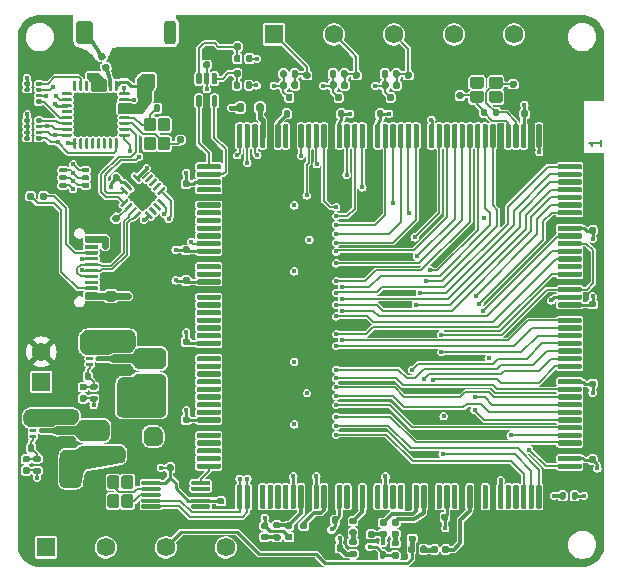
<source format=gbr>
%TF.GenerationSoftware,KiCad,Pcbnew,8.99.0-2608-ga0707285a1*%
%TF.CreationDate,2024-10-22T09:16:20-04:00*%
%TF.ProjectId,shinobi,7368696e-6f62-4692-9e6b-696361645f70,rev?*%
%TF.SameCoordinates,Original*%
%TF.FileFunction,Copper,L1,Top*%
%TF.FilePolarity,Positive*%
%FSLAX46Y46*%
G04 Gerber Fmt 4.6, Leading zero omitted, Abs format (unit mm)*
G04 Created by KiCad (PCBNEW 8.99.0-2608-ga0707285a1) date 2024-10-22 09:16:20*
%MOMM*%
%LPD*%
G01*
G04 APERTURE LIST*
%ADD10C,0.200000*%
%TA.AperFunction,NonConductor*%
%ADD11C,0.200000*%
%TD*%
%TA.AperFunction,ComponentPad*%
%ADD12R,1.584000X1.584000*%
%TD*%
%TA.AperFunction,ComponentPad*%
%ADD13C,1.584000*%
%TD*%
%TA.AperFunction,HeatsinkPad*%
%ADD14R,3.450000X3.450000*%
%TD*%
%TA.AperFunction,ViaPad*%
%ADD15C,0.400000*%
%TD*%
%TA.AperFunction,Conductor*%
%ADD16C,0.152400*%
%TD*%
%TA.AperFunction,Conductor*%
%ADD17C,0.200000*%
%TD*%
%TA.AperFunction,Conductor*%
%ADD18C,0.254000*%
%TD*%
%TA.AperFunction,Conductor*%
%ADD19C,0.406400*%
%TD*%
%TA.AperFunction,Conductor*%
%ADD20C,0.304800*%
%TD*%
%TA.AperFunction,Conductor*%
%ADD21C,0.350000*%
%TD*%
%TA.AperFunction,Conductor*%
%ADD22C,0.600000*%
%TD*%
%TA.AperFunction,Conductor*%
%ADD23C,0.400000*%
%TD*%
%TA.AperFunction,Conductor*%
%ADD24C,0.245000*%
%TD*%
%TA.AperFunction,Conductor*%
%ADD25C,0.157480*%
%TD*%
G04 APERTURE END LIST*
D10*
D11*
X175485319Y-92199117D02*
X175485319Y-92770545D01*
X175485319Y-92484831D02*
X174485319Y-92484831D01*
X174485319Y-92484831D02*
X174628176Y-92580069D01*
X174628176Y-92580069D02*
X174723414Y-92675307D01*
X174723414Y-92675307D02*
X174771033Y-92770545D01*
%TA.AperFunction,SMDPad,CuDef*%
G36*
G01*
X163421900Y-87217400D02*
X163761900Y-87217400D01*
G75*
G02*
X163901900Y-87357400I0J-140000D01*
G01*
X163901900Y-87637400D01*
G75*
G02*
X163761900Y-87777400I-140000J0D01*
G01*
X163421900Y-87777400D01*
G75*
G02*
X163281900Y-87637400I0J140000D01*
G01*
X163281900Y-87357400D01*
G75*
G02*
X163421900Y-87217400I140000J0D01*
G01*
G37*
%TD.AperFunction*%
%TA.AperFunction,SMDPad,CuDef*%
G36*
G01*
X163421900Y-88177400D02*
X163761900Y-88177400D01*
G75*
G02*
X163901900Y-88317400I0J-140000D01*
G01*
X163901900Y-88597400D01*
G75*
G02*
X163761900Y-88737400I-140000J0D01*
G01*
X163421900Y-88737400D01*
G75*
G02*
X163281900Y-88597400I0J140000D01*
G01*
X163281900Y-88317400D01*
G75*
G02*
X163421900Y-88177400I140000J0D01*
G01*
G37*
%TD.AperFunction*%
%TA.AperFunction,SMDPad,CuDef*%
G36*
G01*
X154688100Y-125739600D02*
X154348100Y-125739600D01*
G75*
G02*
X154208100Y-125599600I0J140000D01*
G01*
X154208100Y-125319600D01*
G75*
G02*
X154348100Y-125179600I140000J0D01*
G01*
X154688100Y-125179600D01*
G75*
G02*
X154828100Y-125319600I0J-140000D01*
G01*
X154828100Y-125599600D01*
G75*
G02*
X154688100Y-125739600I-140000J0D01*
G01*
G37*
%TD.AperFunction*%
%TA.AperFunction,SMDPad,CuDef*%
G36*
G01*
X154688100Y-124779600D02*
X154348100Y-124779600D01*
G75*
G02*
X154208100Y-124639600I0J140000D01*
G01*
X154208100Y-124359600D01*
G75*
G02*
X154348100Y-124219600I140000J0D01*
G01*
X154688100Y-124219600D01*
G75*
G02*
X154828100Y-124359600I0J-140000D01*
G01*
X154828100Y-124639600D01*
G75*
G02*
X154688100Y-124779600I-140000J0D01*
G01*
G37*
%TD.AperFunction*%
%TA.AperFunction,SMDPad,CuDef*%
G36*
G01*
X135799900Y-114715000D02*
X135799900Y-115215000D01*
G75*
G02*
X135574900Y-115440000I-225000J0D01*
G01*
X135124900Y-115440000D01*
G75*
G02*
X134899900Y-115215000I0J225000D01*
G01*
X134899900Y-114715000D01*
G75*
G02*
X135124900Y-114490000I225000J0D01*
G01*
X135574900Y-114490000D01*
G75*
G02*
X135799900Y-114715000I0J-225000D01*
G01*
G37*
%TD.AperFunction*%
%TA.AperFunction,SMDPad,CuDef*%
G36*
G01*
X134249900Y-114715000D02*
X134249900Y-115215000D01*
G75*
G02*
X134024900Y-115440000I-225000J0D01*
G01*
X133574900Y-115440000D01*
G75*
G02*
X133349900Y-115215000I0J225000D01*
G01*
X133349900Y-114715000D01*
G75*
G02*
X133574900Y-114490000I225000J0D01*
G01*
X134024900Y-114490000D01*
G75*
G02*
X134249900Y-114715000I0J-225000D01*
G01*
G37*
%TD.AperFunction*%
%TA.AperFunction,SMDPad,CuDef*%
G36*
G01*
X152114100Y-126942600D02*
X152114100Y-126572600D01*
G75*
G02*
X152249100Y-126437600I135000J0D01*
G01*
X152519100Y-126437600D01*
G75*
G02*
X152654100Y-126572600I0J-135000D01*
G01*
X152654100Y-126942600D01*
G75*
G02*
X152519100Y-127077600I-135000J0D01*
G01*
X152249100Y-127077600D01*
G75*
G02*
X152114100Y-126942600I0J135000D01*
G01*
G37*
%TD.AperFunction*%
%TA.AperFunction,SMDPad,CuDef*%
G36*
G01*
X153134100Y-126942600D02*
X153134100Y-126572600D01*
G75*
G02*
X153269100Y-126437600I135000J0D01*
G01*
X153539100Y-126437600D01*
G75*
G02*
X153674100Y-126572600I0J-135000D01*
G01*
X153674100Y-126942600D01*
G75*
G02*
X153539100Y-127077600I-135000J0D01*
G01*
X153269100Y-127077600D01*
G75*
G02*
X153134100Y-126942600I0J135000D01*
G01*
G37*
%TD.AperFunction*%
%TA.AperFunction,SMDPad,CuDef*%
G36*
G01*
X174971100Y-113163600D02*
X174631100Y-113163600D01*
G75*
G02*
X174491100Y-113023600I0J140000D01*
G01*
X174491100Y-112743600D01*
G75*
G02*
X174631100Y-112603600I140000J0D01*
G01*
X174971100Y-112603600D01*
G75*
G02*
X175111100Y-112743600I0J-140000D01*
G01*
X175111100Y-113023600D01*
G75*
G02*
X174971100Y-113163600I-140000J0D01*
G01*
G37*
%TD.AperFunction*%
%TA.AperFunction,SMDPad,CuDef*%
G36*
G01*
X174971100Y-112203600D02*
X174631100Y-112203600D01*
G75*
G02*
X174491100Y-112063600I0J140000D01*
G01*
X174491100Y-111783600D01*
G75*
G02*
X174631100Y-111643600I140000J0D01*
G01*
X174971100Y-111643600D01*
G75*
G02*
X175111100Y-111783600I0J-140000D01*
G01*
X175111100Y-112063600D01*
G75*
G02*
X174971100Y-112203600I-140000J0D01*
G01*
G37*
%TD.AperFunction*%
%TA.AperFunction,SMDPad,CuDef*%
G36*
G01*
X153288100Y-124228200D02*
X153288100Y-124568200D01*
G75*
G02*
X153148100Y-124708200I-140000J0D01*
G01*
X152868100Y-124708200D01*
G75*
G02*
X152728100Y-124568200I0J140000D01*
G01*
X152728100Y-124228200D01*
G75*
G02*
X152868100Y-124088200I140000J0D01*
G01*
X153148100Y-124088200D01*
G75*
G02*
X153288100Y-124228200I0J-140000D01*
G01*
G37*
%TD.AperFunction*%
%TA.AperFunction,SMDPad,CuDef*%
G36*
G01*
X152328100Y-124228200D02*
X152328100Y-124568200D01*
G75*
G02*
X152188100Y-124708200I-140000J0D01*
G01*
X151908100Y-124708200D01*
G75*
G02*
X151768100Y-124568200I0J140000D01*
G01*
X151768100Y-124228200D01*
G75*
G02*
X151908100Y-124088200I140000J0D01*
G01*
X152188100Y-124088200D01*
G75*
G02*
X152328100Y-124228200I0J-140000D01*
G01*
G37*
%TD.AperFunction*%
%TA.AperFunction,SMDPad,CuDef*%
G36*
G01*
X140084900Y-92487400D02*
X139744900Y-92487400D01*
G75*
G02*
X139604900Y-92347400I0J140000D01*
G01*
X139604900Y-92067400D01*
G75*
G02*
X139744900Y-91927400I140000J0D01*
G01*
X140084900Y-91927400D01*
G75*
G02*
X140224900Y-92067400I0J-140000D01*
G01*
X140224900Y-92347400D01*
G75*
G02*
X140084900Y-92487400I-140000J0D01*
G01*
G37*
%TD.AperFunction*%
%TA.AperFunction,SMDPad,CuDef*%
G36*
G01*
X140084900Y-91527400D02*
X139744900Y-91527400D01*
G75*
G02*
X139604900Y-91387400I0J140000D01*
G01*
X139604900Y-91107400D01*
G75*
G02*
X139744900Y-90967400I140000J0D01*
G01*
X140084900Y-90967400D01*
G75*
G02*
X140224900Y-91107400I0J-140000D01*
G01*
X140224900Y-91387400D01*
G75*
G02*
X140084900Y-91527400I-140000J0D01*
G01*
G37*
%TD.AperFunction*%
%TA.AperFunction,SMDPad,CuDef*%
G36*
G01*
X149898100Y-87420100D02*
X149898100Y-87765100D01*
G75*
G02*
X149750600Y-87912600I-147500J0D01*
G01*
X149455600Y-87912600D01*
G75*
G02*
X149308100Y-87765100I0J147500D01*
G01*
X149308100Y-87420100D01*
G75*
G02*
X149455600Y-87272600I147500J0D01*
G01*
X149750600Y-87272600D01*
G75*
G02*
X149898100Y-87420100I0J-147500D01*
G01*
G37*
%TD.AperFunction*%
%TA.AperFunction,SMDPad,CuDef*%
G36*
G01*
X148928100Y-87420100D02*
X148928100Y-87765100D01*
G75*
G02*
X148780600Y-87912600I-147500J0D01*
G01*
X148485600Y-87912600D01*
G75*
G02*
X148338100Y-87765100I0J147500D01*
G01*
X148338100Y-87420100D01*
G75*
G02*
X148485600Y-87272600I147500J0D01*
G01*
X148780600Y-87272600D01*
G75*
G02*
X148928100Y-87420100I0J-147500D01*
G01*
G37*
%TD.AperFunction*%
%TA.AperFunction,SMDPad,CuDef*%
G36*
G01*
X174971100Y-119563600D02*
X174631100Y-119563600D01*
G75*
G02*
X174491100Y-119423600I0J140000D01*
G01*
X174491100Y-119143600D01*
G75*
G02*
X174631100Y-119003600I140000J0D01*
G01*
X174971100Y-119003600D01*
G75*
G02*
X175111100Y-119143600I0J-140000D01*
G01*
X175111100Y-119423600D01*
G75*
G02*
X174971100Y-119563600I-140000J0D01*
G01*
G37*
%TD.AperFunction*%
%TA.AperFunction,SMDPad,CuDef*%
G36*
G01*
X174971100Y-118603600D02*
X174631100Y-118603600D01*
G75*
G02*
X174491100Y-118463600I0J140000D01*
G01*
X174491100Y-118183600D01*
G75*
G02*
X174631100Y-118043600I140000J0D01*
G01*
X174971100Y-118043600D01*
G75*
G02*
X175111100Y-118183600I0J-140000D01*
G01*
X175111100Y-118463600D01*
G75*
G02*
X174971100Y-118603600I-140000J0D01*
G01*
G37*
%TD.AperFunction*%
%TA.AperFunction,SMDPad,CuDef*%
G36*
G01*
X159200700Y-127063000D02*
X159200700Y-126693000D01*
G75*
G02*
X159335700Y-126558000I135000J0D01*
G01*
X159605700Y-126558000D01*
G75*
G02*
X159740700Y-126693000I0J-135000D01*
G01*
X159740700Y-127063000D01*
G75*
G02*
X159605700Y-127198000I-135000J0D01*
G01*
X159335700Y-127198000D01*
G75*
G02*
X159200700Y-127063000I0J135000D01*
G01*
G37*
%TD.AperFunction*%
%TA.AperFunction,SMDPad,CuDef*%
G36*
G01*
X160220700Y-127063000D02*
X160220700Y-126693000D01*
G75*
G02*
X160355700Y-126558000I135000J0D01*
G01*
X160625700Y-126558000D01*
G75*
G02*
X160760700Y-126693000I0J-135000D01*
G01*
X160760700Y-127063000D01*
G75*
G02*
X160625700Y-127198000I-135000J0D01*
G01*
X160355700Y-127198000D01*
G75*
G02*
X160220700Y-127063000I0J135000D01*
G01*
G37*
%TD.AperFunction*%
%TA.AperFunction,SMDPad,CuDef*%
G36*
G01*
X135768100Y-123367600D02*
X135068100Y-123367600D01*
G75*
G02*
X134918100Y-123217600I0J150000D01*
G01*
X134918100Y-122367600D01*
G75*
G02*
X135068100Y-122217600I150000J0D01*
G01*
X135768100Y-122217600D01*
G75*
G02*
X135918100Y-122367600I0J-150000D01*
G01*
X135918100Y-123217600D01*
G75*
G02*
X135768100Y-123367600I-150000J0D01*
G01*
G37*
%TD.AperFunction*%
%TA.AperFunction,SMDPad,CuDef*%
G36*
G01*
X135768100Y-121767600D02*
X135068100Y-121767600D01*
G75*
G02*
X134918100Y-121617600I0J150000D01*
G01*
X134918100Y-120767600D01*
G75*
G02*
X135068100Y-120617600I150000J0D01*
G01*
X135768100Y-120617600D01*
G75*
G02*
X135918100Y-120767600I0J-150000D01*
G01*
X135918100Y-121617600D01*
G75*
G02*
X135768100Y-121767600I-150000J0D01*
G01*
G37*
%TD.AperFunction*%
%TA.AperFunction,SMDPad,CuDef*%
G36*
G01*
X134568100Y-121767600D02*
X133868100Y-121767600D01*
G75*
G02*
X133718100Y-121617600I0J150000D01*
G01*
X133718100Y-120767600D01*
G75*
G02*
X133868100Y-120617600I150000J0D01*
G01*
X134568100Y-120617600D01*
G75*
G02*
X134718100Y-120767600I0J-150000D01*
G01*
X134718100Y-121617600D01*
G75*
G02*
X134568100Y-121767600I-150000J0D01*
G01*
G37*
%TD.AperFunction*%
%TA.AperFunction,SMDPad,CuDef*%
G36*
G01*
X134568100Y-123367600D02*
X133868100Y-123367600D01*
G75*
G02*
X133718100Y-123217600I0J150000D01*
G01*
X133718100Y-122367600D01*
G75*
G02*
X133868100Y-122217600I150000J0D01*
G01*
X134568100Y-122217600D01*
G75*
G02*
X134718100Y-122367600I0J-150000D01*
G01*
X134718100Y-123217600D01*
G75*
G02*
X134568100Y-123367600I-150000J0D01*
G01*
G37*
%TD.AperFunction*%
%TA.AperFunction,SMDPad,CuDef*%
G36*
G01*
X136964900Y-90352400D02*
X137664900Y-90352400D01*
G75*
G02*
X137814900Y-90502400I0J-150000D01*
G01*
X137814900Y-91352400D01*
G75*
G02*
X137664900Y-91502400I-150000J0D01*
G01*
X136964900Y-91502400D01*
G75*
G02*
X136814900Y-91352400I0J150000D01*
G01*
X136814900Y-90502400D01*
G75*
G02*
X136964900Y-90352400I150000J0D01*
G01*
G37*
%TD.AperFunction*%
%TA.AperFunction,SMDPad,CuDef*%
G36*
G01*
X136964900Y-91952400D02*
X137664900Y-91952400D01*
G75*
G02*
X137814900Y-92102400I0J-150000D01*
G01*
X137814900Y-92952400D01*
G75*
G02*
X137664900Y-93102400I-150000J0D01*
G01*
X136964900Y-93102400D01*
G75*
G02*
X136814900Y-92952400I0J150000D01*
G01*
X136814900Y-92102400D01*
G75*
G02*
X136964900Y-91952400I150000J0D01*
G01*
G37*
%TD.AperFunction*%
%TA.AperFunction,SMDPad,CuDef*%
G36*
G01*
X138164900Y-91952400D02*
X138864900Y-91952400D01*
G75*
G02*
X139014900Y-92102400I0J-150000D01*
G01*
X139014900Y-92952400D01*
G75*
G02*
X138864900Y-93102400I-150000J0D01*
G01*
X138164900Y-93102400D01*
G75*
G02*
X138014900Y-92952400I0J150000D01*
G01*
X138014900Y-92102400D01*
G75*
G02*
X138164900Y-91952400I150000J0D01*
G01*
G37*
%TD.AperFunction*%
%TA.AperFunction,SMDPad,CuDef*%
G36*
G01*
X138164900Y-90352400D02*
X138864900Y-90352400D01*
G75*
G02*
X139014900Y-90502400I0J-150000D01*
G01*
X139014900Y-91352400D01*
G75*
G02*
X138864900Y-91502400I-150000J0D01*
G01*
X138164900Y-91502400D01*
G75*
G02*
X138014900Y-91352400I0J150000D01*
G01*
X138014900Y-90502400D01*
G75*
G02*
X138164900Y-90352400I150000J0D01*
G01*
G37*
%TD.AperFunction*%
%TA.AperFunction,SMDPad,CuDef*%
G36*
G01*
X158271100Y-125866600D02*
X157931100Y-125866600D01*
G75*
G02*
X157791100Y-125726600I0J140000D01*
G01*
X157791100Y-125446600D01*
G75*
G02*
X157931100Y-125306600I140000J0D01*
G01*
X158271100Y-125306600D01*
G75*
G02*
X158411100Y-125446600I0J-140000D01*
G01*
X158411100Y-125726600D01*
G75*
G02*
X158271100Y-125866600I-140000J0D01*
G01*
G37*
%TD.AperFunction*%
%TA.AperFunction,SMDPad,CuDef*%
G36*
G01*
X158271100Y-124906600D02*
X157931100Y-124906600D01*
G75*
G02*
X157791100Y-124766600I0J140000D01*
G01*
X157791100Y-124486600D01*
G75*
G02*
X157931100Y-124346600I140000J0D01*
G01*
X158271100Y-124346600D01*
G75*
G02*
X158411100Y-124486600I0J-140000D01*
G01*
X158411100Y-124766600D01*
G75*
G02*
X158271100Y-124906600I-140000J0D01*
G01*
G37*
%TD.AperFunction*%
%TA.AperFunction,SMDPad,CuDef*%
G36*
G01*
X159034900Y-86467400D02*
X159374900Y-86467400D01*
G75*
G02*
X159514900Y-86607400I0J-140000D01*
G01*
X159514900Y-86887400D01*
G75*
G02*
X159374900Y-87027400I-140000J0D01*
G01*
X159034900Y-87027400D01*
G75*
G02*
X158894900Y-86887400I0J140000D01*
G01*
X158894900Y-86607400D01*
G75*
G02*
X159034900Y-86467400I140000J0D01*
G01*
G37*
%TD.AperFunction*%
%TA.AperFunction,SMDPad,CuDef*%
G36*
G01*
X159034900Y-87427400D02*
X159374900Y-87427400D01*
G75*
G02*
X159514900Y-87567400I0J-140000D01*
G01*
X159514900Y-87847400D01*
G75*
G02*
X159374900Y-87987400I-140000J0D01*
G01*
X159034900Y-87987400D01*
G75*
G02*
X158894900Y-87847400I0J140000D01*
G01*
X158894900Y-87567400D01*
G75*
G02*
X159034900Y-87427400I140000J0D01*
G01*
G37*
%TD.AperFunction*%
%TA.AperFunction,SMDPad,CuDef*%
G36*
G01*
X146993600Y-89286350D02*
X146993600Y-89698850D01*
G75*
G02*
X146824850Y-89867600I-168750J0D01*
G01*
X146487350Y-89867600D01*
G75*
G02*
X146318600Y-89698850I0J168750D01*
G01*
X146318600Y-89286350D01*
G75*
G02*
X146487350Y-89117600I168750J0D01*
G01*
X146824850Y-89117600D01*
G75*
G02*
X146993600Y-89286350I0J-168750D01*
G01*
G37*
%TD.AperFunction*%
%TA.AperFunction,SMDPad,CuDef*%
G36*
G01*
X146018100Y-88817100D02*
X146018100Y-89142100D01*
G75*
G02*
X145918100Y-89242100I-100000J0D01*
G01*
X145718100Y-89242100D01*
G75*
G02*
X145618100Y-89142100I0J100000D01*
G01*
X145618100Y-88817100D01*
G75*
G02*
X145718100Y-88717100I100000J0D01*
G01*
X145918100Y-88717100D01*
G75*
G02*
X146018100Y-88817100I0J-100000D01*
G01*
G37*
%TD.AperFunction*%
%TA.AperFunction,SMDPad,CuDef*%
G36*
G01*
X145318600Y-89286350D02*
X145318600Y-89698850D01*
G75*
G02*
X145149850Y-89867600I-168750J0D01*
G01*
X144812350Y-89867600D01*
G75*
G02*
X144643600Y-89698850I0J168750D01*
G01*
X144643600Y-89286350D01*
G75*
G02*
X144812350Y-89117600I168750J0D01*
G01*
X145149850Y-89117600D01*
G75*
G02*
X145318600Y-89286350I0J-168750D01*
G01*
G37*
%TD.AperFunction*%
%TA.AperFunction,SMDPad,CuDef*%
G36*
G01*
X146018100Y-89843100D02*
X146018100Y-90168100D01*
G75*
G02*
X145918100Y-90268100I-100000J0D01*
G01*
X145718100Y-90268100D01*
G75*
G02*
X145618100Y-90168100I0J100000D01*
G01*
X145618100Y-89843100D01*
G75*
G02*
X145718100Y-89743100I100000J0D01*
G01*
X145918100Y-89743100D01*
G75*
G02*
X146018100Y-89843100I0J-100000D01*
G01*
G37*
%TD.AperFunction*%
%TA.AperFunction,SMDPad,CuDef*%
G36*
G01*
X132524900Y-82502400D02*
X132524900Y-83752400D01*
G75*
G02*
X132149900Y-84127400I-375000J0D01*
G01*
X131399900Y-84127400D01*
G75*
G02*
X131024900Y-83752400I0J375000D01*
G01*
X131024900Y-82502400D01*
G75*
G02*
X131399900Y-82127400I375000J0D01*
G01*
X132149900Y-82127400D01*
G75*
G02*
X132524900Y-82502400I0J-375000D01*
G01*
G37*
%TD.AperFunction*%
%TA.AperFunction,SMDPad,CuDef*%
G36*
G01*
X139524900Y-82377400D02*
X139524900Y-83877400D01*
G75*
G02*
X139274900Y-84127400I-250000J0D01*
G01*
X138774900Y-84127400D01*
G75*
G02*
X138524900Y-83877400I0J250000D01*
G01*
X138524900Y-82377400D01*
G75*
G02*
X138774900Y-82127400I250000J0D01*
G01*
X139274900Y-82127400D01*
G75*
G02*
X139524900Y-82377400I0J-250000D01*
G01*
G37*
%TD.AperFunction*%
%TA.AperFunction,SMDPad,CuDef*%
G36*
G01*
X156915100Y-124346600D02*
X157255100Y-124346600D01*
G75*
G02*
X157395100Y-124486600I0J-140000D01*
G01*
X157395100Y-124766600D01*
G75*
G02*
X157255100Y-124906600I-140000J0D01*
G01*
X156915100Y-124906600D01*
G75*
G02*
X156775100Y-124766600I0J140000D01*
G01*
X156775100Y-124486600D01*
G75*
G02*
X156915100Y-124346600I140000J0D01*
G01*
G37*
%TD.AperFunction*%
%TA.AperFunction,SMDPad,CuDef*%
G36*
G01*
X156915100Y-125306600D02*
X157255100Y-125306600D01*
G75*
G02*
X157395100Y-125446600I0J-140000D01*
G01*
X157395100Y-125726600D01*
G75*
G02*
X157255100Y-125866600I-140000J0D01*
G01*
X156915100Y-125866600D01*
G75*
G02*
X156775100Y-125726600I0J140000D01*
G01*
X156775100Y-125446600D01*
G75*
G02*
X156915100Y-125306600I140000J0D01*
G01*
G37*
%TD.AperFunction*%
%TA.AperFunction,SMDPad,CuDef*%
G36*
G01*
X159363900Y-124701000D02*
X159733900Y-124701000D01*
G75*
G02*
X159868900Y-124836000I0J-135000D01*
G01*
X159868900Y-125106000D01*
G75*
G02*
X159733900Y-125241000I-135000J0D01*
G01*
X159363900Y-125241000D01*
G75*
G02*
X159228900Y-125106000I0J135000D01*
G01*
X159228900Y-124836000D01*
G75*
G02*
X159363900Y-124701000I135000J0D01*
G01*
G37*
%TD.AperFunction*%
%TA.AperFunction,SMDPad,CuDef*%
G36*
G01*
X159363900Y-125721000D02*
X159733900Y-125721000D01*
G75*
G02*
X159868900Y-125856000I0J-135000D01*
G01*
X159868900Y-126126000D01*
G75*
G02*
X159733900Y-126261000I-135000J0D01*
G01*
X159363900Y-126261000D01*
G75*
G02*
X159228900Y-126126000I0J135000D01*
G01*
X159228900Y-125856000D01*
G75*
G02*
X159363900Y-125721000I135000J0D01*
G01*
G37*
%TD.AperFunction*%
%TA.AperFunction,SMDPad,CuDef*%
G36*
G01*
X142294900Y-86137400D02*
X141954900Y-86137400D01*
G75*
G02*
X141814900Y-85997400I0J140000D01*
G01*
X141814900Y-85717400D01*
G75*
G02*
X141954900Y-85577400I140000J0D01*
G01*
X142294900Y-85577400D01*
G75*
G02*
X142434900Y-85717400I0J-140000D01*
G01*
X142434900Y-85997400D01*
G75*
G02*
X142294900Y-86137400I-140000J0D01*
G01*
G37*
%TD.AperFunction*%
%TA.AperFunction,SMDPad,CuDef*%
G36*
G01*
X142294900Y-85177400D02*
X141954900Y-85177400D01*
G75*
G02*
X141814900Y-85037400I0J140000D01*
G01*
X141814900Y-84757400D01*
G75*
G02*
X141954900Y-84617400I140000J0D01*
G01*
X142294900Y-84617400D01*
G75*
G02*
X142434900Y-84757400I0J-140000D01*
G01*
X142434900Y-85037400D01*
G75*
G02*
X142294900Y-85177400I-140000J0D01*
G01*
G37*
%TD.AperFunction*%
%TA.AperFunction,SMDPad,CuDef*%
G36*
G01*
X141318100Y-94641400D02*
X141318100Y-94343800D01*
G75*
G02*
X141394300Y-94267600I76200J0D01*
G01*
X143241900Y-94267600D01*
G75*
G02*
X143318100Y-94343800I0J-76200D01*
G01*
X143318100Y-94641400D01*
G75*
G02*
X143241900Y-94717600I-76200J0D01*
G01*
X141394300Y-94717600D01*
G75*
G02*
X141318100Y-94641400I0J76200D01*
G01*
G37*
%TD.AperFunction*%
%TA.AperFunction,SMDPad,CuDef*%
G36*
G01*
X141318100Y-95291400D02*
X141318100Y-94993800D01*
G75*
G02*
X141394300Y-94917600I76200J0D01*
G01*
X143241900Y-94917600D01*
G75*
G02*
X143318100Y-94993800I0J-76200D01*
G01*
X143318100Y-95291400D01*
G75*
G02*
X143241900Y-95367600I-76200J0D01*
G01*
X141394300Y-95367600D01*
G75*
G02*
X141318100Y-95291400I0J76200D01*
G01*
G37*
%TD.AperFunction*%
%TA.AperFunction,SMDPad,CuDef*%
G36*
G01*
X141318100Y-95941400D02*
X141318100Y-95643800D01*
G75*
G02*
X141394300Y-95567600I76200J0D01*
G01*
X143241900Y-95567600D01*
G75*
G02*
X143318100Y-95643800I0J-76200D01*
G01*
X143318100Y-95941400D01*
G75*
G02*
X143241900Y-96017600I-76200J0D01*
G01*
X141394300Y-96017600D01*
G75*
G02*
X141318100Y-95941400I0J76200D01*
G01*
G37*
%TD.AperFunction*%
%TA.AperFunction,SMDPad,CuDef*%
G36*
G01*
X141318100Y-96591400D02*
X141318100Y-96293800D01*
G75*
G02*
X141394300Y-96217600I76200J0D01*
G01*
X143241900Y-96217600D01*
G75*
G02*
X143318100Y-96293800I0J-76200D01*
G01*
X143318100Y-96591400D01*
G75*
G02*
X143241900Y-96667600I-76200J0D01*
G01*
X141394300Y-96667600D01*
G75*
G02*
X141318100Y-96591400I0J76200D01*
G01*
G37*
%TD.AperFunction*%
%TA.AperFunction,SMDPad,CuDef*%
G36*
G01*
X141318100Y-97241400D02*
X141318100Y-96943800D01*
G75*
G02*
X141394300Y-96867600I76200J0D01*
G01*
X143241900Y-96867600D01*
G75*
G02*
X143318100Y-96943800I0J-76200D01*
G01*
X143318100Y-97241400D01*
G75*
G02*
X143241900Y-97317600I-76200J0D01*
G01*
X141394300Y-97317600D01*
G75*
G02*
X141318100Y-97241400I0J76200D01*
G01*
G37*
%TD.AperFunction*%
%TA.AperFunction,SMDPad,CuDef*%
G36*
G01*
X141318100Y-97891400D02*
X141318100Y-97593800D01*
G75*
G02*
X141394300Y-97517600I76200J0D01*
G01*
X143241900Y-97517600D01*
G75*
G02*
X143318100Y-97593800I0J-76200D01*
G01*
X143318100Y-97891400D01*
G75*
G02*
X143241900Y-97967600I-76200J0D01*
G01*
X141394300Y-97967600D01*
G75*
G02*
X141318100Y-97891400I0J76200D01*
G01*
G37*
%TD.AperFunction*%
%TA.AperFunction,SMDPad,CuDef*%
G36*
G01*
X141318100Y-98541400D02*
X141318100Y-98243800D01*
G75*
G02*
X141394300Y-98167600I76200J0D01*
G01*
X143241900Y-98167600D01*
G75*
G02*
X143318100Y-98243800I0J-76200D01*
G01*
X143318100Y-98541400D01*
G75*
G02*
X143241900Y-98617600I-76200J0D01*
G01*
X141394300Y-98617600D01*
G75*
G02*
X141318100Y-98541400I0J76200D01*
G01*
G37*
%TD.AperFunction*%
%TA.AperFunction,SMDPad,CuDef*%
G36*
G01*
X141318100Y-99191400D02*
X141318100Y-98893800D01*
G75*
G02*
X141394300Y-98817600I76200J0D01*
G01*
X143241900Y-98817600D01*
G75*
G02*
X143318100Y-98893800I0J-76200D01*
G01*
X143318100Y-99191400D01*
G75*
G02*
X143241900Y-99267600I-76200J0D01*
G01*
X141394300Y-99267600D01*
G75*
G02*
X141318100Y-99191400I0J76200D01*
G01*
G37*
%TD.AperFunction*%
%TA.AperFunction,SMDPad,CuDef*%
G36*
G01*
X141318100Y-99841400D02*
X141318100Y-99543800D01*
G75*
G02*
X141394300Y-99467600I76200J0D01*
G01*
X143241900Y-99467600D01*
G75*
G02*
X143318100Y-99543800I0J-76200D01*
G01*
X143318100Y-99841400D01*
G75*
G02*
X143241900Y-99917600I-76200J0D01*
G01*
X141394300Y-99917600D01*
G75*
G02*
X141318100Y-99841400I0J76200D01*
G01*
G37*
%TD.AperFunction*%
%TA.AperFunction,SMDPad,CuDef*%
G36*
G01*
X141318100Y-100491400D02*
X141318100Y-100193800D01*
G75*
G02*
X141394300Y-100117600I76200J0D01*
G01*
X143241900Y-100117600D01*
G75*
G02*
X143318100Y-100193800I0J-76200D01*
G01*
X143318100Y-100491400D01*
G75*
G02*
X143241900Y-100567600I-76200J0D01*
G01*
X141394300Y-100567600D01*
G75*
G02*
X141318100Y-100491400I0J76200D01*
G01*
G37*
%TD.AperFunction*%
%TA.AperFunction,SMDPad,CuDef*%
G36*
G01*
X141318100Y-101141400D02*
X141318100Y-100843800D01*
G75*
G02*
X141394300Y-100767600I76200J0D01*
G01*
X143241900Y-100767600D01*
G75*
G02*
X143318100Y-100843800I0J-76200D01*
G01*
X143318100Y-101141400D01*
G75*
G02*
X143241900Y-101217600I-76200J0D01*
G01*
X141394300Y-101217600D01*
G75*
G02*
X141318100Y-101141400I0J76200D01*
G01*
G37*
%TD.AperFunction*%
%TA.AperFunction,SMDPad,CuDef*%
G36*
G01*
X141318100Y-101791400D02*
X141318100Y-101493800D01*
G75*
G02*
X141394300Y-101417600I76200J0D01*
G01*
X143241900Y-101417600D01*
G75*
G02*
X143318100Y-101493800I0J-76200D01*
G01*
X143318100Y-101791400D01*
G75*
G02*
X143241900Y-101867600I-76200J0D01*
G01*
X141394300Y-101867600D01*
G75*
G02*
X141318100Y-101791400I0J76200D01*
G01*
G37*
%TD.AperFunction*%
%TA.AperFunction,SMDPad,CuDef*%
G36*
G01*
X141318100Y-102441400D02*
X141318100Y-102143800D01*
G75*
G02*
X141394300Y-102067600I76200J0D01*
G01*
X143241900Y-102067600D01*
G75*
G02*
X143318100Y-102143800I0J-76200D01*
G01*
X143318100Y-102441400D01*
G75*
G02*
X143241900Y-102517600I-76200J0D01*
G01*
X141394300Y-102517600D01*
G75*
G02*
X141318100Y-102441400I0J76200D01*
G01*
G37*
%TD.AperFunction*%
%TA.AperFunction,SMDPad,CuDef*%
G36*
G01*
X141318100Y-103091400D02*
X141318100Y-102793800D01*
G75*
G02*
X141394300Y-102717600I76200J0D01*
G01*
X143241900Y-102717600D01*
G75*
G02*
X143318100Y-102793800I0J-76200D01*
G01*
X143318100Y-103091400D01*
G75*
G02*
X143241900Y-103167600I-76200J0D01*
G01*
X141394300Y-103167600D01*
G75*
G02*
X141318100Y-103091400I0J76200D01*
G01*
G37*
%TD.AperFunction*%
%TA.AperFunction,SMDPad,CuDef*%
G36*
G01*
X141318100Y-103741400D02*
X141318100Y-103443800D01*
G75*
G02*
X141394300Y-103367600I76200J0D01*
G01*
X143241900Y-103367600D01*
G75*
G02*
X143318100Y-103443800I0J-76200D01*
G01*
X143318100Y-103741400D01*
G75*
G02*
X143241900Y-103817600I-76200J0D01*
G01*
X141394300Y-103817600D01*
G75*
G02*
X141318100Y-103741400I0J76200D01*
G01*
G37*
%TD.AperFunction*%
%TA.AperFunction,SMDPad,CuDef*%
G36*
G01*
X141318100Y-104391400D02*
X141318100Y-104093800D01*
G75*
G02*
X141394300Y-104017600I76200J0D01*
G01*
X143241900Y-104017600D01*
G75*
G02*
X143318100Y-104093800I0J-76200D01*
G01*
X143318100Y-104391400D01*
G75*
G02*
X143241900Y-104467600I-76200J0D01*
G01*
X141394300Y-104467600D01*
G75*
G02*
X141318100Y-104391400I0J76200D01*
G01*
G37*
%TD.AperFunction*%
%TA.AperFunction,SMDPad,CuDef*%
G36*
G01*
X141318100Y-105041400D02*
X141318100Y-104743800D01*
G75*
G02*
X141394300Y-104667600I76200J0D01*
G01*
X143241900Y-104667600D01*
G75*
G02*
X143318100Y-104743800I0J-76200D01*
G01*
X143318100Y-105041400D01*
G75*
G02*
X143241900Y-105117600I-76200J0D01*
G01*
X141394300Y-105117600D01*
G75*
G02*
X141318100Y-105041400I0J76200D01*
G01*
G37*
%TD.AperFunction*%
%TA.AperFunction,SMDPad,CuDef*%
G36*
G01*
X141318100Y-105691400D02*
X141318100Y-105393800D01*
G75*
G02*
X141394300Y-105317600I76200J0D01*
G01*
X143241900Y-105317600D01*
G75*
G02*
X143318100Y-105393800I0J-76200D01*
G01*
X143318100Y-105691400D01*
G75*
G02*
X143241900Y-105767600I-76200J0D01*
G01*
X141394300Y-105767600D01*
G75*
G02*
X141318100Y-105691400I0J76200D01*
G01*
G37*
%TD.AperFunction*%
%TA.AperFunction,SMDPad,CuDef*%
G36*
G01*
X141318100Y-106341400D02*
X141318100Y-106043800D01*
G75*
G02*
X141394300Y-105967600I76200J0D01*
G01*
X143241900Y-105967600D01*
G75*
G02*
X143318100Y-106043800I0J-76200D01*
G01*
X143318100Y-106341400D01*
G75*
G02*
X143241900Y-106417600I-76200J0D01*
G01*
X141394300Y-106417600D01*
G75*
G02*
X141318100Y-106341400I0J76200D01*
G01*
G37*
%TD.AperFunction*%
%TA.AperFunction,SMDPad,CuDef*%
G36*
G01*
X141318100Y-106991400D02*
X141318100Y-106693800D01*
G75*
G02*
X141394300Y-106617600I76200J0D01*
G01*
X143241900Y-106617600D01*
G75*
G02*
X143318100Y-106693800I0J-76200D01*
G01*
X143318100Y-106991400D01*
G75*
G02*
X143241900Y-107067600I-76200J0D01*
G01*
X141394300Y-107067600D01*
G75*
G02*
X141318100Y-106991400I0J76200D01*
G01*
G37*
%TD.AperFunction*%
%TA.AperFunction,SMDPad,CuDef*%
G36*
G01*
X141318100Y-107641400D02*
X141318100Y-107343800D01*
G75*
G02*
X141394300Y-107267600I76200J0D01*
G01*
X143241900Y-107267600D01*
G75*
G02*
X143318100Y-107343800I0J-76200D01*
G01*
X143318100Y-107641400D01*
G75*
G02*
X143241900Y-107717600I-76200J0D01*
G01*
X141394300Y-107717600D01*
G75*
G02*
X141318100Y-107641400I0J76200D01*
G01*
G37*
%TD.AperFunction*%
%TA.AperFunction,SMDPad,CuDef*%
G36*
G01*
X141318100Y-108291400D02*
X141318100Y-107993800D01*
G75*
G02*
X141394300Y-107917600I76200J0D01*
G01*
X143241900Y-107917600D01*
G75*
G02*
X143318100Y-107993800I0J-76200D01*
G01*
X143318100Y-108291400D01*
G75*
G02*
X143241900Y-108367600I-76200J0D01*
G01*
X141394300Y-108367600D01*
G75*
G02*
X141318100Y-108291400I0J76200D01*
G01*
G37*
%TD.AperFunction*%
%TA.AperFunction,SMDPad,CuDef*%
G36*
G01*
X141318100Y-108941400D02*
X141318100Y-108643800D01*
G75*
G02*
X141394300Y-108567600I76200J0D01*
G01*
X143241900Y-108567600D01*
G75*
G02*
X143318100Y-108643800I0J-76200D01*
G01*
X143318100Y-108941400D01*
G75*
G02*
X143241900Y-109017600I-76200J0D01*
G01*
X141394300Y-109017600D01*
G75*
G02*
X141318100Y-108941400I0J76200D01*
G01*
G37*
%TD.AperFunction*%
%TA.AperFunction,SMDPad,CuDef*%
G36*
G01*
X141318100Y-109591400D02*
X141318100Y-109293800D01*
G75*
G02*
X141394300Y-109217600I76200J0D01*
G01*
X143241900Y-109217600D01*
G75*
G02*
X143318100Y-109293800I0J-76200D01*
G01*
X143318100Y-109591400D01*
G75*
G02*
X143241900Y-109667600I-76200J0D01*
G01*
X141394300Y-109667600D01*
G75*
G02*
X141318100Y-109591400I0J76200D01*
G01*
G37*
%TD.AperFunction*%
%TA.AperFunction,SMDPad,CuDef*%
G36*
G01*
X141318100Y-110241400D02*
X141318100Y-109943800D01*
G75*
G02*
X141394300Y-109867600I76200J0D01*
G01*
X143241900Y-109867600D01*
G75*
G02*
X143318100Y-109943800I0J-76200D01*
G01*
X143318100Y-110241400D01*
G75*
G02*
X143241900Y-110317600I-76200J0D01*
G01*
X141394300Y-110317600D01*
G75*
G02*
X141318100Y-110241400I0J76200D01*
G01*
G37*
%TD.AperFunction*%
%TA.AperFunction,SMDPad,CuDef*%
G36*
G01*
X141318100Y-110891400D02*
X141318100Y-110593800D01*
G75*
G02*
X141394300Y-110517600I76200J0D01*
G01*
X143241900Y-110517600D01*
G75*
G02*
X143318100Y-110593800I0J-76200D01*
G01*
X143318100Y-110891400D01*
G75*
G02*
X143241900Y-110967600I-76200J0D01*
G01*
X141394300Y-110967600D01*
G75*
G02*
X141318100Y-110891400I0J76200D01*
G01*
G37*
%TD.AperFunction*%
%TA.AperFunction,SMDPad,CuDef*%
G36*
G01*
X141318100Y-111541400D02*
X141318100Y-111243800D01*
G75*
G02*
X141394300Y-111167600I76200J0D01*
G01*
X143241900Y-111167600D01*
G75*
G02*
X143318100Y-111243800I0J-76200D01*
G01*
X143318100Y-111541400D01*
G75*
G02*
X143241900Y-111617600I-76200J0D01*
G01*
X141394300Y-111617600D01*
G75*
G02*
X141318100Y-111541400I0J76200D01*
G01*
G37*
%TD.AperFunction*%
%TA.AperFunction,SMDPad,CuDef*%
G36*
G01*
X141318100Y-112191400D02*
X141318100Y-111893800D01*
G75*
G02*
X141394300Y-111817600I76200J0D01*
G01*
X143241900Y-111817600D01*
G75*
G02*
X143318100Y-111893800I0J-76200D01*
G01*
X143318100Y-112191400D01*
G75*
G02*
X143241900Y-112267600I-76200J0D01*
G01*
X141394300Y-112267600D01*
G75*
G02*
X141318100Y-112191400I0J76200D01*
G01*
G37*
%TD.AperFunction*%
%TA.AperFunction,SMDPad,CuDef*%
G36*
G01*
X141318100Y-112841400D02*
X141318100Y-112543800D01*
G75*
G02*
X141394300Y-112467600I76200J0D01*
G01*
X143241900Y-112467600D01*
G75*
G02*
X143318100Y-112543800I0J-76200D01*
G01*
X143318100Y-112841400D01*
G75*
G02*
X143241900Y-112917600I-76200J0D01*
G01*
X141394300Y-112917600D01*
G75*
G02*
X141318100Y-112841400I0J76200D01*
G01*
G37*
%TD.AperFunction*%
%TA.AperFunction,SMDPad,CuDef*%
G36*
G01*
X141318100Y-113491400D02*
X141318100Y-113193800D01*
G75*
G02*
X141394300Y-113117600I76200J0D01*
G01*
X143241900Y-113117600D01*
G75*
G02*
X143318100Y-113193800I0J-76200D01*
G01*
X143318100Y-113491400D01*
G75*
G02*
X143241900Y-113567600I-76200J0D01*
G01*
X141394300Y-113567600D01*
G75*
G02*
X141318100Y-113491400I0J76200D01*
G01*
G37*
%TD.AperFunction*%
%TA.AperFunction,SMDPad,CuDef*%
G36*
G01*
X141318100Y-114141400D02*
X141318100Y-113843800D01*
G75*
G02*
X141394300Y-113767600I76200J0D01*
G01*
X143241900Y-113767600D01*
G75*
G02*
X143318100Y-113843800I0J-76200D01*
G01*
X143318100Y-114141400D01*
G75*
G02*
X143241900Y-114217600I-76200J0D01*
G01*
X141394300Y-114217600D01*
G75*
G02*
X141318100Y-114141400I0J76200D01*
G01*
G37*
%TD.AperFunction*%
%TA.AperFunction,SMDPad,CuDef*%
G36*
G01*
X141318100Y-114791400D02*
X141318100Y-114493800D01*
G75*
G02*
X141394300Y-114417600I76200J0D01*
G01*
X143241900Y-114417600D01*
G75*
G02*
X143318100Y-114493800I0J-76200D01*
G01*
X143318100Y-114791400D01*
G75*
G02*
X143241900Y-114867600I-76200J0D01*
G01*
X141394300Y-114867600D01*
G75*
G02*
X141318100Y-114791400I0J76200D01*
G01*
G37*
%TD.AperFunction*%
%TA.AperFunction,SMDPad,CuDef*%
G36*
G01*
X141318100Y-115441400D02*
X141318100Y-115143800D01*
G75*
G02*
X141394300Y-115067600I76200J0D01*
G01*
X143241900Y-115067600D01*
G75*
G02*
X143318100Y-115143800I0J-76200D01*
G01*
X143318100Y-115441400D01*
G75*
G02*
X143241900Y-115517600I-76200J0D01*
G01*
X141394300Y-115517600D01*
G75*
G02*
X141318100Y-115441400I0J76200D01*
G01*
G37*
%TD.AperFunction*%
%TA.AperFunction,SMDPad,CuDef*%
G36*
G01*
X141318100Y-116091400D02*
X141318100Y-115793800D01*
G75*
G02*
X141394300Y-115717600I76200J0D01*
G01*
X143241900Y-115717600D01*
G75*
G02*
X143318100Y-115793800I0J-76200D01*
G01*
X143318100Y-116091400D01*
G75*
G02*
X143241900Y-116167600I-76200J0D01*
G01*
X141394300Y-116167600D01*
G75*
G02*
X141318100Y-116091400I0J76200D01*
G01*
G37*
%TD.AperFunction*%
%TA.AperFunction,SMDPad,CuDef*%
G36*
G01*
X141318100Y-116741400D02*
X141318100Y-116443800D01*
G75*
G02*
X141394300Y-116367600I76200J0D01*
G01*
X143241900Y-116367600D01*
G75*
G02*
X143318100Y-116443800I0J-76200D01*
G01*
X143318100Y-116741400D01*
G75*
G02*
X143241900Y-116817600I-76200J0D01*
G01*
X141394300Y-116817600D01*
G75*
G02*
X141318100Y-116741400I0J76200D01*
G01*
G37*
%TD.AperFunction*%
%TA.AperFunction,SMDPad,CuDef*%
G36*
G01*
X141318100Y-117391400D02*
X141318100Y-117093800D01*
G75*
G02*
X141394300Y-117017600I76200J0D01*
G01*
X143241900Y-117017600D01*
G75*
G02*
X143318100Y-117093800I0J-76200D01*
G01*
X143318100Y-117391400D01*
G75*
G02*
X143241900Y-117467600I-76200J0D01*
G01*
X141394300Y-117467600D01*
G75*
G02*
X141318100Y-117391400I0J76200D01*
G01*
G37*
%TD.AperFunction*%
%TA.AperFunction,SMDPad,CuDef*%
G36*
G01*
X141318100Y-118041400D02*
X141318100Y-117743800D01*
G75*
G02*
X141394300Y-117667600I76200J0D01*
G01*
X143241900Y-117667600D01*
G75*
G02*
X143318100Y-117743800I0J-76200D01*
G01*
X143318100Y-118041400D01*
G75*
G02*
X143241900Y-118117600I-76200J0D01*
G01*
X141394300Y-118117600D01*
G75*
G02*
X141318100Y-118041400I0J76200D01*
G01*
G37*
%TD.AperFunction*%
%TA.AperFunction,SMDPad,CuDef*%
G36*
G01*
X141318100Y-118691400D02*
X141318100Y-118393800D01*
G75*
G02*
X141394300Y-118317600I76200J0D01*
G01*
X143241900Y-118317600D01*
G75*
G02*
X143318100Y-118393800I0J-76200D01*
G01*
X143318100Y-118691400D01*
G75*
G02*
X143241900Y-118767600I-76200J0D01*
G01*
X141394300Y-118767600D01*
G75*
G02*
X141318100Y-118691400I0J76200D01*
G01*
G37*
%TD.AperFunction*%
%TA.AperFunction,SMDPad,CuDef*%
G36*
G01*
X141318100Y-119341400D02*
X141318100Y-119043800D01*
G75*
G02*
X141394300Y-118967600I76200J0D01*
G01*
X143241900Y-118967600D01*
G75*
G02*
X143318100Y-119043800I0J-76200D01*
G01*
X143318100Y-119341400D01*
G75*
G02*
X143241900Y-119417600I-76200J0D01*
G01*
X141394300Y-119417600D01*
G75*
G02*
X141318100Y-119341400I0J76200D01*
G01*
G37*
%TD.AperFunction*%
%TA.AperFunction,SMDPad,CuDef*%
G36*
G01*
X141318100Y-119991400D02*
X141318100Y-119693800D01*
G75*
G02*
X141394300Y-119617600I76200J0D01*
G01*
X143241900Y-119617600D01*
G75*
G02*
X143318100Y-119693800I0J-76200D01*
G01*
X143318100Y-119991400D01*
G75*
G02*
X143241900Y-120067600I-76200J0D01*
G01*
X141394300Y-120067600D01*
G75*
G02*
X141318100Y-119991400I0J76200D01*
G01*
G37*
%TD.AperFunction*%
%TA.AperFunction,SMDPad,CuDef*%
G36*
G01*
X144693100Y-123366400D02*
X144693100Y-121518800D01*
G75*
G02*
X144769300Y-121442600I76200J0D01*
G01*
X145066900Y-121442600D01*
G75*
G02*
X145143100Y-121518800I0J-76200D01*
G01*
X145143100Y-123366400D01*
G75*
G02*
X145066900Y-123442600I-76200J0D01*
G01*
X144769300Y-123442600D01*
G75*
G02*
X144693100Y-123366400I0J76200D01*
G01*
G37*
%TD.AperFunction*%
%TA.AperFunction,SMDPad,CuDef*%
G36*
G01*
X145343100Y-123366400D02*
X145343100Y-121518800D01*
G75*
G02*
X145419300Y-121442600I76200J0D01*
G01*
X145716900Y-121442600D01*
G75*
G02*
X145793100Y-121518800I0J-76200D01*
G01*
X145793100Y-123366400D01*
G75*
G02*
X145716900Y-123442600I-76200J0D01*
G01*
X145419300Y-123442600D01*
G75*
G02*
X145343100Y-123366400I0J76200D01*
G01*
G37*
%TD.AperFunction*%
%TA.AperFunction,SMDPad,CuDef*%
G36*
G01*
X145993100Y-123366400D02*
X145993100Y-121518800D01*
G75*
G02*
X146069300Y-121442600I76200J0D01*
G01*
X146366900Y-121442600D01*
G75*
G02*
X146443100Y-121518800I0J-76200D01*
G01*
X146443100Y-123366400D01*
G75*
G02*
X146366900Y-123442600I-76200J0D01*
G01*
X146069300Y-123442600D01*
G75*
G02*
X145993100Y-123366400I0J76200D01*
G01*
G37*
%TD.AperFunction*%
%TA.AperFunction,SMDPad,CuDef*%
G36*
G01*
X146643100Y-123366400D02*
X146643100Y-121518800D01*
G75*
G02*
X146719300Y-121442600I76200J0D01*
G01*
X147016900Y-121442600D01*
G75*
G02*
X147093100Y-121518800I0J-76200D01*
G01*
X147093100Y-123366400D01*
G75*
G02*
X147016900Y-123442600I-76200J0D01*
G01*
X146719300Y-123442600D01*
G75*
G02*
X146643100Y-123366400I0J76200D01*
G01*
G37*
%TD.AperFunction*%
%TA.AperFunction,SMDPad,CuDef*%
G36*
G01*
X147293100Y-123366400D02*
X147293100Y-121518800D01*
G75*
G02*
X147369300Y-121442600I76200J0D01*
G01*
X147666900Y-121442600D01*
G75*
G02*
X147743100Y-121518800I0J-76200D01*
G01*
X147743100Y-123366400D01*
G75*
G02*
X147666900Y-123442600I-76200J0D01*
G01*
X147369300Y-123442600D01*
G75*
G02*
X147293100Y-123366400I0J76200D01*
G01*
G37*
%TD.AperFunction*%
%TA.AperFunction,SMDPad,CuDef*%
G36*
G01*
X147943100Y-123366400D02*
X147943100Y-121518800D01*
G75*
G02*
X148019300Y-121442600I76200J0D01*
G01*
X148316900Y-121442600D01*
G75*
G02*
X148393100Y-121518800I0J-76200D01*
G01*
X148393100Y-123366400D01*
G75*
G02*
X148316900Y-123442600I-76200J0D01*
G01*
X148019300Y-123442600D01*
G75*
G02*
X147943100Y-123366400I0J76200D01*
G01*
G37*
%TD.AperFunction*%
%TA.AperFunction,SMDPad,CuDef*%
G36*
G01*
X148593100Y-123366400D02*
X148593100Y-121518800D01*
G75*
G02*
X148669300Y-121442600I76200J0D01*
G01*
X148966900Y-121442600D01*
G75*
G02*
X149043100Y-121518800I0J-76200D01*
G01*
X149043100Y-123366400D01*
G75*
G02*
X148966900Y-123442600I-76200J0D01*
G01*
X148669300Y-123442600D01*
G75*
G02*
X148593100Y-123366400I0J76200D01*
G01*
G37*
%TD.AperFunction*%
%TA.AperFunction,SMDPad,CuDef*%
G36*
G01*
X149243100Y-123366400D02*
X149243100Y-121518800D01*
G75*
G02*
X149319300Y-121442600I76200J0D01*
G01*
X149616900Y-121442600D01*
G75*
G02*
X149693100Y-121518800I0J-76200D01*
G01*
X149693100Y-123366400D01*
G75*
G02*
X149616900Y-123442600I-76200J0D01*
G01*
X149319300Y-123442600D01*
G75*
G02*
X149243100Y-123366400I0J76200D01*
G01*
G37*
%TD.AperFunction*%
%TA.AperFunction,SMDPad,CuDef*%
G36*
G01*
X149893100Y-123366400D02*
X149893100Y-121518800D01*
G75*
G02*
X149969300Y-121442600I76200J0D01*
G01*
X150266900Y-121442600D01*
G75*
G02*
X150343100Y-121518800I0J-76200D01*
G01*
X150343100Y-123366400D01*
G75*
G02*
X150266900Y-123442600I-76200J0D01*
G01*
X149969300Y-123442600D01*
G75*
G02*
X149893100Y-123366400I0J76200D01*
G01*
G37*
%TD.AperFunction*%
%TA.AperFunction,SMDPad,CuDef*%
G36*
G01*
X150543100Y-123366400D02*
X150543100Y-121518800D01*
G75*
G02*
X150619300Y-121442600I76200J0D01*
G01*
X150916900Y-121442600D01*
G75*
G02*
X150993100Y-121518800I0J-76200D01*
G01*
X150993100Y-123366400D01*
G75*
G02*
X150916900Y-123442600I-76200J0D01*
G01*
X150619300Y-123442600D01*
G75*
G02*
X150543100Y-123366400I0J76200D01*
G01*
G37*
%TD.AperFunction*%
%TA.AperFunction,SMDPad,CuDef*%
G36*
G01*
X151193100Y-123366400D02*
X151193100Y-121518800D01*
G75*
G02*
X151269300Y-121442600I76200J0D01*
G01*
X151566900Y-121442600D01*
G75*
G02*
X151643100Y-121518800I0J-76200D01*
G01*
X151643100Y-123366400D01*
G75*
G02*
X151566900Y-123442600I-76200J0D01*
G01*
X151269300Y-123442600D01*
G75*
G02*
X151193100Y-123366400I0J76200D01*
G01*
G37*
%TD.AperFunction*%
%TA.AperFunction,SMDPad,CuDef*%
G36*
G01*
X151843100Y-123366400D02*
X151843100Y-121518800D01*
G75*
G02*
X151919300Y-121442600I76200J0D01*
G01*
X152216900Y-121442600D01*
G75*
G02*
X152293100Y-121518800I0J-76200D01*
G01*
X152293100Y-123366400D01*
G75*
G02*
X152216900Y-123442600I-76200J0D01*
G01*
X151919300Y-123442600D01*
G75*
G02*
X151843100Y-123366400I0J76200D01*
G01*
G37*
%TD.AperFunction*%
%TA.AperFunction,SMDPad,CuDef*%
G36*
G01*
X152493100Y-123366400D02*
X152493100Y-121518800D01*
G75*
G02*
X152569300Y-121442600I76200J0D01*
G01*
X152866900Y-121442600D01*
G75*
G02*
X152943100Y-121518800I0J-76200D01*
G01*
X152943100Y-123366400D01*
G75*
G02*
X152866900Y-123442600I-76200J0D01*
G01*
X152569300Y-123442600D01*
G75*
G02*
X152493100Y-123366400I0J76200D01*
G01*
G37*
%TD.AperFunction*%
%TA.AperFunction,SMDPad,CuDef*%
G36*
G01*
X153143100Y-123366400D02*
X153143100Y-121518800D01*
G75*
G02*
X153219300Y-121442600I76200J0D01*
G01*
X153516900Y-121442600D01*
G75*
G02*
X153593100Y-121518800I0J-76200D01*
G01*
X153593100Y-123366400D01*
G75*
G02*
X153516900Y-123442600I-76200J0D01*
G01*
X153219300Y-123442600D01*
G75*
G02*
X153143100Y-123366400I0J76200D01*
G01*
G37*
%TD.AperFunction*%
%TA.AperFunction,SMDPad,CuDef*%
G36*
G01*
X153793100Y-123366400D02*
X153793100Y-121518800D01*
G75*
G02*
X153869300Y-121442600I76200J0D01*
G01*
X154166900Y-121442600D01*
G75*
G02*
X154243100Y-121518800I0J-76200D01*
G01*
X154243100Y-123366400D01*
G75*
G02*
X154166900Y-123442600I-76200J0D01*
G01*
X153869300Y-123442600D01*
G75*
G02*
X153793100Y-123366400I0J76200D01*
G01*
G37*
%TD.AperFunction*%
%TA.AperFunction,SMDPad,CuDef*%
G36*
G01*
X154443100Y-123366400D02*
X154443100Y-121518800D01*
G75*
G02*
X154519300Y-121442600I76200J0D01*
G01*
X154816900Y-121442600D01*
G75*
G02*
X154893100Y-121518800I0J-76200D01*
G01*
X154893100Y-123366400D01*
G75*
G02*
X154816900Y-123442600I-76200J0D01*
G01*
X154519300Y-123442600D01*
G75*
G02*
X154443100Y-123366400I0J76200D01*
G01*
G37*
%TD.AperFunction*%
%TA.AperFunction,SMDPad,CuDef*%
G36*
G01*
X155093100Y-123366400D02*
X155093100Y-121518800D01*
G75*
G02*
X155169300Y-121442600I76200J0D01*
G01*
X155466900Y-121442600D01*
G75*
G02*
X155543100Y-121518800I0J-76200D01*
G01*
X155543100Y-123366400D01*
G75*
G02*
X155466900Y-123442600I-76200J0D01*
G01*
X155169300Y-123442600D01*
G75*
G02*
X155093100Y-123366400I0J76200D01*
G01*
G37*
%TD.AperFunction*%
%TA.AperFunction,SMDPad,CuDef*%
G36*
G01*
X155743100Y-123366400D02*
X155743100Y-121518800D01*
G75*
G02*
X155819300Y-121442600I76200J0D01*
G01*
X156116900Y-121442600D01*
G75*
G02*
X156193100Y-121518800I0J-76200D01*
G01*
X156193100Y-123366400D01*
G75*
G02*
X156116900Y-123442600I-76200J0D01*
G01*
X155819300Y-123442600D01*
G75*
G02*
X155743100Y-123366400I0J76200D01*
G01*
G37*
%TD.AperFunction*%
%TA.AperFunction,SMDPad,CuDef*%
G36*
G01*
X156393100Y-123366400D02*
X156393100Y-121518800D01*
G75*
G02*
X156469300Y-121442600I76200J0D01*
G01*
X156766900Y-121442600D01*
G75*
G02*
X156843100Y-121518800I0J-76200D01*
G01*
X156843100Y-123366400D01*
G75*
G02*
X156766900Y-123442600I-76200J0D01*
G01*
X156469300Y-123442600D01*
G75*
G02*
X156393100Y-123366400I0J76200D01*
G01*
G37*
%TD.AperFunction*%
%TA.AperFunction,SMDPad,CuDef*%
G36*
G01*
X157043100Y-123366400D02*
X157043100Y-121518800D01*
G75*
G02*
X157119300Y-121442600I76200J0D01*
G01*
X157416900Y-121442600D01*
G75*
G02*
X157493100Y-121518800I0J-76200D01*
G01*
X157493100Y-123366400D01*
G75*
G02*
X157416900Y-123442600I-76200J0D01*
G01*
X157119300Y-123442600D01*
G75*
G02*
X157043100Y-123366400I0J76200D01*
G01*
G37*
%TD.AperFunction*%
%TA.AperFunction,SMDPad,CuDef*%
G36*
G01*
X157693100Y-123366400D02*
X157693100Y-121518800D01*
G75*
G02*
X157769300Y-121442600I76200J0D01*
G01*
X158066900Y-121442600D01*
G75*
G02*
X158143100Y-121518800I0J-76200D01*
G01*
X158143100Y-123366400D01*
G75*
G02*
X158066900Y-123442600I-76200J0D01*
G01*
X157769300Y-123442600D01*
G75*
G02*
X157693100Y-123366400I0J76200D01*
G01*
G37*
%TD.AperFunction*%
%TA.AperFunction,SMDPad,CuDef*%
G36*
G01*
X158343100Y-123366400D02*
X158343100Y-121518800D01*
G75*
G02*
X158419300Y-121442600I76200J0D01*
G01*
X158716900Y-121442600D01*
G75*
G02*
X158793100Y-121518800I0J-76200D01*
G01*
X158793100Y-123366400D01*
G75*
G02*
X158716900Y-123442600I-76200J0D01*
G01*
X158419300Y-123442600D01*
G75*
G02*
X158343100Y-123366400I0J76200D01*
G01*
G37*
%TD.AperFunction*%
%TA.AperFunction,SMDPad,CuDef*%
G36*
G01*
X158993100Y-123366400D02*
X158993100Y-121518800D01*
G75*
G02*
X159069300Y-121442600I76200J0D01*
G01*
X159366900Y-121442600D01*
G75*
G02*
X159443100Y-121518800I0J-76200D01*
G01*
X159443100Y-123366400D01*
G75*
G02*
X159366900Y-123442600I-76200J0D01*
G01*
X159069300Y-123442600D01*
G75*
G02*
X158993100Y-123366400I0J76200D01*
G01*
G37*
%TD.AperFunction*%
%TA.AperFunction,SMDPad,CuDef*%
G36*
G01*
X159643100Y-123366400D02*
X159643100Y-121518800D01*
G75*
G02*
X159719300Y-121442600I76200J0D01*
G01*
X160016900Y-121442600D01*
G75*
G02*
X160093100Y-121518800I0J-76200D01*
G01*
X160093100Y-123366400D01*
G75*
G02*
X160016900Y-123442600I-76200J0D01*
G01*
X159719300Y-123442600D01*
G75*
G02*
X159643100Y-123366400I0J76200D01*
G01*
G37*
%TD.AperFunction*%
%TA.AperFunction,SMDPad,CuDef*%
G36*
G01*
X160293100Y-123366400D02*
X160293100Y-121518800D01*
G75*
G02*
X160369300Y-121442600I76200J0D01*
G01*
X160666900Y-121442600D01*
G75*
G02*
X160743100Y-121518800I0J-76200D01*
G01*
X160743100Y-123366400D01*
G75*
G02*
X160666900Y-123442600I-76200J0D01*
G01*
X160369300Y-123442600D01*
G75*
G02*
X160293100Y-123366400I0J76200D01*
G01*
G37*
%TD.AperFunction*%
%TA.AperFunction,SMDPad,CuDef*%
G36*
G01*
X160943100Y-123366400D02*
X160943100Y-121518800D01*
G75*
G02*
X161019300Y-121442600I76200J0D01*
G01*
X161316900Y-121442600D01*
G75*
G02*
X161393100Y-121518800I0J-76200D01*
G01*
X161393100Y-123366400D01*
G75*
G02*
X161316900Y-123442600I-76200J0D01*
G01*
X161019300Y-123442600D01*
G75*
G02*
X160943100Y-123366400I0J76200D01*
G01*
G37*
%TD.AperFunction*%
%TA.AperFunction,SMDPad,CuDef*%
G36*
G01*
X161593100Y-123366400D02*
X161593100Y-121518800D01*
G75*
G02*
X161669300Y-121442600I76200J0D01*
G01*
X161966900Y-121442600D01*
G75*
G02*
X162043100Y-121518800I0J-76200D01*
G01*
X162043100Y-123366400D01*
G75*
G02*
X161966900Y-123442600I-76200J0D01*
G01*
X161669300Y-123442600D01*
G75*
G02*
X161593100Y-123366400I0J76200D01*
G01*
G37*
%TD.AperFunction*%
%TA.AperFunction,SMDPad,CuDef*%
G36*
G01*
X162243100Y-123366400D02*
X162243100Y-121518800D01*
G75*
G02*
X162319300Y-121442600I76200J0D01*
G01*
X162616900Y-121442600D01*
G75*
G02*
X162693100Y-121518800I0J-76200D01*
G01*
X162693100Y-123366400D01*
G75*
G02*
X162616900Y-123442600I-76200J0D01*
G01*
X162319300Y-123442600D01*
G75*
G02*
X162243100Y-123366400I0J76200D01*
G01*
G37*
%TD.AperFunction*%
%TA.AperFunction,SMDPad,CuDef*%
G36*
G01*
X162893100Y-123366400D02*
X162893100Y-121518800D01*
G75*
G02*
X162969300Y-121442600I76200J0D01*
G01*
X163266900Y-121442600D01*
G75*
G02*
X163343100Y-121518800I0J-76200D01*
G01*
X163343100Y-123366400D01*
G75*
G02*
X163266900Y-123442600I-76200J0D01*
G01*
X162969300Y-123442600D01*
G75*
G02*
X162893100Y-123366400I0J76200D01*
G01*
G37*
%TD.AperFunction*%
%TA.AperFunction,SMDPad,CuDef*%
G36*
G01*
X163543100Y-123366400D02*
X163543100Y-121518800D01*
G75*
G02*
X163619300Y-121442600I76200J0D01*
G01*
X163916900Y-121442600D01*
G75*
G02*
X163993100Y-121518800I0J-76200D01*
G01*
X163993100Y-123366400D01*
G75*
G02*
X163916900Y-123442600I-76200J0D01*
G01*
X163619300Y-123442600D01*
G75*
G02*
X163543100Y-123366400I0J76200D01*
G01*
G37*
%TD.AperFunction*%
%TA.AperFunction,SMDPad,CuDef*%
G36*
G01*
X164193100Y-123366400D02*
X164193100Y-121518800D01*
G75*
G02*
X164269300Y-121442600I76200J0D01*
G01*
X164566900Y-121442600D01*
G75*
G02*
X164643100Y-121518800I0J-76200D01*
G01*
X164643100Y-123366400D01*
G75*
G02*
X164566900Y-123442600I-76200J0D01*
G01*
X164269300Y-123442600D01*
G75*
G02*
X164193100Y-123366400I0J76200D01*
G01*
G37*
%TD.AperFunction*%
%TA.AperFunction,SMDPad,CuDef*%
G36*
G01*
X164843100Y-123366400D02*
X164843100Y-121518800D01*
G75*
G02*
X164919300Y-121442600I76200J0D01*
G01*
X165216900Y-121442600D01*
G75*
G02*
X165293100Y-121518800I0J-76200D01*
G01*
X165293100Y-123366400D01*
G75*
G02*
X165216900Y-123442600I-76200J0D01*
G01*
X164919300Y-123442600D01*
G75*
G02*
X164843100Y-123366400I0J76200D01*
G01*
G37*
%TD.AperFunction*%
%TA.AperFunction,SMDPad,CuDef*%
G36*
G01*
X165493100Y-123366400D02*
X165493100Y-121518800D01*
G75*
G02*
X165569300Y-121442600I76200J0D01*
G01*
X165866900Y-121442600D01*
G75*
G02*
X165943100Y-121518800I0J-76200D01*
G01*
X165943100Y-123366400D01*
G75*
G02*
X165866900Y-123442600I-76200J0D01*
G01*
X165569300Y-123442600D01*
G75*
G02*
X165493100Y-123366400I0J76200D01*
G01*
G37*
%TD.AperFunction*%
%TA.AperFunction,SMDPad,CuDef*%
G36*
G01*
X166143100Y-123366400D02*
X166143100Y-121518800D01*
G75*
G02*
X166219300Y-121442600I76200J0D01*
G01*
X166516900Y-121442600D01*
G75*
G02*
X166593100Y-121518800I0J-76200D01*
G01*
X166593100Y-123366400D01*
G75*
G02*
X166516900Y-123442600I-76200J0D01*
G01*
X166219300Y-123442600D01*
G75*
G02*
X166143100Y-123366400I0J76200D01*
G01*
G37*
%TD.AperFunction*%
%TA.AperFunction,SMDPad,CuDef*%
G36*
G01*
X166793100Y-123366400D02*
X166793100Y-121518800D01*
G75*
G02*
X166869300Y-121442600I76200J0D01*
G01*
X167166900Y-121442600D01*
G75*
G02*
X167243100Y-121518800I0J-76200D01*
G01*
X167243100Y-123366400D01*
G75*
G02*
X167166900Y-123442600I-76200J0D01*
G01*
X166869300Y-123442600D01*
G75*
G02*
X166793100Y-123366400I0J76200D01*
G01*
G37*
%TD.AperFunction*%
%TA.AperFunction,SMDPad,CuDef*%
G36*
G01*
X167443100Y-123366400D02*
X167443100Y-121518800D01*
G75*
G02*
X167519300Y-121442600I76200J0D01*
G01*
X167816900Y-121442600D01*
G75*
G02*
X167893100Y-121518800I0J-76200D01*
G01*
X167893100Y-123366400D01*
G75*
G02*
X167816900Y-123442600I-76200J0D01*
G01*
X167519300Y-123442600D01*
G75*
G02*
X167443100Y-123366400I0J76200D01*
G01*
G37*
%TD.AperFunction*%
%TA.AperFunction,SMDPad,CuDef*%
G36*
G01*
X168093100Y-123366400D02*
X168093100Y-121518800D01*
G75*
G02*
X168169300Y-121442600I76200J0D01*
G01*
X168466900Y-121442600D01*
G75*
G02*
X168543100Y-121518800I0J-76200D01*
G01*
X168543100Y-123366400D01*
G75*
G02*
X168466900Y-123442600I-76200J0D01*
G01*
X168169300Y-123442600D01*
G75*
G02*
X168093100Y-123366400I0J76200D01*
G01*
G37*
%TD.AperFunction*%
%TA.AperFunction,SMDPad,CuDef*%
G36*
G01*
X168743100Y-123366400D02*
X168743100Y-121518800D01*
G75*
G02*
X168819300Y-121442600I76200J0D01*
G01*
X169116900Y-121442600D01*
G75*
G02*
X169193100Y-121518800I0J-76200D01*
G01*
X169193100Y-123366400D01*
G75*
G02*
X169116900Y-123442600I-76200J0D01*
G01*
X168819300Y-123442600D01*
G75*
G02*
X168743100Y-123366400I0J76200D01*
G01*
G37*
%TD.AperFunction*%
%TA.AperFunction,SMDPad,CuDef*%
G36*
G01*
X169393100Y-123366400D02*
X169393100Y-121518800D01*
G75*
G02*
X169469300Y-121442600I76200J0D01*
G01*
X169766900Y-121442600D01*
G75*
G02*
X169843100Y-121518800I0J-76200D01*
G01*
X169843100Y-123366400D01*
G75*
G02*
X169766900Y-123442600I-76200J0D01*
G01*
X169469300Y-123442600D01*
G75*
G02*
X169393100Y-123366400I0J76200D01*
G01*
G37*
%TD.AperFunction*%
%TA.AperFunction,SMDPad,CuDef*%
G36*
G01*
X170043100Y-123366400D02*
X170043100Y-121518800D01*
G75*
G02*
X170119300Y-121442600I76200J0D01*
G01*
X170416900Y-121442600D01*
G75*
G02*
X170493100Y-121518800I0J-76200D01*
G01*
X170493100Y-123366400D01*
G75*
G02*
X170416900Y-123442600I-76200J0D01*
G01*
X170119300Y-123442600D01*
G75*
G02*
X170043100Y-123366400I0J76200D01*
G01*
G37*
%TD.AperFunction*%
%TA.AperFunction,SMDPad,CuDef*%
G36*
G01*
X171868100Y-119991400D02*
X171868100Y-119693800D01*
G75*
G02*
X171944300Y-119617600I76200J0D01*
G01*
X173791900Y-119617600D01*
G75*
G02*
X173868100Y-119693800I0J-76200D01*
G01*
X173868100Y-119991400D01*
G75*
G02*
X173791900Y-120067600I-76200J0D01*
G01*
X171944300Y-120067600D01*
G75*
G02*
X171868100Y-119991400I0J76200D01*
G01*
G37*
%TD.AperFunction*%
%TA.AperFunction,SMDPad,CuDef*%
G36*
G01*
X171868100Y-119341400D02*
X171868100Y-119043800D01*
G75*
G02*
X171944300Y-118967600I76200J0D01*
G01*
X173791900Y-118967600D01*
G75*
G02*
X173868100Y-119043800I0J-76200D01*
G01*
X173868100Y-119341400D01*
G75*
G02*
X173791900Y-119417600I-76200J0D01*
G01*
X171944300Y-119417600D01*
G75*
G02*
X171868100Y-119341400I0J76200D01*
G01*
G37*
%TD.AperFunction*%
%TA.AperFunction,SMDPad,CuDef*%
G36*
G01*
X171868100Y-118691400D02*
X171868100Y-118393800D01*
G75*
G02*
X171944300Y-118317600I76200J0D01*
G01*
X173791900Y-118317600D01*
G75*
G02*
X173868100Y-118393800I0J-76200D01*
G01*
X173868100Y-118691400D01*
G75*
G02*
X173791900Y-118767600I-76200J0D01*
G01*
X171944300Y-118767600D01*
G75*
G02*
X171868100Y-118691400I0J76200D01*
G01*
G37*
%TD.AperFunction*%
%TA.AperFunction,SMDPad,CuDef*%
G36*
G01*
X171868100Y-118041400D02*
X171868100Y-117743800D01*
G75*
G02*
X171944300Y-117667600I76200J0D01*
G01*
X173791900Y-117667600D01*
G75*
G02*
X173868100Y-117743800I0J-76200D01*
G01*
X173868100Y-118041400D01*
G75*
G02*
X173791900Y-118117600I-76200J0D01*
G01*
X171944300Y-118117600D01*
G75*
G02*
X171868100Y-118041400I0J76200D01*
G01*
G37*
%TD.AperFunction*%
%TA.AperFunction,SMDPad,CuDef*%
G36*
G01*
X171868100Y-117391400D02*
X171868100Y-117093800D01*
G75*
G02*
X171944300Y-117017600I76200J0D01*
G01*
X173791900Y-117017600D01*
G75*
G02*
X173868100Y-117093800I0J-76200D01*
G01*
X173868100Y-117391400D01*
G75*
G02*
X173791900Y-117467600I-76200J0D01*
G01*
X171944300Y-117467600D01*
G75*
G02*
X171868100Y-117391400I0J76200D01*
G01*
G37*
%TD.AperFunction*%
%TA.AperFunction,SMDPad,CuDef*%
G36*
G01*
X171868100Y-116741400D02*
X171868100Y-116443800D01*
G75*
G02*
X171944300Y-116367600I76200J0D01*
G01*
X173791900Y-116367600D01*
G75*
G02*
X173868100Y-116443800I0J-76200D01*
G01*
X173868100Y-116741400D01*
G75*
G02*
X173791900Y-116817600I-76200J0D01*
G01*
X171944300Y-116817600D01*
G75*
G02*
X171868100Y-116741400I0J76200D01*
G01*
G37*
%TD.AperFunction*%
%TA.AperFunction,SMDPad,CuDef*%
G36*
G01*
X171868100Y-116091400D02*
X171868100Y-115793800D01*
G75*
G02*
X171944300Y-115717600I76200J0D01*
G01*
X173791900Y-115717600D01*
G75*
G02*
X173868100Y-115793800I0J-76200D01*
G01*
X173868100Y-116091400D01*
G75*
G02*
X173791900Y-116167600I-76200J0D01*
G01*
X171944300Y-116167600D01*
G75*
G02*
X171868100Y-116091400I0J76200D01*
G01*
G37*
%TD.AperFunction*%
%TA.AperFunction,SMDPad,CuDef*%
G36*
G01*
X171868100Y-115441400D02*
X171868100Y-115143800D01*
G75*
G02*
X171944300Y-115067600I76200J0D01*
G01*
X173791900Y-115067600D01*
G75*
G02*
X173868100Y-115143800I0J-76200D01*
G01*
X173868100Y-115441400D01*
G75*
G02*
X173791900Y-115517600I-76200J0D01*
G01*
X171944300Y-115517600D01*
G75*
G02*
X171868100Y-115441400I0J76200D01*
G01*
G37*
%TD.AperFunction*%
%TA.AperFunction,SMDPad,CuDef*%
G36*
G01*
X171868100Y-114791400D02*
X171868100Y-114493800D01*
G75*
G02*
X171944300Y-114417600I76200J0D01*
G01*
X173791900Y-114417600D01*
G75*
G02*
X173868100Y-114493800I0J-76200D01*
G01*
X173868100Y-114791400D01*
G75*
G02*
X173791900Y-114867600I-76200J0D01*
G01*
X171944300Y-114867600D01*
G75*
G02*
X171868100Y-114791400I0J76200D01*
G01*
G37*
%TD.AperFunction*%
%TA.AperFunction,SMDPad,CuDef*%
G36*
G01*
X171868100Y-114141400D02*
X171868100Y-113843800D01*
G75*
G02*
X171944300Y-113767600I76200J0D01*
G01*
X173791900Y-113767600D01*
G75*
G02*
X173868100Y-113843800I0J-76200D01*
G01*
X173868100Y-114141400D01*
G75*
G02*
X173791900Y-114217600I-76200J0D01*
G01*
X171944300Y-114217600D01*
G75*
G02*
X171868100Y-114141400I0J76200D01*
G01*
G37*
%TD.AperFunction*%
%TA.AperFunction,SMDPad,CuDef*%
G36*
G01*
X171868100Y-113491400D02*
X171868100Y-113193800D01*
G75*
G02*
X171944300Y-113117600I76200J0D01*
G01*
X173791900Y-113117600D01*
G75*
G02*
X173868100Y-113193800I0J-76200D01*
G01*
X173868100Y-113491400D01*
G75*
G02*
X173791900Y-113567600I-76200J0D01*
G01*
X171944300Y-113567600D01*
G75*
G02*
X171868100Y-113491400I0J76200D01*
G01*
G37*
%TD.AperFunction*%
%TA.AperFunction,SMDPad,CuDef*%
G36*
G01*
X171868100Y-112841400D02*
X171868100Y-112543800D01*
G75*
G02*
X171944300Y-112467600I76200J0D01*
G01*
X173791900Y-112467600D01*
G75*
G02*
X173868100Y-112543800I0J-76200D01*
G01*
X173868100Y-112841400D01*
G75*
G02*
X173791900Y-112917600I-76200J0D01*
G01*
X171944300Y-112917600D01*
G75*
G02*
X171868100Y-112841400I0J76200D01*
G01*
G37*
%TD.AperFunction*%
%TA.AperFunction,SMDPad,CuDef*%
G36*
G01*
X171868100Y-112191400D02*
X171868100Y-111893800D01*
G75*
G02*
X171944300Y-111817600I76200J0D01*
G01*
X173791900Y-111817600D01*
G75*
G02*
X173868100Y-111893800I0J-76200D01*
G01*
X173868100Y-112191400D01*
G75*
G02*
X173791900Y-112267600I-76200J0D01*
G01*
X171944300Y-112267600D01*
G75*
G02*
X171868100Y-112191400I0J76200D01*
G01*
G37*
%TD.AperFunction*%
%TA.AperFunction,SMDPad,CuDef*%
G36*
G01*
X171868100Y-111541400D02*
X171868100Y-111243800D01*
G75*
G02*
X171944300Y-111167600I76200J0D01*
G01*
X173791900Y-111167600D01*
G75*
G02*
X173868100Y-111243800I0J-76200D01*
G01*
X173868100Y-111541400D01*
G75*
G02*
X173791900Y-111617600I-76200J0D01*
G01*
X171944300Y-111617600D01*
G75*
G02*
X171868100Y-111541400I0J76200D01*
G01*
G37*
%TD.AperFunction*%
%TA.AperFunction,SMDPad,CuDef*%
G36*
G01*
X171868100Y-110891400D02*
X171868100Y-110593800D01*
G75*
G02*
X171944300Y-110517600I76200J0D01*
G01*
X173791900Y-110517600D01*
G75*
G02*
X173868100Y-110593800I0J-76200D01*
G01*
X173868100Y-110891400D01*
G75*
G02*
X173791900Y-110967600I-76200J0D01*
G01*
X171944300Y-110967600D01*
G75*
G02*
X171868100Y-110891400I0J76200D01*
G01*
G37*
%TD.AperFunction*%
%TA.AperFunction,SMDPad,CuDef*%
G36*
G01*
X171868100Y-110241400D02*
X171868100Y-109943800D01*
G75*
G02*
X171944300Y-109867600I76200J0D01*
G01*
X173791900Y-109867600D01*
G75*
G02*
X173868100Y-109943800I0J-76200D01*
G01*
X173868100Y-110241400D01*
G75*
G02*
X173791900Y-110317600I-76200J0D01*
G01*
X171944300Y-110317600D01*
G75*
G02*
X171868100Y-110241400I0J76200D01*
G01*
G37*
%TD.AperFunction*%
%TA.AperFunction,SMDPad,CuDef*%
G36*
G01*
X171868100Y-109591400D02*
X171868100Y-109293800D01*
G75*
G02*
X171944300Y-109217600I76200J0D01*
G01*
X173791900Y-109217600D01*
G75*
G02*
X173868100Y-109293800I0J-76200D01*
G01*
X173868100Y-109591400D01*
G75*
G02*
X173791900Y-109667600I-76200J0D01*
G01*
X171944300Y-109667600D01*
G75*
G02*
X171868100Y-109591400I0J76200D01*
G01*
G37*
%TD.AperFunction*%
%TA.AperFunction,SMDPad,CuDef*%
G36*
G01*
X171868100Y-108941400D02*
X171868100Y-108643800D01*
G75*
G02*
X171944300Y-108567600I76200J0D01*
G01*
X173791900Y-108567600D01*
G75*
G02*
X173868100Y-108643800I0J-76200D01*
G01*
X173868100Y-108941400D01*
G75*
G02*
X173791900Y-109017600I-76200J0D01*
G01*
X171944300Y-109017600D01*
G75*
G02*
X171868100Y-108941400I0J76200D01*
G01*
G37*
%TD.AperFunction*%
%TA.AperFunction,SMDPad,CuDef*%
G36*
G01*
X171868100Y-108291400D02*
X171868100Y-107993800D01*
G75*
G02*
X171944300Y-107917600I76200J0D01*
G01*
X173791900Y-107917600D01*
G75*
G02*
X173868100Y-107993800I0J-76200D01*
G01*
X173868100Y-108291400D01*
G75*
G02*
X173791900Y-108367600I-76200J0D01*
G01*
X171944300Y-108367600D01*
G75*
G02*
X171868100Y-108291400I0J76200D01*
G01*
G37*
%TD.AperFunction*%
%TA.AperFunction,SMDPad,CuDef*%
G36*
G01*
X171868100Y-107641400D02*
X171868100Y-107343800D01*
G75*
G02*
X171944300Y-107267600I76200J0D01*
G01*
X173791900Y-107267600D01*
G75*
G02*
X173868100Y-107343800I0J-76200D01*
G01*
X173868100Y-107641400D01*
G75*
G02*
X173791900Y-107717600I-76200J0D01*
G01*
X171944300Y-107717600D01*
G75*
G02*
X171868100Y-107641400I0J76200D01*
G01*
G37*
%TD.AperFunction*%
%TA.AperFunction,SMDPad,CuDef*%
G36*
G01*
X171868100Y-106991400D02*
X171868100Y-106693800D01*
G75*
G02*
X171944300Y-106617600I76200J0D01*
G01*
X173791900Y-106617600D01*
G75*
G02*
X173868100Y-106693800I0J-76200D01*
G01*
X173868100Y-106991400D01*
G75*
G02*
X173791900Y-107067600I-76200J0D01*
G01*
X171944300Y-107067600D01*
G75*
G02*
X171868100Y-106991400I0J76200D01*
G01*
G37*
%TD.AperFunction*%
%TA.AperFunction,SMDPad,CuDef*%
G36*
G01*
X171868100Y-106341400D02*
X171868100Y-106043800D01*
G75*
G02*
X171944300Y-105967600I76200J0D01*
G01*
X173791900Y-105967600D01*
G75*
G02*
X173868100Y-106043800I0J-76200D01*
G01*
X173868100Y-106341400D01*
G75*
G02*
X173791900Y-106417600I-76200J0D01*
G01*
X171944300Y-106417600D01*
G75*
G02*
X171868100Y-106341400I0J76200D01*
G01*
G37*
%TD.AperFunction*%
%TA.AperFunction,SMDPad,CuDef*%
G36*
G01*
X171868100Y-105691400D02*
X171868100Y-105393800D01*
G75*
G02*
X171944300Y-105317600I76200J0D01*
G01*
X173791900Y-105317600D01*
G75*
G02*
X173868100Y-105393800I0J-76200D01*
G01*
X173868100Y-105691400D01*
G75*
G02*
X173791900Y-105767600I-76200J0D01*
G01*
X171944300Y-105767600D01*
G75*
G02*
X171868100Y-105691400I0J76200D01*
G01*
G37*
%TD.AperFunction*%
%TA.AperFunction,SMDPad,CuDef*%
G36*
G01*
X171868100Y-105041400D02*
X171868100Y-104743800D01*
G75*
G02*
X171944300Y-104667600I76200J0D01*
G01*
X173791900Y-104667600D01*
G75*
G02*
X173868100Y-104743800I0J-76200D01*
G01*
X173868100Y-105041400D01*
G75*
G02*
X173791900Y-105117600I-76200J0D01*
G01*
X171944300Y-105117600D01*
G75*
G02*
X171868100Y-105041400I0J76200D01*
G01*
G37*
%TD.AperFunction*%
%TA.AperFunction,SMDPad,CuDef*%
G36*
G01*
X171868100Y-104391400D02*
X171868100Y-104093800D01*
G75*
G02*
X171944300Y-104017600I76200J0D01*
G01*
X173791900Y-104017600D01*
G75*
G02*
X173868100Y-104093800I0J-76200D01*
G01*
X173868100Y-104391400D01*
G75*
G02*
X173791900Y-104467600I-76200J0D01*
G01*
X171944300Y-104467600D01*
G75*
G02*
X171868100Y-104391400I0J76200D01*
G01*
G37*
%TD.AperFunction*%
%TA.AperFunction,SMDPad,CuDef*%
G36*
G01*
X171868100Y-103741400D02*
X171868100Y-103443800D01*
G75*
G02*
X171944300Y-103367600I76200J0D01*
G01*
X173791900Y-103367600D01*
G75*
G02*
X173868100Y-103443800I0J-76200D01*
G01*
X173868100Y-103741400D01*
G75*
G02*
X173791900Y-103817600I-76200J0D01*
G01*
X171944300Y-103817600D01*
G75*
G02*
X171868100Y-103741400I0J76200D01*
G01*
G37*
%TD.AperFunction*%
%TA.AperFunction,SMDPad,CuDef*%
G36*
G01*
X171868100Y-103091400D02*
X171868100Y-102793800D01*
G75*
G02*
X171944300Y-102717600I76200J0D01*
G01*
X173791900Y-102717600D01*
G75*
G02*
X173868100Y-102793800I0J-76200D01*
G01*
X173868100Y-103091400D01*
G75*
G02*
X173791900Y-103167600I-76200J0D01*
G01*
X171944300Y-103167600D01*
G75*
G02*
X171868100Y-103091400I0J76200D01*
G01*
G37*
%TD.AperFunction*%
%TA.AperFunction,SMDPad,CuDef*%
G36*
G01*
X171868100Y-102441400D02*
X171868100Y-102143800D01*
G75*
G02*
X171944300Y-102067600I76200J0D01*
G01*
X173791900Y-102067600D01*
G75*
G02*
X173868100Y-102143800I0J-76200D01*
G01*
X173868100Y-102441400D01*
G75*
G02*
X173791900Y-102517600I-76200J0D01*
G01*
X171944300Y-102517600D01*
G75*
G02*
X171868100Y-102441400I0J76200D01*
G01*
G37*
%TD.AperFunction*%
%TA.AperFunction,SMDPad,CuDef*%
G36*
G01*
X171868100Y-101791400D02*
X171868100Y-101493800D01*
G75*
G02*
X171944300Y-101417600I76200J0D01*
G01*
X173791900Y-101417600D01*
G75*
G02*
X173868100Y-101493800I0J-76200D01*
G01*
X173868100Y-101791400D01*
G75*
G02*
X173791900Y-101867600I-76200J0D01*
G01*
X171944300Y-101867600D01*
G75*
G02*
X171868100Y-101791400I0J76200D01*
G01*
G37*
%TD.AperFunction*%
%TA.AperFunction,SMDPad,CuDef*%
G36*
G01*
X171868100Y-101141400D02*
X171868100Y-100843800D01*
G75*
G02*
X171944300Y-100767600I76200J0D01*
G01*
X173791900Y-100767600D01*
G75*
G02*
X173868100Y-100843800I0J-76200D01*
G01*
X173868100Y-101141400D01*
G75*
G02*
X173791900Y-101217600I-76200J0D01*
G01*
X171944300Y-101217600D01*
G75*
G02*
X171868100Y-101141400I0J76200D01*
G01*
G37*
%TD.AperFunction*%
%TA.AperFunction,SMDPad,CuDef*%
G36*
G01*
X171868100Y-100491400D02*
X171868100Y-100193800D01*
G75*
G02*
X171944300Y-100117600I76200J0D01*
G01*
X173791900Y-100117600D01*
G75*
G02*
X173868100Y-100193800I0J-76200D01*
G01*
X173868100Y-100491400D01*
G75*
G02*
X173791900Y-100567600I-76200J0D01*
G01*
X171944300Y-100567600D01*
G75*
G02*
X171868100Y-100491400I0J76200D01*
G01*
G37*
%TD.AperFunction*%
%TA.AperFunction,SMDPad,CuDef*%
G36*
G01*
X171868100Y-99841400D02*
X171868100Y-99543800D01*
G75*
G02*
X171944300Y-99467600I76200J0D01*
G01*
X173791900Y-99467600D01*
G75*
G02*
X173868100Y-99543800I0J-76200D01*
G01*
X173868100Y-99841400D01*
G75*
G02*
X173791900Y-99917600I-76200J0D01*
G01*
X171944300Y-99917600D01*
G75*
G02*
X171868100Y-99841400I0J76200D01*
G01*
G37*
%TD.AperFunction*%
%TA.AperFunction,SMDPad,CuDef*%
G36*
G01*
X171868100Y-99191400D02*
X171868100Y-98893800D01*
G75*
G02*
X171944300Y-98817600I76200J0D01*
G01*
X173791900Y-98817600D01*
G75*
G02*
X173868100Y-98893800I0J-76200D01*
G01*
X173868100Y-99191400D01*
G75*
G02*
X173791900Y-99267600I-76200J0D01*
G01*
X171944300Y-99267600D01*
G75*
G02*
X171868100Y-99191400I0J76200D01*
G01*
G37*
%TD.AperFunction*%
%TA.AperFunction,SMDPad,CuDef*%
G36*
G01*
X171868100Y-98541400D02*
X171868100Y-98243800D01*
G75*
G02*
X171944300Y-98167600I76200J0D01*
G01*
X173791900Y-98167600D01*
G75*
G02*
X173868100Y-98243800I0J-76200D01*
G01*
X173868100Y-98541400D01*
G75*
G02*
X173791900Y-98617600I-76200J0D01*
G01*
X171944300Y-98617600D01*
G75*
G02*
X171868100Y-98541400I0J76200D01*
G01*
G37*
%TD.AperFunction*%
%TA.AperFunction,SMDPad,CuDef*%
G36*
G01*
X171868100Y-97891400D02*
X171868100Y-97593800D01*
G75*
G02*
X171944300Y-97517600I76200J0D01*
G01*
X173791900Y-97517600D01*
G75*
G02*
X173868100Y-97593800I0J-76200D01*
G01*
X173868100Y-97891400D01*
G75*
G02*
X173791900Y-97967600I-76200J0D01*
G01*
X171944300Y-97967600D01*
G75*
G02*
X171868100Y-97891400I0J76200D01*
G01*
G37*
%TD.AperFunction*%
%TA.AperFunction,SMDPad,CuDef*%
G36*
G01*
X171868100Y-97241400D02*
X171868100Y-96943800D01*
G75*
G02*
X171944300Y-96867600I76200J0D01*
G01*
X173791900Y-96867600D01*
G75*
G02*
X173868100Y-96943800I0J-76200D01*
G01*
X173868100Y-97241400D01*
G75*
G02*
X173791900Y-97317600I-76200J0D01*
G01*
X171944300Y-97317600D01*
G75*
G02*
X171868100Y-97241400I0J76200D01*
G01*
G37*
%TD.AperFunction*%
%TA.AperFunction,SMDPad,CuDef*%
G36*
G01*
X171868100Y-96591400D02*
X171868100Y-96293800D01*
G75*
G02*
X171944300Y-96217600I76200J0D01*
G01*
X173791900Y-96217600D01*
G75*
G02*
X173868100Y-96293800I0J-76200D01*
G01*
X173868100Y-96591400D01*
G75*
G02*
X173791900Y-96667600I-76200J0D01*
G01*
X171944300Y-96667600D01*
G75*
G02*
X171868100Y-96591400I0J76200D01*
G01*
G37*
%TD.AperFunction*%
%TA.AperFunction,SMDPad,CuDef*%
G36*
G01*
X171868100Y-95941400D02*
X171868100Y-95643800D01*
G75*
G02*
X171944300Y-95567600I76200J0D01*
G01*
X173791900Y-95567600D01*
G75*
G02*
X173868100Y-95643800I0J-76200D01*
G01*
X173868100Y-95941400D01*
G75*
G02*
X173791900Y-96017600I-76200J0D01*
G01*
X171944300Y-96017600D01*
G75*
G02*
X171868100Y-95941400I0J76200D01*
G01*
G37*
%TD.AperFunction*%
%TA.AperFunction,SMDPad,CuDef*%
G36*
G01*
X171868100Y-95291400D02*
X171868100Y-94993800D01*
G75*
G02*
X171944300Y-94917600I76200J0D01*
G01*
X173791900Y-94917600D01*
G75*
G02*
X173868100Y-94993800I0J-76200D01*
G01*
X173868100Y-95291400D01*
G75*
G02*
X173791900Y-95367600I-76200J0D01*
G01*
X171944300Y-95367600D01*
G75*
G02*
X171868100Y-95291400I0J76200D01*
G01*
G37*
%TD.AperFunction*%
%TA.AperFunction,SMDPad,CuDef*%
G36*
G01*
X171868100Y-94641400D02*
X171868100Y-94343800D01*
G75*
G02*
X171944300Y-94267600I76200J0D01*
G01*
X173791900Y-94267600D01*
G75*
G02*
X173868100Y-94343800I0J-76200D01*
G01*
X173868100Y-94641400D01*
G75*
G02*
X173791900Y-94717600I-76200J0D01*
G01*
X171944300Y-94717600D01*
G75*
G02*
X171868100Y-94641400I0J76200D01*
G01*
G37*
%TD.AperFunction*%
%TA.AperFunction,SMDPad,CuDef*%
G36*
G01*
X170043100Y-92816400D02*
X170043100Y-90968800D01*
G75*
G02*
X170119300Y-90892600I76200J0D01*
G01*
X170416900Y-90892600D01*
G75*
G02*
X170493100Y-90968800I0J-76200D01*
G01*
X170493100Y-92816400D01*
G75*
G02*
X170416900Y-92892600I-76200J0D01*
G01*
X170119300Y-92892600D01*
G75*
G02*
X170043100Y-92816400I0J76200D01*
G01*
G37*
%TD.AperFunction*%
%TA.AperFunction,SMDPad,CuDef*%
G36*
G01*
X169393100Y-92816400D02*
X169393100Y-90968800D01*
G75*
G02*
X169469300Y-90892600I76200J0D01*
G01*
X169766900Y-90892600D01*
G75*
G02*
X169843100Y-90968800I0J-76200D01*
G01*
X169843100Y-92816400D01*
G75*
G02*
X169766900Y-92892600I-76200J0D01*
G01*
X169469300Y-92892600D01*
G75*
G02*
X169393100Y-92816400I0J76200D01*
G01*
G37*
%TD.AperFunction*%
%TA.AperFunction,SMDPad,CuDef*%
G36*
G01*
X168743100Y-92816400D02*
X168743100Y-90968800D01*
G75*
G02*
X168819300Y-90892600I76200J0D01*
G01*
X169116900Y-90892600D01*
G75*
G02*
X169193100Y-90968800I0J-76200D01*
G01*
X169193100Y-92816400D01*
G75*
G02*
X169116900Y-92892600I-76200J0D01*
G01*
X168819300Y-92892600D01*
G75*
G02*
X168743100Y-92816400I0J76200D01*
G01*
G37*
%TD.AperFunction*%
%TA.AperFunction,SMDPad,CuDef*%
G36*
G01*
X168093100Y-92816400D02*
X168093100Y-90968800D01*
G75*
G02*
X168169300Y-90892600I76200J0D01*
G01*
X168466900Y-90892600D01*
G75*
G02*
X168543100Y-90968800I0J-76200D01*
G01*
X168543100Y-92816400D01*
G75*
G02*
X168466900Y-92892600I-76200J0D01*
G01*
X168169300Y-92892600D01*
G75*
G02*
X168093100Y-92816400I0J76200D01*
G01*
G37*
%TD.AperFunction*%
%TA.AperFunction,SMDPad,CuDef*%
G36*
G01*
X167443100Y-92816400D02*
X167443100Y-90968800D01*
G75*
G02*
X167519300Y-90892600I76200J0D01*
G01*
X167816900Y-90892600D01*
G75*
G02*
X167893100Y-90968800I0J-76200D01*
G01*
X167893100Y-92816400D01*
G75*
G02*
X167816900Y-92892600I-76200J0D01*
G01*
X167519300Y-92892600D01*
G75*
G02*
X167443100Y-92816400I0J76200D01*
G01*
G37*
%TD.AperFunction*%
%TA.AperFunction,SMDPad,CuDef*%
G36*
G01*
X166793100Y-92816400D02*
X166793100Y-90968800D01*
G75*
G02*
X166869300Y-90892600I76200J0D01*
G01*
X167166900Y-90892600D01*
G75*
G02*
X167243100Y-90968800I0J-76200D01*
G01*
X167243100Y-92816400D01*
G75*
G02*
X167166900Y-92892600I-76200J0D01*
G01*
X166869300Y-92892600D01*
G75*
G02*
X166793100Y-92816400I0J76200D01*
G01*
G37*
%TD.AperFunction*%
%TA.AperFunction,SMDPad,CuDef*%
G36*
G01*
X166143100Y-92816400D02*
X166143100Y-90968800D01*
G75*
G02*
X166219300Y-90892600I76200J0D01*
G01*
X166516900Y-90892600D01*
G75*
G02*
X166593100Y-90968800I0J-76200D01*
G01*
X166593100Y-92816400D01*
G75*
G02*
X166516900Y-92892600I-76200J0D01*
G01*
X166219300Y-92892600D01*
G75*
G02*
X166143100Y-92816400I0J76200D01*
G01*
G37*
%TD.AperFunction*%
%TA.AperFunction,SMDPad,CuDef*%
G36*
G01*
X165493100Y-92816400D02*
X165493100Y-90968800D01*
G75*
G02*
X165569300Y-90892600I76200J0D01*
G01*
X165866900Y-90892600D01*
G75*
G02*
X165943100Y-90968800I0J-76200D01*
G01*
X165943100Y-92816400D01*
G75*
G02*
X165866900Y-92892600I-76200J0D01*
G01*
X165569300Y-92892600D01*
G75*
G02*
X165493100Y-92816400I0J76200D01*
G01*
G37*
%TD.AperFunction*%
%TA.AperFunction,SMDPad,CuDef*%
G36*
G01*
X164843100Y-92816400D02*
X164843100Y-90968800D01*
G75*
G02*
X164919300Y-90892600I76200J0D01*
G01*
X165216900Y-90892600D01*
G75*
G02*
X165293100Y-90968800I0J-76200D01*
G01*
X165293100Y-92816400D01*
G75*
G02*
X165216900Y-92892600I-76200J0D01*
G01*
X164919300Y-92892600D01*
G75*
G02*
X164843100Y-92816400I0J76200D01*
G01*
G37*
%TD.AperFunction*%
%TA.AperFunction,SMDPad,CuDef*%
G36*
G01*
X164193100Y-92816400D02*
X164193100Y-90968800D01*
G75*
G02*
X164269300Y-90892600I76200J0D01*
G01*
X164566900Y-90892600D01*
G75*
G02*
X164643100Y-90968800I0J-76200D01*
G01*
X164643100Y-92816400D01*
G75*
G02*
X164566900Y-92892600I-76200J0D01*
G01*
X164269300Y-92892600D01*
G75*
G02*
X164193100Y-92816400I0J76200D01*
G01*
G37*
%TD.AperFunction*%
%TA.AperFunction,SMDPad,CuDef*%
G36*
G01*
X163543100Y-92816400D02*
X163543100Y-90968800D01*
G75*
G02*
X163619300Y-90892600I76200J0D01*
G01*
X163916900Y-90892600D01*
G75*
G02*
X163993100Y-90968800I0J-76200D01*
G01*
X163993100Y-92816400D01*
G75*
G02*
X163916900Y-92892600I-76200J0D01*
G01*
X163619300Y-92892600D01*
G75*
G02*
X163543100Y-92816400I0J76200D01*
G01*
G37*
%TD.AperFunction*%
%TA.AperFunction,SMDPad,CuDef*%
G36*
G01*
X162893100Y-92816400D02*
X162893100Y-90968800D01*
G75*
G02*
X162969300Y-90892600I76200J0D01*
G01*
X163266900Y-90892600D01*
G75*
G02*
X163343100Y-90968800I0J-76200D01*
G01*
X163343100Y-92816400D01*
G75*
G02*
X163266900Y-92892600I-76200J0D01*
G01*
X162969300Y-92892600D01*
G75*
G02*
X162893100Y-92816400I0J76200D01*
G01*
G37*
%TD.AperFunction*%
%TA.AperFunction,SMDPad,CuDef*%
G36*
G01*
X162243100Y-92816400D02*
X162243100Y-90968800D01*
G75*
G02*
X162319300Y-90892600I76200J0D01*
G01*
X162616900Y-90892600D01*
G75*
G02*
X162693100Y-90968800I0J-76200D01*
G01*
X162693100Y-92816400D01*
G75*
G02*
X162616900Y-92892600I-76200J0D01*
G01*
X162319300Y-92892600D01*
G75*
G02*
X162243100Y-92816400I0J76200D01*
G01*
G37*
%TD.AperFunction*%
%TA.AperFunction,SMDPad,CuDef*%
G36*
G01*
X161593100Y-92816400D02*
X161593100Y-90968800D01*
G75*
G02*
X161669300Y-90892600I76200J0D01*
G01*
X161966900Y-90892600D01*
G75*
G02*
X162043100Y-90968800I0J-76200D01*
G01*
X162043100Y-92816400D01*
G75*
G02*
X161966900Y-92892600I-76200J0D01*
G01*
X161669300Y-92892600D01*
G75*
G02*
X161593100Y-92816400I0J76200D01*
G01*
G37*
%TD.AperFunction*%
%TA.AperFunction,SMDPad,CuDef*%
G36*
G01*
X160943100Y-92816400D02*
X160943100Y-90968800D01*
G75*
G02*
X161019300Y-90892600I76200J0D01*
G01*
X161316900Y-90892600D01*
G75*
G02*
X161393100Y-90968800I0J-76200D01*
G01*
X161393100Y-92816400D01*
G75*
G02*
X161316900Y-92892600I-76200J0D01*
G01*
X161019300Y-92892600D01*
G75*
G02*
X160943100Y-92816400I0J76200D01*
G01*
G37*
%TD.AperFunction*%
%TA.AperFunction,SMDPad,CuDef*%
G36*
G01*
X160293100Y-92816400D02*
X160293100Y-90968800D01*
G75*
G02*
X160369300Y-90892600I76200J0D01*
G01*
X160666900Y-90892600D01*
G75*
G02*
X160743100Y-90968800I0J-76200D01*
G01*
X160743100Y-92816400D01*
G75*
G02*
X160666900Y-92892600I-76200J0D01*
G01*
X160369300Y-92892600D01*
G75*
G02*
X160293100Y-92816400I0J76200D01*
G01*
G37*
%TD.AperFunction*%
%TA.AperFunction,SMDPad,CuDef*%
G36*
G01*
X159643100Y-92816400D02*
X159643100Y-90968800D01*
G75*
G02*
X159719300Y-90892600I76200J0D01*
G01*
X160016900Y-90892600D01*
G75*
G02*
X160093100Y-90968800I0J-76200D01*
G01*
X160093100Y-92816400D01*
G75*
G02*
X160016900Y-92892600I-76200J0D01*
G01*
X159719300Y-92892600D01*
G75*
G02*
X159643100Y-92816400I0J76200D01*
G01*
G37*
%TD.AperFunction*%
%TA.AperFunction,SMDPad,CuDef*%
G36*
G01*
X158993100Y-92816400D02*
X158993100Y-90968800D01*
G75*
G02*
X159069300Y-90892600I76200J0D01*
G01*
X159366900Y-90892600D01*
G75*
G02*
X159443100Y-90968800I0J-76200D01*
G01*
X159443100Y-92816400D01*
G75*
G02*
X159366900Y-92892600I-76200J0D01*
G01*
X159069300Y-92892600D01*
G75*
G02*
X158993100Y-92816400I0J76200D01*
G01*
G37*
%TD.AperFunction*%
%TA.AperFunction,SMDPad,CuDef*%
G36*
G01*
X158343100Y-92816400D02*
X158343100Y-90968800D01*
G75*
G02*
X158419300Y-90892600I76200J0D01*
G01*
X158716900Y-90892600D01*
G75*
G02*
X158793100Y-90968800I0J-76200D01*
G01*
X158793100Y-92816400D01*
G75*
G02*
X158716900Y-92892600I-76200J0D01*
G01*
X158419300Y-92892600D01*
G75*
G02*
X158343100Y-92816400I0J76200D01*
G01*
G37*
%TD.AperFunction*%
%TA.AperFunction,SMDPad,CuDef*%
G36*
G01*
X157693100Y-92816400D02*
X157693100Y-90968800D01*
G75*
G02*
X157769300Y-90892600I76200J0D01*
G01*
X158066900Y-90892600D01*
G75*
G02*
X158143100Y-90968800I0J-76200D01*
G01*
X158143100Y-92816400D01*
G75*
G02*
X158066900Y-92892600I-76200J0D01*
G01*
X157769300Y-92892600D01*
G75*
G02*
X157693100Y-92816400I0J76200D01*
G01*
G37*
%TD.AperFunction*%
%TA.AperFunction,SMDPad,CuDef*%
G36*
G01*
X157043100Y-92816400D02*
X157043100Y-90968800D01*
G75*
G02*
X157119300Y-90892600I76200J0D01*
G01*
X157416900Y-90892600D01*
G75*
G02*
X157493100Y-90968800I0J-76200D01*
G01*
X157493100Y-92816400D01*
G75*
G02*
X157416900Y-92892600I-76200J0D01*
G01*
X157119300Y-92892600D01*
G75*
G02*
X157043100Y-92816400I0J76200D01*
G01*
G37*
%TD.AperFunction*%
%TA.AperFunction,SMDPad,CuDef*%
G36*
G01*
X156393100Y-92816400D02*
X156393100Y-90968800D01*
G75*
G02*
X156469300Y-90892600I76200J0D01*
G01*
X156766900Y-90892600D01*
G75*
G02*
X156843100Y-90968800I0J-76200D01*
G01*
X156843100Y-92816400D01*
G75*
G02*
X156766900Y-92892600I-76200J0D01*
G01*
X156469300Y-92892600D01*
G75*
G02*
X156393100Y-92816400I0J76200D01*
G01*
G37*
%TD.AperFunction*%
%TA.AperFunction,SMDPad,CuDef*%
G36*
G01*
X155743100Y-92816400D02*
X155743100Y-90968800D01*
G75*
G02*
X155819300Y-90892600I76200J0D01*
G01*
X156116900Y-90892600D01*
G75*
G02*
X156193100Y-90968800I0J-76200D01*
G01*
X156193100Y-92816400D01*
G75*
G02*
X156116900Y-92892600I-76200J0D01*
G01*
X155819300Y-92892600D01*
G75*
G02*
X155743100Y-92816400I0J76200D01*
G01*
G37*
%TD.AperFunction*%
%TA.AperFunction,SMDPad,CuDef*%
G36*
G01*
X155093100Y-92816400D02*
X155093100Y-90968800D01*
G75*
G02*
X155169300Y-90892600I76200J0D01*
G01*
X155466900Y-90892600D01*
G75*
G02*
X155543100Y-90968800I0J-76200D01*
G01*
X155543100Y-92816400D01*
G75*
G02*
X155466900Y-92892600I-76200J0D01*
G01*
X155169300Y-92892600D01*
G75*
G02*
X155093100Y-92816400I0J76200D01*
G01*
G37*
%TD.AperFunction*%
%TA.AperFunction,SMDPad,CuDef*%
G36*
G01*
X154443100Y-92816400D02*
X154443100Y-90968800D01*
G75*
G02*
X154519300Y-90892600I76200J0D01*
G01*
X154816900Y-90892600D01*
G75*
G02*
X154893100Y-90968800I0J-76200D01*
G01*
X154893100Y-92816400D01*
G75*
G02*
X154816900Y-92892600I-76200J0D01*
G01*
X154519300Y-92892600D01*
G75*
G02*
X154443100Y-92816400I0J76200D01*
G01*
G37*
%TD.AperFunction*%
%TA.AperFunction,SMDPad,CuDef*%
G36*
G01*
X153793100Y-92816400D02*
X153793100Y-90968800D01*
G75*
G02*
X153869300Y-90892600I76200J0D01*
G01*
X154166900Y-90892600D01*
G75*
G02*
X154243100Y-90968800I0J-76200D01*
G01*
X154243100Y-92816400D01*
G75*
G02*
X154166900Y-92892600I-76200J0D01*
G01*
X153869300Y-92892600D01*
G75*
G02*
X153793100Y-92816400I0J76200D01*
G01*
G37*
%TD.AperFunction*%
%TA.AperFunction,SMDPad,CuDef*%
G36*
G01*
X153143100Y-92816400D02*
X153143100Y-90968800D01*
G75*
G02*
X153219300Y-90892600I76200J0D01*
G01*
X153516900Y-90892600D01*
G75*
G02*
X153593100Y-90968800I0J-76200D01*
G01*
X153593100Y-92816400D01*
G75*
G02*
X153516900Y-92892600I-76200J0D01*
G01*
X153219300Y-92892600D01*
G75*
G02*
X153143100Y-92816400I0J76200D01*
G01*
G37*
%TD.AperFunction*%
%TA.AperFunction,SMDPad,CuDef*%
G36*
G01*
X152493100Y-92816400D02*
X152493100Y-90968800D01*
G75*
G02*
X152569300Y-90892600I76200J0D01*
G01*
X152866900Y-90892600D01*
G75*
G02*
X152943100Y-90968800I0J-76200D01*
G01*
X152943100Y-92816400D01*
G75*
G02*
X152866900Y-92892600I-76200J0D01*
G01*
X152569300Y-92892600D01*
G75*
G02*
X152493100Y-92816400I0J76200D01*
G01*
G37*
%TD.AperFunction*%
%TA.AperFunction,SMDPad,CuDef*%
G36*
G01*
X151843100Y-92816400D02*
X151843100Y-90968800D01*
G75*
G02*
X151919300Y-90892600I76200J0D01*
G01*
X152216900Y-90892600D01*
G75*
G02*
X152293100Y-90968800I0J-76200D01*
G01*
X152293100Y-92816400D01*
G75*
G02*
X152216900Y-92892600I-76200J0D01*
G01*
X151919300Y-92892600D01*
G75*
G02*
X151843100Y-92816400I0J76200D01*
G01*
G37*
%TD.AperFunction*%
%TA.AperFunction,SMDPad,CuDef*%
G36*
G01*
X151193100Y-92816400D02*
X151193100Y-90968800D01*
G75*
G02*
X151269300Y-90892600I76200J0D01*
G01*
X151566900Y-90892600D01*
G75*
G02*
X151643100Y-90968800I0J-76200D01*
G01*
X151643100Y-92816400D01*
G75*
G02*
X151566900Y-92892600I-76200J0D01*
G01*
X151269300Y-92892600D01*
G75*
G02*
X151193100Y-92816400I0J76200D01*
G01*
G37*
%TD.AperFunction*%
%TA.AperFunction,SMDPad,CuDef*%
G36*
G01*
X150543100Y-92816400D02*
X150543100Y-90968800D01*
G75*
G02*
X150619300Y-90892600I76200J0D01*
G01*
X150916900Y-90892600D01*
G75*
G02*
X150993100Y-90968800I0J-76200D01*
G01*
X150993100Y-92816400D01*
G75*
G02*
X150916900Y-92892600I-76200J0D01*
G01*
X150619300Y-92892600D01*
G75*
G02*
X150543100Y-92816400I0J76200D01*
G01*
G37*
%TD.AperFunction*%
%TA.AperFunction,SMDPad,CuDef*%
G36*
G01*
X149893100Y-92816400D02*
X149893100Y-90968800D01*
G75*
G02*
X149969300Y-90892600I76200J0D01*
G01*
X150266900Y-90892600D01*
G75*
G02*
X150343100Y-90968800I0J-76200D01*
G01*
X150343100Y-92816400D01*
G75*
G02*
X150266900Y-92892600I-76200J0D01*
G01*
X149969300Y-92892600D01*
G75*
G02*
X149893100Y-92816400I0J76200D01*
G01*
G37*
%TD.AperFunction*%
%TA.AperFunction,SMDPad,CuDef*%
G36*
G01*
X149243100Y-92816400D02*
X149243100Y-90968800D01*
G75*
G02*
X149319300Y-90892600I76200J0D01*
G01*
X149616900Y-90892600D01*
G75*
G02*
X149693100Y-90968800I0J-76200D01*
G01*
X149693100Y-92816400D01*
G75*
G02*
X149616900Y-92892600I-76200J0D01*
G01*
X149319300Y-92892600D01*
G75*
G02*
X149243100Y-92816400I0J76200D01*
G01*
G37*
%TD.AperFunction*%
%TA.AperFunction,SMDPad,CuDef*%
G36*
G01*
X148593100Y-92816400D02*
X148593100Y-90968800D01*
G75*
G02*
X148669300Y-90892600I76200J0D01*
G01*
X148966900Y-90892600D01*
G75*
G02*
X149043100Y-90968800I0J-76200D01*
G01*
X149043100Y-92816400D01*
G75*
G02*
X148966900Y-92892600I-76200J0D01*
G01*
X148669300Y-92892600D01*
G75*
G02*
X148593100Y-92816400I0J76200D01*
G01*
G37*
%TD.AperFunction*%
%TA.AperFunction,SMDPad,CuDef*%
G36*
G01*
X147943100Y-92816400D02*
X147943100Y-90968800D01*
G75*
G02*
X148019300Y-90892600I76200J0D01*
G01*
X148316900Y-90892600D01*
G75*
G02*
X148393100Y-90968800I0J-76200D01*
G01*
X148393100Y-92816400D01*
G75*
G02*
X148316900Y-92892600I-76200J0D01*
G01*
X148019300Y-92892600D01*
G75*
G02*
X147943100Y-92816400I0J76200D01*
G01*
G37*
%TD.AperFunction*%
%TA.AperFunction,SMDPad,CuDef*%
G36*
G01*
X147293100Y-92816400D02*
X147293100Y-90968800D01*
G75*
G02*
X147369300Y-90892600I76200J0D01*
G01*
X147666900Y-90892600D01*
G75*
G02*
X147743100Y-90968800I0J-76200D01*
G01*
X147743100Y-92816400D01*
G75*
G02*
X147666900Y-92892600I-76200J0D01*
G01*
X147369300Y-92892600D01*
G75*
G02*
X147293100Y-92816400I0J76200D01*
G01*
G37*
%TD.AperFunction*%
%TA.AperFunction,SMDPad,CuDef*%
G36*
G01*
X146643100Y-92816400D02*
X146643100Y-90968800D01*
G75*
G02*
X146719300Y-90892600I76200J0D01*
G01*
X147016900Y-90892600D01*
G75*
G02*
X147093100Y-90968800I0J-76200D01*
G01*
X147093100Y-92816400D01*
G75*
G02*
X147016900Y-92892600I-76200J0D01*
G01*
X146719300Y-92892600D01*
G75*
G02*
X146643100Y-92816400I0J76200D01*
G01*
G37*
%TD.AperFunction*%
%TA.AperFunction,SMDPad,CuDef*%
G36*
G01*
X145993100Y-92816400D02*
X145993100Y-90968800D01*
G75*
G02*
X146069300Y-90892600I76200J0D01*
G01*
X146366900Y-90892600D01*
G75*
G02*
X146443100Y-90968800I0J-76200D01*
G01*
X146443100Y-92816400D01*
G75*
G02*
X146366900Y-92892600I-76200J0D01*
G01*
X146069300Y-92892600D01*
G75*
G02*
X145993100Y-92816400I0J76200D01*
G01*
G37*
%TD.AperFunction*%
%TA.AperFunction,SMDPad,CuDef*%
G36*
G01*
X145343100Y-92816400D02*
X145343100Y-90968800D01*
G75*
G02*
X145419300Y-90892600I76200J0D01*
G01*
X145716900Y-90892600D01*
G75*
G02*
X145793100Y-90968800I0J-76200D01*
G01*
X145793100Y-92816400D01*
G75*
G02*
X145716900Y-92892600I-76200J0D01*
G01*
X145419300Y-92892600D01*
G75*
G02*
X145343100Y-92816400I0J76200D01*
G01*
G37*
%TD.AperFunction*%
%TA.AperFunction,SMDPad,CuDef*%
G36*
G01*
X144693100Y-92816400D02*
X144693100Y-90968800D01*
G75*
G02*
X144769300Y-90892600I76200J0D01*
G01*
X145066900Y-90892600D01*
G75*
G02*
X145143100Y-90968800I0J-76200D01*
G01*
X145143100Y-92816400D01*
G75*
G02*
X145066900Y-92892600I-76200J0D01*
G01*
X144769300Y-92892600D01*
G75*
G02*
X144693100Y-92816400I0J76200D01*
G01*
G37*
%TD.AperFunction*%
%TA.AperFunction,SMDPad,CuDef*%
G36*
G01*
X165338100Y-90077600D02*
X165338100Y-89707600D01*
G75*
G02*
X165473100Y-89572600I135000J0D01*
G01*
X165743100Y-89572600D01*
G75*
G02*
X165878100Y-89707600I0J-135000D01*
G01*
X165878100Y-90077600D01*
G75*
G02*
X165743100Y-90212600I-135000J0D01*
G01*
X165473100Y-90212600D01*
G75*
G02*
X165338100Y-90077600I0J135000D01*
G01*
G37*
%TD.AperFunction*%
%TA.AperFunction,SMDPad,CuDef*%
G36*
G01*
X166358100Y-90077600D02*
X166358100Y-89707600D01*
G75*
G02*
X166493100Y-89572600I135000J0D01*
G01*
X166763100Y-89572600D01*
G75*
G02*
X166898100Y-89707600I0J-135000D01*
G01*
X166898100Y-90077600D01*
G75*
G02*
X166763100Y-90212600I-135000J0D01*
G01*
X166493100Y-90212600D01*
G75*
G02*
X166358100Y-90077600I0J135000D01*
G01*
G37*
%TD.AperFunction*%
%TA.AperFunction,SMDPad,CuDef*%
G36*
G01*
X131714900Y-116227400D02*
X133414900Y-116227400D01*
G75*
G02*
X133664900Y-116477400I0J-250000D01*
G01*
X133664900Y-117227400D01*
G75*
G02*
X133414900Y-117477400I-250000J0D01*
G01*
X131714900Y-117477400D01*
G75*
G02*
X131464900Y-117227400I0J250000D01*
G01*
X131464900Y-116477400D01*
G75*
G02*
X131714900Y-116227400I250000J0D01*
G01*
G37*
%TD.AperFunction*%
%TA.AperFunction,SMDPad,CuDef*%
G36*
G01*
X131714900Y-118377400D02*
X133414900Y-118377400D01*
G75*
G02*
X133664900Y-118627400I0J-250000D01*
G01*
X133664900Y-119377400D01*
G75*
G02*
X133414900Y-119627400I-250000J0D01*
G01*
X131714900Y-119627400D01*
G75*
G02*
X131464900Y-119377400I0J250000D01*
G01*
X131464900Y-118627400D01*
G75*
G02*
X131714900Y-118377400I250000J0D01*
G01*
G37*
%TD.AperFunction*%
%TA.AperFunction,SMDPad,CuDef*%
G36*
G01*
X150524100Y-126120600D02*
X150184100Y-126120600D01*
G75*
G02*
X150044100Y-125980600I0J140000D01*
G01*
X150044100Y-125700600D01*
G75*
G02*
X150184100Y-125560600I140000J0D01*
G01*
X150524100Y-125560600D01*
G75*
G02*
X150664100Y-125700600I0J-140000D01*
G01*
X150664100Y-125980600D01*
G75*
G02*
X150524100Y-126120600I-140000J0D01*
G01*
G37*
%TD.AperFunction*%
%TA.AperFunction,SMDPad,CuDef*%
G36*
G01*
X150524100Y-125160600D02*
X150184100Y-125160600D01*
G75*
G02*
X150044100Y-125020600I0J140000D01*
G01*
X150044100Y-124740600D01*
G75*
G02*
X150184100Y-124600600I140000J0D01*
G01*
X150524100Y-124600600D01*
G75*
G02*
X150664100Y-124740600I0J-140000D01*
G01*
X150664100Y-125020600D01*
G75*
G02*
X150524100Y-125160600I-140000J0D01*
G01*
G37*
%TD.AperFunction*%
%TA.AperFunction,SMDPad,CuDef*%
G36*
G01*
X174631100Y-105843600D02*
X174971100Y-105843600D01*
G75*
G02*
X175111100Y-105983600I0J-140000D01*
G01*
X175111100Y-106263600D01*
G75*
G02*
X174971100Y-106403600I-140000J0D01*
G01*
X174631100Y-106403600D01*
G75*
G02*
X174491100Y-106263600I0J140000D01*
G01*
X174491100Y-105983600D01*
G75*
G02*
X174631100Y-105843600I140000J0D01*
G01*
G37*
%TD.AperFunction*%
%TA.AperFunction,SMDPad,CuDef*%
G36*
G01*
X174631100Y-106803600D02*
X174971100Y-106803600D01*
G75*
G02*
X175111100Y-106943600I0J-140000D01*
G01*
X175111100Y-107223600D01*
G75*
G02*
X174971100Y-107363600I-140000J0D01*
G01*
X174631100Y-107363600D01*
G75*
G02*
X174491100Y-107223600I0J140000D01*
G01*
X174491100Y-106943600D01*
G75*
G02*
X174631100Y-106803600I140000J0D01*
G01*
G37*
%TD.AperFunction*%
%TA.AperFunction,SMDPad,CuDef*%
G36*
G01*
X126984900Y-118512400D02*
X126984900Y-118142400D01*
G75*
G02*
X127119900Y-118007400I135000J0D01*
G01*
X127389900Y-118007400D01*
G75*
G02*
X127524900Y-118142400I0J-135000D01*
G01*
X127524900Y-118512400D01*
G75*
G02*
X127389900Y-118647400I-135000J0D01*
G01*
X127119900Y-118647400D01*
G75*
G02*
X126984900Y-118512400I0J135000D01*
G01*
G37*
%TD.AperFunction*%
%TA.AperFunction,SMDPad,CuDef*%
G36*
G01*
X128004900Y-118512400D02*
X128004900Y-118142400D01*
G75*
G02*
X128139900Y-118007400I135000J0D01*
G01*
X128409900Y-118007400D01*
G75*
G02*
X128544900Y-118142400I0J-135000D01*
G01*
X128544900Y-118512400D01*
G75*
G02*
X128409900Y-118647400I-135000J0D01*
G01*
X128139900Y-118647400D01*
G75*
G02*
X128004900Y-118512400I0J135000D01*
G01*
G37*
%TD.AperFunction*%
%TA.AperFunction,SMDPad,CuDef*%
G36*
G01*
X129649900Y-94877400D02*
X129649900Y-94677400D01*
G75*
G02*
X129749900Y-94577400I100000J0D01*
G01*
X130199900Y-94577400D01*
G75*
G02*
X130299900Y-94677400I0J-100000D01*
G01*
X130299900Y-94877400D01*
G75*
G02*
X130199900Y-94977400I-100000J0D01*
G01*
X129749900Y-94977400D01*
G75*
G02*
X129649900Y-94877400I0J100000D01*
G01*
G37*
%TD.AperFunction*%
%TA.AperFunction,SMDPad,CuDef*%
G36*
G01*
X129649900Y-95527400D02*
X129649900Y-95327400D01*
G75*
G02*
X129749900Y-95227400I100000J0D01*
G01*
X130199900Y-95227400D01*
G75*
G02*
X130299900Y-95327400I0J-100000D01*
G01*
X130299900Y-95527400D01*
G75*
G02*
X130199900Y-95627400I-100000J0D01*
G01*
X129749900Y-95627400D01*
G75*
G02*
X129649900Y-95527400I0J100000D01*
G01*
G37*
%TD.AperFunction*%
%TA.AperFunction,SMDPad,CuDef*%
G36*
G01*
X129649900Y-96177400D02*
X129649900Y-95977400D01*
G75*
G02*
X129749900Y-95877400I100000J0D01*
G01*
X130199900Y-95877400D01*
G75*
G02*
X130299900Y-95977400I0J-100000D01*
G01*
X130299900Y-96177400D01*
G75*
G02*
X130199900Y-96277400I-100000J0D01*
G01*
X129749900Y-96277400D01*
G75*
G02*
X129649900Y-96177400I0J100000D01*
G01*
G37*
%TD.AperFunction*%
%TA.AperFunction,SMDPad,CuDef*%
G36*
G01*
X131549900Y-96177400D02*
X131549900Y-95977400D01*
G75*
G02*
X131649900Y-95877400I100000J0D01*
G01*
X132099900Y-95877400D01*
G75*
G02*
X132199900Y-95977400I0J-100000D01*
G01*
X132199900Y-96177400D01*
G75*
G02*
X132099900Y-96277400I-100000J0D01*
G01*
X131649900Y-96277400D01*
G75*
G02*
X131549900Y-96177400I0J100000D01*
G01*
G37*
%TD.AperFunction*%
%TA.AperFunction,SMDPad,CuDef*%
G36*
G01*
X131549900Y-95527400D02*
X131549900Y-95327400D01*
G75*
G02*
X131649900Y-95227400I100000J0D01*
G01*
X132099900Y-95227400D01*
G75*
G02*
X132199900Y-95327400I0J-100000D01*
G01*
X132199900Y-95527400D01*
G75*
G02*
X132099900Y-95627400I-100000J0D01*
G01*
X131649900Y-95627400D01*
G75*
G02*
X131549900Y-95527400I0J100000D01*
G01*
G37*
%TD.AperFunction*%
%TA.AperFunction,SMDPad,CuDef*%
G36*
G01*
X131549900Y-94877400D02*
X131549900Y-94677400D01*
G75*
G02*
X131649900Y-94577400I100000J0D01*
G01*
X132099900Y-94577400D01*
G75*
G02*
X132199900Y-94677400I0J-100000D01*
G01*
X132199900Y-94877400D01*
G75*
G02*
X132099900Y-94977400I-100000J0D01*
G01*
X131649900Y-94977400D01*
G75*
G02*
X131549900Y-94877400I0J100000D01*
G01*
G37*
%TD.AperFunction*%
%TA.AperFunction,SMDPad,CuDef*%
G36*
G01*
X133774900Y-105002400D02*
X134274900Y-105002400D01*
G75*
G02*
X134499900Y-105227400I0J-225000D01*
G01*
X134499900Y-105677400D01*
G75*
G02*
X134274900Y-105902400I-225000J0D01*
G01*
X133774900Y-105902400D01*
G75*
G02*
X133549900Y-105677400I0J225000D01*
G01*
X133549900Y-105227400D01*
G75*
G02*
X133774900Y-105002400I225000J0D01*
G01*
G37*
%TD.AperFunction*%
%TA.AperFunction,SMDPad,CuDef*%
G36*
G01*
X133774900Y-106552400D02*
X134274900Y-106552400D01*
G75*
G02*
X134499900Y-106777400I0J-225000D01*
G01*
X134499900Y-107227400D01*
G75*
G02*
X134274900Y-107452400I-225000J0D01*
G01*
X133774900Y-107452400D01*
G75*
G02*
X133549900Y-107227400I0J225000D01*
G01*
X133549900Y-106777400D01*
G75*
G02*
X133774900Y-106552400I225000J0D01*
G01*
G37*
%TD.AperFunction*%
%TA.AperFunction,SMDPad,CuDef*%
G36*
G01*
X127034900Y-120487400D02*
X126694900Y-120487400D01*
G75*
G02*
X126554900Y-120347400I0J140000D01*
G01*
X126554900Y-120067400D01*
G75*
G02*
X126694900Y-119927400I140000J0D01*
G01*
X127034900Y-119927400D01*
G75*
G02*
X127174900Y-120067400I0J-140000D01*
G01*
X127174900Y-120347400D01*
G75*
G02*
X127034900Y-120487400I-140000J0D01*
G01*
G37*
%TD.AperFunction*%
%TA.AperFunction,SMDPad,CuDef*%
G36*
G01*
X127034900Y-119527400D02*
X126694900Y-119527400D01*
G75*
G02*
X126554900Y-119387400I0J140000D01*
G01*
X126554900Y-119107400D01*
G75*
G02*
X126694900Y-118967400I140000J0D01*
G01*
X127034900Y-118967400D01*
G75*
G02*
X127174900Y-119107400I0J-140000D01*
G01*
X127174900Y-119387400D01*
G75*
G02*
X127034900Y-119527400I-140000J0D01*
G01*
G37*
%TD.AperFunction*%
%TA.AperFunction,SMDPad,CuDef*%
G36*
G01*
X150444900Y-86467400D02*
X150784900Y-86467400D01*
G75*
G02*
X150924900Y-86607400I0J-140000D01*
G01*
X150924900Y-86887400D01*
G75*
G02*
X150784900Y-87027400I-140000J0D01*
G01*
X150444900Y-87027400D01*
G75*
G02*
X150304900Y-86887400I0J140000D01*
G01*
X150304900Y-86607400D01*
G75*
G02*
X150444900Y-86467400I140000J0D01*
G01*
G37*
%TD.AperFunction*%
%TA.AperFunction,SMDPad,CuDef*%
G36*
G01*
X150444900Y-87427400D02*
X150784900Y-87427400D01*
G75*
G02*
X150924900Y-87567400I0J-140000D01*
G01*
X150924900Y-87847400D01*
G75*
G02*
X150784900Y-87987400I-140000J0D01*
G01*
X150444900Y-87987400D01*
G75*
G02*
X150304900Y-87847400I0J140000D01*
G01*
X150304900Y-87567400D01*
G75*
G02*
X150444900Y-87427400I140000J0D01*
G01*
G37*
%TD.AperFunction*%
%TA.AperFunction,SMDPad,CuDef*%
G36*
G01*
X147222100Y-126120600D02*
X146882100Y-126120600D01*
G75*
G02*
X146742100Y-125980600I0J140000D01*
G01*
X146742100Y-125700600D01*
G75*
G02*
X146882100Y-125560600I140000J0D01*
G01*
X147222100Y-125560600D01*
G75*
G02*
X147362100Y-125700600I0J-140000D01*
G01*
X147362100Y-125980600D01*
G75*
G02*
X147222100Y-126120600I-140000J0D01*
G01*
G37*
%TD.AperFunction*%
%TA.AperFunction,SMDPad,CuDef*%
G36*
G01*
X147222100Y-125160600D02*
X146882100Y-125160600D01*
G75*
G02*
X146742100Y-125020600I0J140000D01*
G01*
X146742100Y-124740600D01*
G75*
G02*
X146882100Y-124600600I140000J0D01*
G01*
X147222100Y-124600600D01*
G75*
G02*
X147362100Y-124740600I0J-140000D01*
G01*
X147362100Y-125020600D01*
G75*
G02*
X147222100Y-125160600I-140000J0D01*
G01*
G37*
%TD.AperFunction*%
%TA.AperFunction,SMDPad,CuDef*%
G36*
G01*
X148844900Y-88812400D02*
X148844900Y-88442400D01*
G75*
G02*
X148979900Y-88307400I135000J0D01*
G01*
X149249900Y-88307400D01*
G75*
G02*
X149384900Y-88442400I0J-135000D01*
G01*
X149384900Y-88812400D01*
G75*
G02*
X149249900Y-88947400I-135000J0D01*
G01*
X148979900Y-88947400D01*
G75*
G02*
X148844900Y-88812400I0J135000D01*
G01*
G37*
%TD.AperFunction*%
%TA.AperFunction,SMDPad,CuDef*%
G36*
G01*
X149864900Y-88812400D02*
X149864900Y-88442400D01*
G75*
G02*
X149999900Y-88307400I135000J0D01*
G01*
X150269900Y-88307400D01*
G75*
G02*
X150404900Y-88442400I0J-135000D01*
G01*
X150404900Y-88812400D01*
G75*
G02*
X150269900Y-88947400I-135000J0D01*
G01*
X149999900Y-88947400D01*
G75*
G02*
X149864900Y-88812400I0J135000D01*
G01*
G37*
%TD.AperFunction*%
%TA.AperFunction,SMDPad,CuDef*%
G36*
G01*
X131794900Y-112412400D02*
X131794900Y-112042400D01*
G75*
G02*
X131929900Y-111907400I135000J0D01*
G01*
X132199900Y-111907400D01*
G75*
G02*
X132334900Y-112042400I0J-135000D01*
G01*
X132334900Y-112412400D01*
G75*
G02*
X132199900Y-112547400I-135000J0D01*
G01*
X131929900Y-112547400D01*
G75*
G02*
X131794900Y-112412400I0J135000D01*
G01*
G37*
%TD.AperFunction*%
%TA.AperFunction,SMDPad,CuDef*%
G36*
G01*
X132814900Y-112412400D02*
X132814900Y-112042400D01*
G75*
G02*
X132949900Y-111907400I135000J0D01*
G01*
X133219900Y-111907400D01*
G75*
G02*
X133354900Y-112042400I0J-135000D01*
G01*
X133354900Y-112412400D01*
G75*
G02*
X133219900Y-112547400I-135000J0D01*
G01*
X132949900Y-112547400D01*
G75*
G02*
X132814900Y-112412400I0J135000D01*
G01*
G37*
%TD.AperFunction*%
%TA.AperFunction,SMDPad,CuDef*%
G36*
G01*
X148914100Y-124600600D02*
X149254100Y-124600600D01*
G75*
G02*
X149394100Y-124740600I0J-140000D01*
G01*
X149394100Y-125020600D01*
G75*
G02*
X149254100Y-125160600I-140000J0D01*
G01*
X148914100Y-125160600D01*
G75*
G02*
X148774100Y-125020600I0J140000D01*
G01*
X148774100Y-124740600D01*
G75*
G02*
X148914100Y-124600600I140000J0D01*
G01*
G37*
%TD.AperFunction*%
%TA.AperFunction,SMDPad,CuDef*%
G36*
G01*
X148914100Y-125560600D02*
X149254100Y-125560600D01*
G75*
G02*
X149394100Y-125700600I0J-140000D01*
G01*
X149394100Y-125980600D01*
G75*
G02*
X149254100Y-126120600I-140000J0D01*
G01*
X148914100Y-126120600D01*
G75*
G02*
X148774100Y-125980600I0J140000D01*
G01*
X148774100Y-125700600D01*
G75*
G02*
X148914100Y-125560600I140000J0D01*
G01*
G37*
%TD.AperFunction*%
%TA.AperFunction,SMDPad,CuDef*%
G36*
G01*
X155746300Y-127526800D02*
X155746300Y-127156800D01*
G75*
G02*
X155881300Y-127021800I135000J0D01*
G01*
X156151300Y-127021800D01*
G75*
G02*
X156286300Y-127156800I0J-135000D01*
G01*
X156286300Y-127526800D01*
G75*
G02*
X156151300Y-127661800I-135000J0D01*
G01*
X155881300Y-127661800D01*
G75*
G02*
X155746300Y-127526800I0J135000D01*
G01*
G37*
%TD.AperFunction*%
%TA.AperFunction,SMDPad,CuDef*%
G36*
G01*
X156766300Y-127526800D02*
X156766300Y-127156800D01*
G75*
G02*
X156901300Y-127021800I135000J0D01*
G01*
X157171300Y-127021800D01*
G75*
G02*
X157306300Y-127156800I0J-135000D01*
G01*
X157306300Y-127526800D01*
G75*
G02*
X157171300Y-127661800I-135000J0D01*
G01*
X156901300Y-127661800D01*
G75*
G02*
X156766300Y-127526800I0J135000D01*
G01*
G37*
%TD.AperFunction*%
%TA.AperFunction,SMDPad,CuDef*%
G36*
G01*
X135885210Y-95215439D02*
X135973599Y-95127050D01*
G75*
G02*
X136061987Y-95127050I44194J-44194D01*
G01*
X136556962Y-95622025D01*
G75*
G02*
X136556962Y-95710413I-44194J-44194D01*
G01*
X136468573Y-95798802D01*
G75*
G02*
X136380185Y-95798802I-44194J44194D01*
G01*
X135885210Y-95303827D01*
G75*
G02*
X135885210Y-95215439I44194J44194D01*
G01*
G37*
%TD.AperFunction*%
%TA.AperFunction,SMDPad,CuDef*%
G36*
G01*
X135531657Y-95568993D02*
X135620046Y-95480604D01*
G75*
G02*
X135708434Y-95480604I44194J-44194D01*
G01*
X136203409Y-95975579D01*
G75*
G02*
X136203409Y-96063967I-44194J-44194D01*
G01*
X136115020Y-96152356D01*
G75*
G02*
X136026632Y-96152356I-44194J44194D01*
G01*
X135531657Y-95657381D01*
G75*
G02*
X135531657Y-95568993I44194J44194D01*
G01*
G37*
%TD.AperFunction*%
%TA.AperFunction,SMDPad,CuDef*%
G36*
G01*
X135178104Y-95922546D02*
X135266493Y-95834157D01*
G75*
G02*
X135354881Y-95834157I44194J-44194D01*
G01*
X135849856Y-96329132D01*
G75*
G02*
X135849856Y-96417520I-44194J-44194D01*
G01*
X135761467Y-96505909D01*
G75*
G02*
X135673079Y-96505909I-44194J44194D01*
G01*
X135178104Y-96010934D01*
G75*
G02*
X135178104Y-95922546I44194J44194D01*
G01*
G37*
%TD.AperFunction*%
%TA.AperFunction,SMDPad,CuDef*%
G36*
G01*
X134824550Y-96276099D02*
X134912939Y-96187710D01*
G75*
G02*
X135001327Y-96187710I44194J-44194D01*
G01*
X135496302Y-96682685D01*
G75*
G02*
X135496302Y-96771073I-44194J-44194D01*
G01*
X135407913Y-96859462D01*
G75*
G02*
X135319525Y-96859462I-44194J44194D01*
G01*
X134824550Y-96364487D01*
G75*
G02*
X134824550Y-96276099I44194J44194D01*
G01*
G37*
%TD.AperFunction*%
%TA.AperFunction,SMDPad,CuDef*%
G36*
G01*
X134824550Y-97690313D02*
X135319525Y-97195338D01*
G75*
G02*
X135407913Y-97195338I44194J-44194D01*
G01*
X135496302Y-97283727D01*
G75*
G02*
X135496302Y-97372115I-44194J-44194D01*
G01*
X135001327Y-97867090D01*
G75*
G02*
X134912939Y-97867090I-44194J44194D01*
G01*
X134824550Y-97778701D01*
G75*
G02*
X134824550Y-97690313I44194J44194D01*
G01*
G37*
%TD.AperFunction*%
%TA.AperFunction,SMDPad,CuDef*%
G36*
G01*
X135178104Y-98043866D02*
X135673079Y-97548891D01*
G75*
G02*
X135761467Y-97548891I44194J-44194D01*
G01*
X135849856Y-97637280D01*
G75*
G02*
X135849856Y-97725668I-44194J-44194D01*
G01*
X135354881Y-98220643D01*
G75*
G02*
X135266493Y-98220643I-44194J44194D01*
G01*
X135178104Y-98132254D01*
G75*
G02*
X135178104Y-98043866I44194J44194D01*
G01*
G37*
%TD.AperFunction*%
%TA.AperFunction,SMDPad,CuDef*%
G36*
G01*
X135531657Y-98397419D02*
X136026632Y-97902444D01*
G75*
G02*
X136115020Y-97902444I44194J-44194D01*
G01*
X136203409Y-97990833D01*
G75*
G02*
X136203409Y-98079221I-44194J-44194D01*
G01*
X135708434Y-98574196D01*
G75*
G02*
X135620046Y-98574196I-44194J44194D01*
G01*
X135531657Y-98485807D01*
G75*
G02*
X135531657Y-98397419I44194J44194D01*
G01*
G37*
%TD.AperFunction*%
%TA.AperFunction,SMDPad,CuDef*%
G36*
G01*
X135885210Y-98750973D02*
X136380185Y-98255998D01*
G75*
G02*
X136468573Y-98255998I44194J-44194D01*
G01*
X136556962Y-98344387D01*
G75*
G02*
X136556962Y-98432775I-44194J-44194D01*
G01*
X136061987Y-98927750D01*
G75*
G02*
X135973599Y-98927750I-44194J44194D01*
G01*
X135885210Y-98839361D01*
G75*
G02*
X135885210Y-98750973I44194J44194D01*
G01*
G37*
%TD.AperFunction*%
%TA.AperFunction,SMDPad,CuDef*%
G36*
G01*
X136892838Y-98344387D02*
X136981227Y-98255998D01*
G75*
G02*
X137069615Y-98255998I44194J-44194D01*
G01*
X137564590Y-98750973D01*
G75*
G02*
X137564590Y-98839361I-44194J-44194D01*
G01*
X137476201Y-98927750D01*
G75*
G02*
X137387813Y-98927750I-44194J44194D01*
G01*
X136892838Y-98432775D01*
G75*
G02*
X136892838Y-98344387I44194J44194D01*
G01*
G37*
%TD.AperFunction*%
%TA.AperFunction,SMDPad,CuDef*%
G36*
G01*
X137246391Y-97990833D02*
X137334780Y-97902444D01*
G75*
G02*
X137423168Y-97902444I44194J-44194D01*
G01*
X137918143Y-98397419D01*
G75*
G02*
X137918143Y-98485807I-44194J-44194D01*
G01*
X137829754Y-98574196D01*
G75*
G02*
X137741366Y-98574196I-44194J44194D01*
G01*
X137246391Y-98079221D01*
G75*
G02*
X137246391Y-97990833I44194J44194D01*
G01*
G37*
%TD.AperFunction*%
%TA.AperFunction,SMDPad,CuDef*%
G36*
G01*
X137599944Y-97637280D02*
X137688333Y-97548891D01*
G75*
G02*
X137776721Y-97548891I44194J-44194D01*
G01*
X138271696Y-98043866D01*
G75*
G02*
X138271696Y-98132254I-44194J-44194D01*
G01*
X138183307Y-98220643D01*
G75*
G02*
X138094919Y-98220643I-44194J44194D01*
G01*
X137599944Y-97725668D01*
G75*
G02*
X137599944Y-97637280I44194J44194D01*
G01*
G37*
%TD.AperFunction*%
%TA.AperFunction,SMDPad,CuDef*%
G36*
G01*
X137953498Y-97283727D02*
X138041887Y-97195338D01*
G75*
G02*
X138130275Y-97195338I44194J-44194D01*
G01*
X138625250Y-97690313D01*
G75*
G02*
X138625250Y-97778701I-44194J-44194D01*
G01*
X138536861Y-97867090D01*
G75*
G02*
X138448473Y-97867090I-44194J44194D01*
G01*
X137953498Y-97372115D01*
G75*
G02*
X137953498Y-97283727I44194J44194D01*
G01*
G37*
%TD.AperFunction*%
%TA.AperFunction,SMDPad,CuDef*%
G36*
G01*
X137953498Y-96682685D02*
X138448473Y-96187710D01*
G75*
G02*
X138536861Y-96187710I44194J-44194D01*
G01*
X138625250Y-96276099D01*
G75*
G02*
X138625250Y-96364487I-44194J-44194D01*
G01*
X138130275Y-96859462D01*
G75*
G02*
X138041887Y-96859462I-44194J44194D01*
G01*
X137953498Y-96771073D01*
G75*
G02*
X137953498Y-96682685I44194J44194D01*
G01*
G37*
%TD.AperFunction*%
%TA.AperFunction,SMDPad,CuDef*%
G36*
G01*
X137599944Y-96329132D02*
X138094919Y-95834157D01*
G75*
G02*
X138183307Y-95834157I44194J-44194D01*
G01*
X138271696Y-95922546D01*
G75*
G02*
X138271696Y-96010934I-44194J-44194D01*
G01*
X137776721Y-96505909D01*
G75*
G02*
X137688333Y-96505909I-44194J44194D01*
G01*
X137599944Y-96417520D01*
G75*
G02*
X137599944Y-96329132I44194J44194D01*
G01*
G37*
%TD.AperFunction*%
%TA.AperFunction,SMDPad,CuDef*%
G36*
G01*
X137246391Y-95975579D02*
X137741366Y-95480604D01*
G75*
G02*
X137829754Y-95480604I44194J-44194D01*
G01*
X137918143Y-95568993D01*
G75*
G02*
X137918143Y-95657381I-44194J-44194D01*
G01*
X137423168Y-96152356D01*
G75*
G02*
X137334780Y-96152356I-44194J44194D01*
G01*
X137246391Y-96063967D01*
G75*
G02*
X137246391Y-95975579I44194J44194D01*
G01*
G37*
%TD.AperFunction*%
%TA.AperFunction,SMDPad,CuDef*%
G36*
G01*
X136892838Y-95622025D02*
X137387813Y-95127050D01*
G75*
G02*
X137476201Y-95127050I44194J-44194D01*
G01*
X137564590Y-95215439D01*
G75*
G02*
X137564590Y-95303827I-44194J-44194D01*
G01*
X137069615Y-95798802D01*
G75*
G02*
X136981227Y-95798802I-44194J44194D01*
G01*
X136892838Y-95710413D01*
G75*
G02*
X136892838Y-95622025I44194J44194D01*
G01*
G37*
%TD.AperFunction*%
%TA.AperFunction,HeatsinkPad*%
G36*
X135522818Y-97027400D02*
G01*
X136724900Y-95825318D01*
X137926982Y-97027400D01*
X136724900Y-98229482D01*
X135522818Y-97027400D01*
G37*
%TD.AperFunction*%
D12*
X147830100Y-83291600D03*
D13*
X150370100Y-83291600D03*
X152910100Y-83291600D03*
X155450100Y-83291600D03*
X157990100Y-83291600D03*
X160530100Y-83291600D03*
X163070100Y-83291600D03*
X165610100Y-83291600D03*
X168150100Y-83291600D03*
X170690100Y-83291600D03*
%TA.AperFunction,SMDPad,CuDef*%
G36*
G01*
X128174900Y-88877400D02*
X128174900Y-89077400D01*
G75*
G02*
X128074900Y-89177400I-100000J0D01*
G01*
X127774900Y-89177400D01*
G75*
G02*
X127674900Y-89077400I0J100000D01*
G01*
X127674900Y-88877400D01*
G75*
G02*
X127774900Y-88777400I100000J0D01*
G01*
X128074900Y-88777400D01*
G75*
G02*
X128174900Y-88877400I0J-100000D01*
G01*
G37*
%TD.AperFunction*%
%TA.AperFunction,SMDPad,CuDef*%
G36*
G01*
X128174900Y-88402400D02*
X128174900Y-88552400D01*
G75*
G02*
X128099900Y-88627400I-75000J0D01*
G01*
X127749900Y-88627400D01*
G75*
G02*
X127674900Y-88552400I0J75000D01*
G01*
X127674900Y-88402400D01*
G75*
G02*
X127749900Y-88327400I75000J0D01*
G01*
X128099900Y-88327400D01*
G75*
G02*
X128174900Y-88402400I0J-75000D01*
G01*
G37*
%TD.AperFunction*%
%TA.AperFunction,SMDPad,CuDef*%
G36*
G01*
X128174900Y-87902400D02*
X128174900Y-88052400D01*
G75*
G02*
X128099900Y-88127400I-75000J0D01*
G01*
X127749900Y-88127400D01*
G75*
G02*
X127674900Y-88052400I0J75000D01*
G01*
X127674900Y-87902400D01*
G75*
G02*
X127749900Y-87827400I75000J0D01*
G01*
X128099900Y-87827400D01*
G75*
G02*
X128174900Y-87902400I0J-75000D01*
G01*
G37*
%TD.AperFunction*%
%TA.AperFunction,SMDPad,CuDef*%
G36*
G01*
X128174900Y-87377400D02*
X128174900Y-87577400D01*
G75*
G02*
X128074900Y-87677400I-100000J0D01*
G01*
X127774900Y-87677400D01*
G75*
G02*
X127674900Y-87577400I0J100000D01*
G01*
X127674900Y-87377400D01*
G75*
G02*
X127774900Y-87277400I100000J0D01*
G01*
X128074900Y-87277400D01*
G75*
G02*
X128174900Y-87377400I0J-100000D01*
G01*
G37*
%TD.AperFunction*%
%TA.AperFunction,SMDPad,CuDef*%
G36*
G01*
X127174900Y-87377400D02*
X127174900Y-87577400D01*
G75*
G02*
X127074900Y-87677400I-100000J0D01*
G01*
X126774900Y-87677400D01*
G75*
G02*
X126674900Y-87577400I0J100000D01*
G01*
X126674900Y-87377400D01*
G75*
G02*
X126774900Y-87277400I100000J0D01*
G01*
X127074900Y-87277400D01*
G75*
G02*
X127174900Y-87377400I0J-100000D01*
G01*
G37*
%TD.AperFunction*%
%TA.AperFunction,SMDPad,CuDef*%
G36*
G01*
X127174900Y-87902400D02*
X127174900Y-88052400D01*
G75*
G02*
X127099900Y-88127400I-75000J0D01*
G01*
X126749900Y-88127400D01*
G75*
G02*
X126674900Y-88052400I0J75000D01*
G01*
X126674900Y-87902400D01*
G75*
G02*
X126749900Y-87827400I75000J0D01*
G01*
X127099900Y-87827400D01*
G75*
G02*
X127174900Y-87902400I0J-75000D01*
G01*
G37*
%TD.AperFunction*%
%TA.AperFunction,SMDPad,CuDef*%
G36*
G01*
X127174900Y-88402400D02*
X127174900Y-88552400D01*
G75*
G02*
X127099900Y-88627400I-75000J0D01*
G01*
X126749900Y-88627400D01*
G75*
G02*
X126674900Y-88552400I0J75000D01*
G01*
X126674900Y-88402400D01*
G75*
G02*
X126749900Y-88327400I75000J0D01*
G01*
X127099900Y-88327400D01*
G75*
G02*
X127174900Y-88402400I0J-75000D01*
G01*
G37*
%TD.AperFunction*%
%TA.AperFunction,SMDPad,CuDef*%
G36*
G01*
X127174900Y-88877400D02*
X127174900Y-89077400D01*
G75*
G02*
X127074900Y-89177400I-100000J0D01*
G01*
X126774900Y-89177400D01*
G75*
G02*
X126674900Y-89077400I0J100000D01*
G01*
X126674900Y-88877400D01*
G75*
G02*
X126774900Y-88777400I100000J0D01*
G01*
X127074900Y-88777400D01*
G75*
G02*
X127174900Y-88877400I0J-100000D01*
G01*
G37*
%TD.AperFunction*%
%TA.AperFunction,SMDPad,CuDef*%
G36*
G01*
X140231100Y-109043600D02*
X140571100Y-109043600D01*
G75*
G02*
X140711100Y-109183600I0J-140000D01*
G01*
X140711100Y-109463600D01*
G75*
G02*
X140571100Y-109603600I-140000J0D01*
G01*
X140231100Y-109603600D01*
G75*
G02*
X140091100Y-109463600I0J140000D01*
G01*
X140091100Y-109183600D01*
G75*
G02*
X140231100Y-109043600I140000J0D01*
G01*
G37*
%TD.AperFunction*%
%TA.AperFunction,SMDPad,CuDef*%
G36*
G01*
X140231100Y-110003600D02*
X140571100Y-110003600D01*
G75*
G02*
X140711100Y-110143600I0J-140000D01*
G01*
X140711100Y-110423600D01*
G75*
G02*
X140571100Y-110563600I-140000J0D01*
G01*
X140231100Y-110563600D01*
G75*
G02*
X140091100Y-110423600I0J140000D01*
G01*
X140091100Y-110143600D01*
G75*
G02*
X140231100Y-110003600I140000J0D01*
G01*
G37*
%TD.AperFunction*%
%TA.AperFunction,SMDPad,CuDef*%
G36*
G01*
X128503100Y-97272600D02*
X128133100Y-97272600D01*
G75*
G02*
X127998100Y-97137600I0J135000D01*
G01*
X127998100Y-96867600D01*
G75*
G02*
X128133100Y-96732600I135000J0D01*
G01*
X128503100Y-96732600D01*
G75*
G02*
X128638100Y-96867600I0J-135000D01*
G01*
X128638100Y-97137600D01*
G75*
G02*
X128503100Y-97272600I-135000J0D01*
G01*
G37*
%TD.AperFunction*%
%TA.AperFunction,SMDPad,CuDef*%
G36*
G01*
X128503100Y-96252600D02*
X128133100Y-96252600D01*
G75*
G02*
X127998100Y-96117600I0J135000D01*
G01*
X127998100Y-95847600D01*
G75*
G02*
X128133100Y-95712600I135000J0D01*
G01*
X128503100Y-95712600D01*
G75*
G02*
X128638100Y-95847600I0J-135000D01*
G01*
X128638100Y-96117600D01*
G75*
G02*
X128503100Y-96252600I-135000J0D01*
G01*
G37*
%TD.AperFunction*%
%TA.AperFunction,SMDPad,CuDef*%
G36*
G01*
X144438100Y-86762600D02*
X144438100Y-86422600D01*
G75*
G02*
X144578100Y-86282600I140000J0D01*
G01*
X144858100Y-86282600D01*
G75*
G02*
X144998100Y-86422600I0J-140000D01*
G01*
X144998100Y-86762600D01*
G75*
G02*
X144858100Y-86902600I-140000J0D01*
G01*
X144578100Y-86902600D01*
G75*
G02*
X144438100Y-86762600I0J140000D01*
G01*
G37*
%TD.AperFunction*%
%TA.AperFunction,SMDPad,CuDef*%
G36*
G01*
X145398100Y-86762600D02*
X145398100Y-86422600D01*
G75*
G02*
X145538100Y-86282600I140000J0D01*
G01*
X145818100Y-86282600D01*
G75*
G02*
X145958100Y-86422600I0J-140000D01*
G01*
X145958100Y-86762600D01*
G75*
G02*
X145818100Y-86902600I-140000J0D01*
G01*
X145538100Y-86902600D01*
G75*
G02*
X145398100Y-86762600I0J140000D01*
G01*
G37*
%TD.AperFunction*%
%TA.AperFunction,SMDPad,CuDef*%
G36*
G01*
X157434900Y-88812400D02*
X157434900Y-88442400D01*
G75*
G02*
X157569900Y-88307400I135000J0D01*
G01*
X157839900Y-88307400D01*
G75*
G02*
X157974900Y-88442400I0J-135000D01*
G01*
X157974900Y-88812400D01*
G75*
G02*
X157839900Y-88947400I-135000J0D01*
G01*
X157569900Y-88947400D01*
G75*
G02*
X157434900Y-88812400I0J135000D01*
G01*
G37*
%TD.AperFunction*%
%TA.AperFunction,SMDPad,CuDef*%
G36*
G01*
X158454900Y-88812400D02*
X158454900Y-88442400D01*
G75*
G02*
X158589900Y-88307400I135000J0D01*
G01*
X158859900Y-88307400D01*
G75*
G02*
X158994900Y-88442400I0J-135000D01*
G01*
X158994900Y-88812400D01*
G75*
G02*
X158859900Y-88947400I-135000J0D01*
G01*
X158589900Y-88947400D01*
G75*
G02*
X158454900Y-88812400I0J135000D01*
G01*
G37*
%TD.AperFunction*%
%TA.AperFunction,SMDPad,CuDef*%
G36*
G01*
X153796100Y-89833600D02*
X153796100Y-90173600D01*
G75*
G02*
X153656100Y-90313600I-140000J0D01*
G01*
X153376100Y-90313600D01*
G75*
G02*
X153236100Y-90173600I0J140000D01*
G01*
X153236100Y-89833600D01*
G75*
G02*
X153376100Y-89693600I140000J0D01*
G01*
X153656100Y-89693600D01*
G75*
G02*
X153796100Y-89833600I0J-140000D01*
G01*
G37*
%TD.AperFunction*%
%TA.AperFunction,SMDPad,CuDef*%
G36*
G01*
X152836100Y-89833600D02*
X152836100Y-90173600D01*
G75*
G02*
X152696100Y-90313600I-140000J0D01*
G01*
X152416100Y-90313600D01*
G75*
G02*
X152276100Y-90173600I0J140000D01*
G01*
X152276100Y-89833600D01*
G75*
G02*
X152416100Y-89693600I140000J0D01*
G01*
X152696100Y-89693600D01*
G75*
G02*
X152836100Y-89833600I0J-140000D01*
G01*
G37*
%TD.AperFunction*%
%TA.AperFunction,SMDPad,CuDef*%
G36*
G01*
X127652400Y-116452400D02*
X127177400Y-116452400D01*
G75*
G02*
X127114900Y-116389900I0J62500D01*
G01*
X127114900Y-116264900D01*
G75*
G02*
X127177400Y-116202400I62500J0D01*
G01*
X127652400Y-116202400D01*
G75*
G02*
X127714900Y-116264900I0J-62500D01*
G01*
X127714900Y-116389900D01*
G75*
G02*
X127652400Y-116452400I-62500J0D01*
G01*
G37*
%TD.AperFunction*%
%TA.AperFunction,SMDPad,CuDef*%
G36*
G01*
X127652400Y-116952400D02*
X127177400Y-116952400D01*
G75*
G02*
X127114900Y-116889900I0J62500D01*
G01*
X127114900Y-116764900D01*
G75*
G02*
X127177400Y-116702400I62500J0D01*
G01*
X127652400Y-116702400D01*
G75*
G02*
X127714900Y-116764900I0J-62500D01*
G01*
X127714900Y-116889900D01*
G75*
G02*
X127652400Y-116952400I-62500J0D01*
G01*
G37*
%TD.AperFunction*%
%TA.AperFunction,SMDPad,CuDef*%
G36*
G01*
X127652400Y-117452400D02*
X127177400Y-117452400D01*
G75*
G02*
X127114900Y-117389900I0J62500D01*
G01*
X127114900Y-117264900D01*
G75*
G02*
X127177400Y-117202400I62500J0D01*
G01*
X127652400Y-117202400D01*
G75*
G02*
X127714900Y-117264900I0J-62500D01*
G01*
X127714900Y-117389900D01*
G75*
G02*
X127652400Y-117452400I-62500J0D01*
G01*
G37*
%TD.AperFunction*%
%TA.AperFunction,SMDPad,CuDef*%
G36*
G01*
X128989900Y-117477400D02*
X128039900Y-117477400D01*
G75*
G02*
X127964900Y-117402400I0J75000D01*
G01*
X127964900Y-117252400D01*
G75*
G02*
X128039900Y-117177400I75000J0D01*
G01*
X128989900Y-117177400D01*
G75*
G02*
X129064900Y-117252400I0J-75000D01*
G01*
X129064900Y-117402400D01*
G75*
G02*
X128989900Y-117477400I-75000J0D01*
G01*
G37*
%TD.AperFunction*%
%TA.AperFunction,SMDPad,CuDef*%
G36*
G01*
X128989900Y-116977400D02*
X128039900Y-116977400D01*
G75*
G02*
X127964900Y-116902400I0J75000D01*
G01*
X127964900Y-116752400D01*
G75*
G02*
X128039900Y-116677400I75000J0D01*
G01*
X128989900Y-116677400D01*
G75*
G02*
X129064900Y-116752400I0J-75000D01*
G01*
X129064900Y-116902400D01*
G75*
G02*
X128989900Y-116977400I-75000J0D01*
G01*
G37*
%TD.AperFunction*%
%TA.AperFunction,SMDPad,CuDef*%
G36*
G01*
X128989900Y-116477400D02*
X128039900Y-116477400D01*
G75*
G02*
X127964900Y-116402400I0J75000D01*
G01*
X127964900Y-116252400D01*
G75*
G02*
X128039900Y-116177400I75000J0D01*
G01*
X128989900Y-116177400D01*
G75*
G02*
X129064900Y-116252400I0J-75000D01*
G01*
X129064900Y-116402400D01*
G75*
G02*
X128989900Y-116477400I-75000J0D01*
G01*
G37*
%TD.AperFunction*%
%TA.AperFunction,SMDPad,CuDef*%
G36*
G01*
X164443100Y-88927400D02*
X164443100Y-88227400D01*
G75*
G02*
X164593100Y-88077400I150000J0D01*
G01*
X165443100Y-88077400D01*
G75*
G02*
X165593100Y-88227400I0J-150000D01*
G01*
X165593100Y-88927400D01*
G75*
G02*
X165443100Y-89077400I-150000J0D01*
G01*
X164593100Y-89077400D01*
G75*
G02*
X164443100Y-88927400I0J150000D01*
G01*
G37*
%TD.AperFunction*%
%TA.AperFunction,SMDPad,CuDef*%
G36*
G01*
X166043100Y-88927400D02*
X166043100Y-88227400D01*
G75*
G02*
X166193100Y-88077400I150000J0D01*
G01*
X167043100Y-88077400D01*
G75*
G02*
X167193100Y-88227400I0J-150000D01*
G01*
X167193100Y-88927400D01*
G75*
G02*
X167043100Y-89077400I-150000J0D01*
G01*
X166193100Y-89077400D01*
G75*
G02*
X166043100Y-88927400I0J150000D01*
G01*
G37*
%TD.AperFunction*%
%TA.AperFunction,SMDPad,CuDef*%
G36*
G01*
X166043100Y-87727400D02*
X166043100Y-87027400D01*
G75*
G02*
X166193100Y-86877400I150000J0D01*
G01*
X167043100Y-86877400D01*
G75*
G02*
X167193100Y-87027400I0J-150000D01*
G01*
X167193100Y-87727400D01*
G75*
G02*
X167043100Y-87877400I-150000J0D01*
G01*
X166193100Y-87877400D01*
G75*
G02*
X166043100Y-87727400I0J150000D01*
G01*
G37*
%TD.AperFunction*%
%TA.AperFunction,SMDPad,CuDef*%
G36*
G01*
X164443100Y-87727400D02*
X164443100Y-87027400D01*
G75*
G02*
X164593100Y-86877400I150000J0D01*
G01*
X165443100Y-86877400D01*
G75*
G02*
X165593100Y-87027400I0J-150000D01*
G01*
X165593100Y-87727400D01*
G75*
G02*
X165443100Y-87877400I-150000J0D01*
G01*
X164593100Y-87877400D01*
G75*
G02*
X164443100Y-87727400I0J150000D01*
G01*
G37*
%TD.AperFunction*%
%TA.AperFunction,SMDPad,CuDef*%
G36*
G01*
X127403100Y-97272600D02*
X127033100Y-97272600D01*
G75*
G02*
X126898100Y-97137600I0J135000D01*
G01*
X126898100Y-96867600D01*
G75*
G02*
X127033100Y-96732600I135000J0D01*
G01*
X127403100Y-96732600D01*
G75*
G02*
X127538100Y-96867600I0J-135000D01*
G01*
X127538100Y-97137600D01*
G75*
G02*
X127403100Y-97272600I-135000J0D01*
G01*
G37*
%TD.AperFunction*%
%TA.AperFunction,SMDPad,CuDef*%
G36*
G01*
X127403100Y-96252600D02*
X127033100Y-96252600D01*
G75*
G02*
X126898100Y-96117600I0J135000D01*
G01*
X126898100Y-95847600D01*
G75*
G02*
X127033100Y-95712600I135000J0D01*
G01*
X127403100Y-95712600D01*
G75*
G02*
X127538100Y-95847600I0J-135000D01*
G01*
X127538100Y-96117600D01*
G75*
G02*
X127403100Y-96252600I-135000J0D01*
G01*
G37*
%TD.AperFunction*%
%TA.AperFunction,SMDPad,CuDef*%
G36*
G01*
X158286100Y-127664600D02*
X157916100Y-127664600D01*
G75*
G02*
X157781100Y-127529600I0J135000D01*
G01*
X157781100Y-127259600D01*
G75*
G02*
X157916100Y-127124600I135000J0D01*
G01*
X158286100Y-127124600D01*
G75*
G02*
X158421100Y-127259600I0J-135000D01*
G01*
X158421100Y-127529600D01*
G75*
G02*
X158286100Y-127664600I-135000J0D01*
G01*
G37*
%TD.AperFunction*%
%TA.AperFunction,SMDPad,CuDef*%
G36*
G01*
X158286100Y-126644600D02*
X157916100Y-126644600D01*
G75*
G02*
X157781100Y-126509600I0J135000D01*
G01*
X157781100Y-126239600D01*
G75*
G02*
X157916100Y-126104600I135000J0D01*
G01*
X158286100Y-126104600D01*
G75*
G02*
X158421100Y-126239600I0J-135000D01*
G01*
X158421100Y-126509600D01*
G75*
G02*
X158286100Y-126644600I-135000J0D01*
G01*
G37*
%TD.AperFunction*%
%TA.AperFunction,SMDPad,CuDef*%
G36*
G01*
X140231100Y-95643600D02*
X140571100Y-95643600D01*
G75*
G02*
X140711100Y-95783600I0J-140000D01*
G01*
X140711100Y-96063600D01*
G75*
G02*
X140571100Y-96203600I-140000J0D01*
G01*
X140231100Y-96203600D01*
G75*
G02*
X140091100Y-96063600I0J140000D01*
G01*
X140091100Y-95783600D01*
G75*
G02*
X140231100Y-95643600I140000J0D01*
G01*
G37*
%TD.AperFunction*%
%TA.AperFunction,SMDPad,CuDef*%
G36*
G01*
X140231100Y-96603600D02*
X140571100Y-96603600D01*
G75*
G02*
X140711100Y-96743600I0J-140000D01*
G01*
X140711100Y-97023600D01*
G75*
G02*
X140571100Y-97163600I-140000J0D01*
G01*
X140231100Y-97163600D01*
G75*
G02*
X140091100Y-97023600I0J140000D01*
G01*
X140091100Y-96743600D01*
G75*
G02*
X140231100Y-96603600I140000J0D01*
G01*
G37*
%TD.AperFunction*%
%TA.AperFunction,SMDPad,CuDef*%
G36*
G01*
X134599900Y-109277400D02*
X135549900Y-109277400D01*
G75*
G02*
X135799900Y-109527400I0J-250000D01*
G01*
X135799900Y-110027400D01*
G75*
G02*
X135549900Y-110277400I-250000J0D01*
G01*
X134599900Y-110277400D01*
G75*
G02*
X134349900Y-110027400I0J250000D01*
G01*
X134349900Y-109527400D01*
G75*
G02*
X134599900Y-109277400I250000J0D01*
G01*
G37*
%TD.AperFunction*%
%TA.AperFunction,SMDPad,CuDef*%
G36*
G01*
X134599900Y-111177400D02*
X135549900Y-111177400D01*
G75*
G02*
X135799900Y-111427400I0J-250000D01*
G01*
X135799900Y-111927400D01*
G75*
G02*
X135549900Y-112177400I-250000J0D01*
G01*
X134599900Y-112177400D01*
G75*
G02*
X134349900Y-111927400I0J250000D01*
G01*
X134349900Y-111427400D01*
G75*
G02*
X134599900Y-111177400I250000J0D01*
G01*
G37*
%TD.AperFunction*%
%TA.AperFunction,SMDPad,CuDef*%
G36*
G01*
X154703100Y-127537600D02*
X154333100Y-127537600D01*
G75*
G02*
X154198100Y-127402600I0J135000D01*
G01*
X154198100Y-127132600D01*
G75*
G02*
X154333100Y-126997600I135000J0D01*
G01*
X154703100Y-126997600D01*
G75*
G02*
X154838100Y-127132600I0J-135000D01*
G01*
X154838100Y-127402600D01*
G75*
G02*
X154703100Y-127537600I-135000J0D01*
G01*
G37*
%TD.AperFunction*%
%TA.AperFunction,SMDPad,CuDef*%
G36*
G01*
X154703100Y-126517600D02*
X154333100Y-126517600D01*
G75*
G02*
X154198100Y-126382600I0J135000D01*
G01*
X154198100Y-126112600D01*
G75*
G02*
X154333100Y-125977600I135000J0D01*
G01*
X154703100Y-125977600D01*
G75*
G02*
X154838100Y-126112600I0J-135000D01*
G01*
X154838100Y-126382600D01*
G75*
G02*
X154703100Y-126517600I-135000J0D01*
G01*
G37*
%TD.AperFunction*%
%TA.AperFunction,SMDPad,CuDef*%
G36*
G01*
X129789900Y-115377400D02*
X130739900Y-115377400D01*
G75*
G02*
X130989900Y-115627400I0J-250000D01*
G01*
X130989900Y-116127400D01*
G75*
G02*
X130739900Y-116377400I-250000J0D01*
G01*
X129789900Y-116377400D01*
G75*
G02*
X129539900Y-116127400I0J250000D01*
G01*
X129539900Y-115627400D01*
G75*
G02*
X129789900Y-115377400I250000J0D01*
G01*
G37*
%TD.AperFunction*%
%TA.AperFunction,SMDPad,CuDef*%
G36*
G01*
X129789900Y-117277400D02*
X130739900Y-117277400D01*
G75*
G02*
X130989900Y-117527400I0J-250000D01*
G01*
X130989900Y-118027400D01*
G75*
G02*
X130739900Y-118277400I-250000J0D01*
G01*
X129789900Y-118277400D01*
G75*
G02*
X129539900Y-118027400I0J250000D01*
G01*
X129539900Y-117527400D01*
G75*
G02*
X129789900Y-117277400I250000J0D01*
G01*
G37*
%TD.AperFunction*%
%TA.AperFunction,SMDPad,CuDef*%
G36*
G01*
X135252874Y-112691955D02*
X135193834Y-113026790D01*
G75*
G02*
X135031650Y-113140352I-137873J24311D01*
G01*
X134755904Y-113091731D01*
G75*
G02*
X134642342Y-112929547I24311J137873D01*
G01*
X134701382Y-112594712D01*
G75*
G02*
X134863566Y-112481150I137873J-24311D01*
G01*
X135139312Y-112529771D01*
G75*
G02*
X135252874Y-112691955I-24311J-137873D01*
G01*
G37*
%TD.AperFunction*%
%TA.AperFunction,SMDPad,CuDef*%
G36*
G01*
X134307458Y-112525253D02*
X134248418Y-112860088D01*
G75*
G02*
X134086234Y-112973650I-137873J24311D01*
G01*
X133810488Y-112925029D01*
G75*
G02*
X133696926Y-112762845I24311J137873D01*
G01*
X133755966Y-112428010D01*
G75*
G02*
X133918150Y-112314448I137873J-24311D01*
G01*
X134193896Y-112363069D01*
G75*
G02*
X134307458Y-112525253I-24311J-137873D01*
G01*
G37*
%TD.AperFunction*%
%TA.AperFunction,SMDPad,CuDef*%
G36*
G01*
X140231100Y-115643600D02*
X140571100Y-115643600D01*
G75*
G02*
X140711100Y-115783600I0J-140000D01*
G01*
X140711100Y-116063600D01*
G75*
G02*
X140571100Y-116203600I-140000J0D01*
G01*
X140231100Y-116203600D01*
G75*
G02*
X140091100Y-116063600I0J140000D01*
G01*
X140091100Y-115783600D01*
G75*
G02*
X140231100Y-115643600I140000J0D01*
G01*
G37*
%TD.AperFunction*%
%TA.AperFunction,SMDPad,CuDef*%
G36*
G01*
X140231100Y-116603600D02*
X140571100Y-116603600D01*
G75*
G02*
X140711100Y-116743600I0J-140000D01*
G01*
X140711100Y-117023600D01*
G75*
G02*
X140571100Y-117163600I-140000J0D01*
G01*
X140231100Y-117163600D01*
G75*
G02*
X140091100Y-117023600I0J140000D01*
G01*
X140091100Y-116743600D01*
G75*
G02*
X140231100Y-116603600I140000J0D01*
G01*
G37*
%TD.AperFunction*%
%TA.AperFunction,SMDPad,CuDef*%
G36*
G01*
X174971100Y-100163600D02*
X174631100Y-100163600D01*
G75*
G02*
X174491100Y-100023600I0J140000D01*
G01*
X174491100Y-99743600D01*
G75*
G02*
X174631100Y-99603600I140000J0D01*
G01*
X174971100Y-99603600D01*
G75*
G02*
X175111100Y-99743600I0J-140000D01*
G01*
X175111100Y-100023600D01*
G75*
G02*
X174971100Y-100163600I-140000J0D01*
G01*
G37*
%TD.AperFunction*%
%TA.AperFunction,SMDPad,CuDef*%
G36*
G01*
X174971100Y-99203600D02*
X174631100Y-99203600D01*
G75*
G02*
X174491100Y-99063600I0J140000D01*
G01*
X174491100Y-98783600D01*
G75*
G02*
X174631100Y-98643600I140000J0D01*
G01*
X174971100Y-98643600D01*
G75*
G02*
X175111100Y-98783600I0J-140000D01*
G01*
X175111100Y-99063600D01*
G75*
G02*
X174971100Y-99203600I-140000J0D01*
G01*
G37*
%TD.AperFunction*%
%TA.AperFunction,SMDPad,CuDef*%
G36*
G01*
X140231100Y-103843600D02*
X140571100Y-103843600D01*
G75*
G02*
X140711100Y-103983600I0J-140000D01*
G01*
X140711100Y-104263600D01*
G75*
G02*
X140571100Y-104403600I-140000J0D01*
G01*
X140231100Y-104403600D01*
G75*
G02*
X140091100Y-104263600I0J140000D01*
G01*
X140091100Y-103983600D01*
G75*
G02*
X140231100Y-103843600I140000J0D01*
G01*
G37*
%TD.AperFunction*%
%TA.AperFunction,SMDPad,CuDef*%
G36*
G01*
X140231100Y-104803600D02*
X140571100Y-104803600D01*
G75*
G02*
X140711100Y-104943600I0J-140000D01*
G01*
X140711100Y-105223600D01*
G75*
G02*
X140571100Y-105363600I-140000J0D01*
G01*
X140231100Y-105363600D01*
G75*
G02*
X140091100Y-105223600I0J140000D01*
G01*
X140091100Y-104943600D01*
G75*
G02*
X140231100Y-104803600I140000J0D01*
G01*
G37*
%TD.AperFunction*%
%TA.AperFunction,SMDPad,CuDef*%
G36*
G01*
X143494900Y-123087400D02*
X143154900Y-123087400D01*
G75*
G02*
X143014900Y-122947400I0J140000D01*
G01*
X143014900Y-122667400D01*
G75*
G02*
X143154900Y-122527400I140000J0D01*
G01*
X143494900Y-122527400D01*
G75*
G02*
X143634900Y-122667400I0J-140000D01*
G01*
X143634900Y-122947400D01*
G75*
G02*
X143494900Y-123087400I-140000J0D01*
G01*
G37*
%TD.AperFunction*%
%TA.AperFunction,SMDPad,CuDef*%
G36*
G01*
X143494900Y-122127400D02*
X143154900Y-122127400D01*
G75*
G02*
X143014900Y-121987400I0J140000D01*
G01*
X143014900Y-121707400D01*
G75*
G02*
X143154900Y-121567400I140000J0D01*
G01*
X143494900Y-121567400D01*
G75*
G02*
X143634900Y-121707400I0J-140000D01*
G01*
X143634900Y-121987400D01*
G75*
G02*
X143494900Y-122127400I-140000J0D01*
G01*
G37*
%TD.AperFunction*%
%TA.AperFunction,SMDPad,CuDef*%
G36*
G01*
X137654900Y-89697400D02*
X137654900Y-89357400D01*
G75*
G02*
X137794900Y-89217400I140000J0D01*
G01*
X138074900Y-89217400D01*
G75*
G02*
X138214900Y-89357400I0J-140000D01*
G01*
X138214900Y-89697400D01*
G75*
G02*
X138074900Y-89837400I-140000J0D01*
G01*
X137794900Y-89837400D01*
G75*
G02*
X137654900Y-89697400I0J140000D01*
G01*
G37*
%TD.AperFunction*%
%TA.AperFunction,SMDPad,CuDef*%
G36*
G01*
X138614900Y-89697400D02*
X138614900Y-89357400D01*
G75*
G02*
X138754900Y-89217400I140000J0D01*
G01*
X139034900Y-89217400D01*
G75*
G02*
X139174900Y-89357400I0J-140000D01*
G01*
X139174900Y-89697400D01*
G75*
G02*
X139034900Y-89837400I-140000J0D01*
G01*
X138754900Y-89837400D01*
G75*
G02*
X138614900Y-89697400I0J140000D01*
G01*
G37*
%TD.AperFunction*%
%TA.AperFunction,SMDPad,CuDef*%
G36*
G01*
X168758100Y-90173600D02*
X168758100Y-89833600D01*
G75*
G02*
X168898100Y-89693600I140000J0D01*
G01*
X169178100Y-89693600D01*
G75*
G02*
X169318100Y-89833600I0J-140000D01*
G01*
X169318100Y-90173600D01*
G75*
G02*
X169178100Y-90313600I-140000J0D01*
G01*
X168898100Y-90313600D01*
G75*
G02*
X168758100Y-90173600I0J140000D01*
G01*
G37*
%TD.AperFunction*%
%TA.AperFunction,SMDPad,CuDef*%
G36*
G01*
X169718100Y-90173600D02*
X169718100Y-89833600D01*
G75*
G02*
X169858100Y-89693600I140000J0D01*
G01*
X170138100Y-89693600D01*
G75*
G02*
X170278100Y-89833600I0J-140000D01*
G01*
X170278100Y-90173600D01*
G75*
G02*
X170138100Y-90313600I-140000J0D01*
G01*
X169858100Y-90313600D01*
G75*
G02*
X169718100Y-90173600I0J140000D01*
G01*
G37*
%TD.AperFunction*%
%TA.AperFunction,SMDPad,CuDef*%
G36*
G01*
X155884100Y-124326600D02*
X156254100Y-124326600D01*
G75*
G02*
X156389100Y-124461600I0J-135000D01*
G01*
X156389100Y-124731600D01*
G75*
G02*
X156254100Y-124866600I-135000J0D01*
G01*
X155884100Y-124866600D01*
G75*
G02*
X155749100Y-124731600I0J135000D01*
G01*
X155749100Y-124461600D01*
G75*
G02*
X155884100Y-124326600I135000J0D01*
G01*
G37*
%TD.AperFunction*%
%TA.AperFunction,SMDPad,CuDef*%
G36*
G01*
X155884100Y-125346600D02*
X156254100Y-125346600D01*
G75*
G02*
X156389100Y-125481600I0J-135000D01*
G01*
X156389100Y-125751600D01*
G75*
G02*
X156254100Y-125886600I-135000J0D01*
G01*
X155884100Y-125886600D01*
G75*
G02*
X155749100Y-125751600I0J135000D01*
G01*
X155749100Y-125481600D01*
G75*
G02*
X155884100Y-125346600I135000J0D01*
G01*
G37*
%TD.AperFunction*%
%TA.AperFunction,SMDPad,CuDef*%
G36*
G01*
X131844900Y-114387400D02*
X131504900Y-114387400D01*
G75*
G02*
X131364900Y-114247400I0J140000D01*
G01*
X131364900Y-113967400D01*
G75*
G02*
X131504900Y-113827400I140000J0D01*
G01*
X131844900Y-113827400D01*
G75*
G02*
X131984900Y-113967400I0J-140000D01*
G01*
X131984900Y-114247400D01*
G75*
G02*
X131844900Y-114387400I-140000J0D01*
G01*
G37*
%TD.AperFunction*%
%TA.AperFunction,SMDPad,CuDef*%
G36*
G01*
X131844900Y-113427400D02*
X131504900Y-113427400D01*
G75*
G02*
X131364900Y-113287400I0J140000D01*
G01*
X131364900Y-113007400D01*
G75*
G02*
X131504900Y-112867400I140000J0D01*
G01*
X131844900Y-112867400D01*
G75*
G02*
X131984900Y-113007400I0J-140000D01*
G01*
X131984900Y-113287400D01*
G75*
G02*
X131844900Y-113427400I-140000J0D01*
G01*
G37*
%TD.AperFunction*%
%TA.AperFunction,SMDPad,CuDef*%
G36*
G01*
X140231100Y-101243600D02*
X140571100Y-101243600D01*
G75*
G02*
X140711100Y-101383600I0J-140000D01*
G01*
X140711100Y-101663600D01*
G75*
G02*
X140571100Y-101803600I-140000J0D01*
G01*
X140231100Y-101803600D01*
G75*
G02*
X140091100Y-101663600I0J140000D01*
G01*
X140091100Y-101383600D01*
G75*
G02*
X140231100Y-101243600I140000J0D01*
G01*
G37*
%TD.AperFunction*%
%TA.AperFunction,SMDPad,CuDef*%
G36*
G01*
X140231100Y-102203600D02*
X140571100Y-102203600D01*
G75*
G02*
X140711100Y-102343600I0J-140000D01*
G01*
X140711100Y-102623600D01*
G75*
G02*
X140571100Y-102763600I-140000J0D01*
G01*
X140231100Y-102763600D01*
G75*
G02*
X140091100Y-102623600I0J140000D01*
G01*
X140091100Y-102343600D01*
G75*
G02*
X140231100Y-102203600I140000J0D01*
G01*
G37*
%TD.AperFunction*%
%TA.AperFunction,SMDPad,CuDef*%
G36*
G01*
X144464900Y-84497400D02*
X144464900Y-84157400D01*
G75*
G02*
X144604900Y-84017400I140000J0D01*
G01*
X144884900Y-84017400D01*
G75*
G02*
X145024900Y-84157400I0J-140000D01*
G01*
X145024900Y-84497400D01*
G75*
G02*
X144884900Y-84637400I-140000J0D01*
G01*
X144604900Y-84637400D01*
G75*
G02*
X144464900Y-84497400I0J140000D01*
G01*
G37*
%TD.AperFunction*%
%TA.AperFunction,SMDPad,CuDef*%
G36*
G01*
X145424900Y-84497400D02*
X145424900Y-84157400D01*
G75*
G02*
X145564900Y-84017400I140000J0D01*
G01*
X145844900Y-84017400D01*
G75*
G02*
X145984900Y-84157400I0J-140000D01*
G01*
X145984900Y-84497400D01*
G75*
G02*
X145844900Y-84637400I-140000J0D01*
G01*
X145564900Y-84637400D01*
G75*
G02*
X145424900Y-84497400I0J140000D01*
G01*
G37*
%TD.AperFunction*%
%TA.AperFunction,SMDPad,CuDef*%
G36*
G01*
X132759900Y-114407400D02*
X132389900Y-114407400D01*
G75*
G02*
X132254900Y-114272400I0J135000D01*
G01*
X132254900Y-114002400D01*
G75*
G02*
X132389900Y-113867400I135000J0D01*
G01*
X132759900Y-113867400D01*
G75*
G02*
X132894900Y-114002400I0J-135000D01*
G01*
X132894900Y-114272400D01*
G75*
G02*
X132759900Y-114407400I-135000J0D01*
G01*
G37*
%TD.AperFunction*%
%TA.AperFunction,SMDPad,CuDef*%
G36*
G01*
X132759900Y-113387400D02*
X132389900Y-113387400D01*
G75*
G02*
X132254900Y-113252400I0J135000D01*
G01*
X132254900Y-112982400D01*
G75*
G02*
X132389900Y-112847400I135000J0D01*
G01*
X132759900Y-112847400D01*
G75*
G02*
X132894900Y-112982400I0J-135000D01*
G01*
X132894900Y-113252400D01*
G75*
G02*
X132759900Y-113387400I-135000J0D01*
G01*
G37*
%TD.AperFunction*%
%TA.AperFunction,SMDPad,CuDef*%
G36*
G01*
X130989900Y-120815000D02*
X130989900Y-121315000D01*
G75*
G02*
X130764900Y-121540000I-225000J0D01*
G01*
X130314900Y-121540000D01*
G75*
G02*
X130089900Y-121315000I0J225000D01*
G01*
X130089900Y-120815000D01*
G75*
G02*
X130314900Y-120590000I225000J0D01*
G01*
X130764900Y-120590000D01*
G75*
G02*
X130989900Y-120815000I0J-225000D01*
G01*
G37*
%TD.AperFunction*%
%TA.AperFunction,SMDPad,CuDef*%
G36*
G01*
X129439900Y-120815000D02*
X129439900Y-121315000D01*
G75*
G02*
X129214900Y-121540000I-225000J0D01*
G01*
X128764900Y-121540000D01*
G75*
G02*
X128539900Y-121315000I0J225000D01*
G01*
X128539900Y-120815000D01*
G75*
G02*
X128764900Y-120590000I225000J0D01*
G01*
X129214900Y-120590000D01*
G75*
G02*
X129439900Y-120815000I0J-225000D01*
G01*
G37*
%TD.AperFunction*%
%TA.AperFunction,SMDPad,CuDef*%
G36*
G01*
X127949900Y-120507400D02*
X127579900Y-120507400D01*
G75*
G02*
X127444900Y-120372400I0J135000D01*
G01*
X127444900Y-120102400D01*
G75*
G02*
X127579900Y-119967400I135000J0D01*
G01*
X127949900Y-119967400D01*
G75*
G02*
X128084900Y-120102400I0J-135000D01*
G01*
X128084900Y-120372400D01*
G75*
G02*
X127949900Y-120507400I-135000J0D01*
G01*
G37*
%TD.AperFunction*%
%TA.AperFunction,SMDPad,CuDef*%
G36*
G01*
X127949900Y-119487400D02*
X127579900Y-119487400D01*
G75*
G02*
X127444900Y-119352400I0J135000D01*
G01*
X127444900Y-119082400D01*
G75*
G02*
X127579900Y-118947400I135000J0D01*
G01*
X127949900Y-118947400D01*
G75*
G02*
X128084900Y-119082400I0J-135000D01*
G01*
X128084900Y-119352400D01*
G75*
G02*
X127949900Y-119487400I-135000J0D01*
G01*
G37*
%TD.AperFunction*%
%TA.AperFunction,SMDPad,CuDef*%
G36*
G01*
X141699900Y-88539900D02*
X141699900Y-89314900D01*
G75*
G02*
X141587400Y-89427400I-112500J0D01*
G01*
X141362400Y-89427400D01*
G75*
G02*
X141249900Y-89314900I0J112500D01*
G01*
X141249900Y-88539900D01*
G75*
G02*
X141362400Y-88427400I112500J0D01*
G01*
X141587400Y-88427400D01*
G75*
G02*
X141699900Y-88539900I0J-112500D01*
G01*
G37*
%TD.AperFunction*%
%TA.AperFunction,SMDPad,CuDef*%
G36*
G01*
X142349900Y-88539900D02*
X142349900Y-89314900D01*
G75*
G02*
X142237400Y-89427400I-112500J0D01*
G01*
X142012400Y-89427400D01*
G75*
G02*
X141899900Y-89314900I0J112500D01*
G01*
X141899900Y-88539900D01*
G75*
G02*
X142012400Y-88427400I112500J0D01*
G01*
X142237400Y-88427400D01*
G75*
G02*
X142349900Y-88539900I0J-112500D01*
G01*
G37*
%TD.AperFunction*%
%TA.AperFunction,SMDPad,CuDef*%
G36*
G01*
X142999900Y-88539900D02*
X142999900Y-89314900D01*
G75*
G02*
X142887400Y-89427400I-112500J0D01*
G01*
X142662400Y-89427400D01*
G75*
G02*
X142549900Y-89314900I0J112500D01*
G01*
X142549900Y-88539900D01*
G75*
G02*
X142662400Y-88427400I112500J0D01*
G01*
X142887400Y-88427400D01*
G75*
G02*
X142999900Y-88539900I0J-112500D01*
G01*
G37*
%TD.AperFunction*%
%TA.AperFunction,SMDPad,CuDef*%
G36*
G01*
X142999900Y-86639900D02*
X142999900Y-87414900D01*
G75*
G02*
X142887400Y-87527400I-112500J0D01*
G01*
X142662400Y-87527400D01*
G75*
G02*
X142549900Y-87414900I0J112500D01*
G01*
X142549900Y-86639900D01*
G75*
G02*
X142662400Y-86527400I112500J0D01*
G01*
X142887400Y-86527400D01*
G75*
G02*
X142999900Y-86639900I0J-112500D01*
G01*
G37*
%TD.AperFunction*%
%TA.AperFunction,SMDPad,CuDef*%
G36*
G01*
X142349900Y-86639900D02*
X142349900Y-87414900D01*
G75*
G02*
X142237400Y-87527400I-112500J0D01*
G01*
X142012400Y-87527400D01*
G75*
G02*
X141899900Y-87414900I0J112500D01*
G01*
X141899900Y-86639900D01*
G75*
G02*
X142012400Y-86527400I112500J0D01*
G01*
X142237400Y-86527400D01*
G75*
G02*
X142349900Y-86639900I0J-112500D01*
G01*
G37*
%TD.AperFunction*%
%TA.AperFunction,SMDPad,CuDef*%
G36*
G01*
X141699900Y-86639900D02*
X141699900Y-87414900D01*
G75*
G02*
X141587400Y-87527400I-112500J0D01*
G01*
X141362400Y-87527400D01*
G75*
G02*
X141249900Y-87414900I0J112500D01*
G01*
X141249900Y-86639900D01*
G75*
G02*
X141362400Y-86527400I112500J0D01*
G01*
X141587400Y-86527400D01*
G75*
G02*
X141699900Y-86639900I0J-112500D01*
G01*
G37*
%TD.AperFunction*%
%TA.AperFunction,SMDPad,CuDef*%
G36*
G01*
X130989900Y-119677400D02*
X130989900Y-120177400D01*
G75*
G02*
X130764900Y-120402400I-225000J0D01*
G01*
X130314900Y-120402400D01*
G75*
G02*
X130089900Y-120177400I0J225000D01*
G01*
X130089900Y-119677400D01*
G75*
G02*
X130314900Y-119452400I225000J0D01*
G01*
X130764900Y-119452400D01*
G75*
G02*
X130989900Y-119677400I0J-225000D01*
G01*
G37*
%TD.AperFunction*%
%TA.AperFunction,SMDPad,CuDef*%
G36*
G01*
X129439900Y-119677400D02*
X129439900Y-120177400D01*
G75*
G02*
X129214900Y-120402400I-225000J0D01*
G01*
X128764900Y-120402400D01*
G75*
G02*
X128539900Y-120177400I0J225000D01*
G01*
X128539900Y-119677400D01*
G75*
G02*
X128764900Y-119452400I225000J0D01*
G01*
X129214900Y-119452400D01*
G75*
G02*
X129439900Y-119677400I0J-225000D01*
G01*
G37*
%TD.AperFunction*%
%TA.AperFunction,SMDPad,CuDef*%
G36*
G01*
X133834584Y-86283423D02*
X133515088Y-86399709D01*
G75*
G02*
X133335648Y-86316035I-47883J131557D01*
G01*
X133239882Y-86052921D01*
G75*
G02*
X133323556Y-85873481I131557J47883D01*
G01*
X133643052Y-85757195D01*
G75*
G02*
X133822492Y-85840869I47883J-131557D01*
G01*
X133918258Y-86103983D01*
G75*
G02*
X133834584Y-86283423I-131557J-47883D01*
G01*
G37*
%TD.AperFunction*%
%TA.AperFunction,SMDPad,CuDef*%
G36*
G01*
X133506244Y-85381319D02*
X133186748Y-85497605D01*
G75*
G02*
X133007308Y-85413931I-47883J131557D01*
G01*
X132911542Y-85150817D01*
G75*
G02*
X132995216Y-84971377I131557J47883D01*
G01*
X133314712Y-84855091D01*
G75*
G02*
X133494152Y-84938765I47883J-131557D01*
G01*
X133589918Y-85201879D01*
G75*
G02*
X133506244Y-85381319I-131557J-47883D01*
G01*
G37*
%TD.AperFunction*%
D12*
X128124900Y-112697400D03*
D13*
X128124900Y-110157400D03*
%TA.AperFunction,SMDPad,CuDef*%
G36*
G01*
X136814900Y-88509900D02*
X136814900Y-88169900D01*
G75*
G02*
X136954900Y-88029900I140000J0D01*
G01*
X137234900Y-88029900D01*
G75*
G02*
X137374900Y-88169900I0J-140000D01*
G01*
X137374900Y-88509900D01*
G75*
G02*
X137234900Y-88649900I-140000J0D01*
G01*
X136954900Y-88649900D01*
G75*
G02*
X136814900Y-88509900I0J140000D01*
G01*
G37*
%TD.AperFunction*%
%TA.AperFunction,SMDPad,CuDef*%
G36*
G01*
X137774900Y-88509900D02*
X137774900Y-88169900D01*
G75*
G02*
X137914900Y-88029900I140000J0D01*
G01*
X138194900Y-88029900D01*
G75*
G02*
X138334900Y-88169900I0J-140000D01*
G01*
X138334900Y-88509900D01*
G75*
G02*
X138194900Y-88649900I-140000J0D01*
G01*
X137914900Y-88649900D01*
G75*
G02*
X137774900Y-88509900I0J140000D01*
G01*
G37*
%TD.AperFunction*%
%TA.AperFunction,SMDPad,CuDef*%
G36*
G01*
X138763100Y-120141600D02*
X138763100Y-119801600D01*
G75*
G02*
X138903100Y-119661600I140000J0D01*
G01*
X139183100Y-119661600D01*
G75*
G02*
X139323100Y-119801600I0J-140000D01*
G01*
X139323100Y-120141600D01*
G75*
G02*
X139183100Y-120281600I-140000J0D01*
G01*
X138903100Y-120281600D01*
G75*
G02*
X138763100Y-120141600I0J140000D01*
G01*
G37*
%TD.AperFunction*%
%TA.AperFunction,SMDPad,CuDef*%
G36*
G01*
X139723100Y-120141600D02*
X139723100Y-119801600D01*
G75*
G02*
X139863100Y-119661600I140000J0D01*
G01*
X140143100Y-119661600D01*
G75*
G02*
X140283100Y-119801600I0J-140000D01*
G01*
X140283100Y-120141600D01*
G75*
G02*
X140143100Y-120281600I-140000J0D01*
G01*
X139863100Y-120281600D01*
G75*
G02*
X139723100Y-120141600I0J140000D01*
G01*
G37*
%TD.AperFunction*%
%TA.AperFunction,SMDPad,CuDef*%
G36*
G01*
X148253100Y-126140600D02*
X147883100Y-126140600D01*
G75*
G02*
X147748100Y-126005600I0J135000D01*
G01*
X147748100Y-125735600D01*
G75*
G02*
X147883100Y-125600600I135000J0D01*
G01*
X148253100Y-125600600D01*
G75*
G02*
X148388100Y-125735600I0J-135000D01*
G01*
X148388100Y-126005600D01*
G75*
G02*
X148253100Y-126140600I-135000J0D01*
G01*
G37*
%TD.AperFunction*%
%TA.AperFunction,SMDPad,CuDef*%
G36*
G01*
X148253100Y-125120600D02*
X147883100Y-125120600D01*
G75*
G02*
X147748100Y-124985600I0J135000D01*
G01*
X147748100Y-124715600D01*
G75*
G02*
X147883100Y-124580600I135000J0D01*
G01*
X148253100Y-124580600D01*
G75*
G02*
X148388100Y-124715600I0J-135000D01*
G01*
X148388100Y-124985600D01*
G75*
G02*
X148253100Y-125120600I-135000J0D01*
G01*
G37*
%TD.AperFunction*%
%TA.AperFunction,SMDPad,CuDef*%
G36*
G01*
X157098100Y-89833600D02*
X157098100Y-90173600D01*
G75*
G02*
X156958100Y-90313600I-140000J0D01*
G01*
X156678100Y-90313600D01*
G75*
G02*
X156538100Y-90173600I0J140000D01*
G01*
X156538100Y-89833600D01*
G75*
G02*
X156678100Y-89693600I140000J0D01*
G01*
X156958100Y-89693600D01*
G75*
G02*
X157098100Y-89833600I0J-140000D01*
G01*
G37*
%TD.AperFunction*%
%TA.AperFunction,SMDPad,CuDef*%
G36*
G01*
X156138100Y-89833600D02*
X156138100Y-90173600D01*
G75*
G02*
X155998100Y-90313600I-140000J0D01*
G01*
X155718100Y-90313600D01*
G75*
G02*
X155578100Y-90173600I0J140000D01*
G01*
X155578100Y-89833600D01*
G75*
G02*
X155718100Y-89693600I140000J0D01*
G01*
X155998100Y-89693600D01*
G75*
G02*
X156138100Y-89833600I0J-140000D01*
G01*
G37*
%TD.AperFunction*%
%TA.AperFunction,SMDPad,CuDef*%
G36*
G01*
X161125700Y-127073400D02*
X161125700Y-126733400D01*
G75*
G02*
X161265700Y-126593400I140000J0D01*
G01*
X161545700Y-126593400D01*
G75*
G02*
X161685700Y-126733400I0J-140000D01*
G01*
X161685700Y-127073400D01*
G75*
G02*
X161545700Y-127213400I-140000J0D01*
G01*
X161265700Y-127213400D01*
G75*
G02*
X161125700Y-127073400I0J140000D01*
G01*
G37*
%TD.AperFunction*%
%TA.AperFunction,SMDPad,CuDef*%
G36*
G01*
X162085700Y-127073400D02*
X162085700Y-126733400D01*
G75*
G02*
X162225700Y-126593400I140000J0D01*
G01*
X162505700Y-126593400D01*
G75*
G02*
X162645700Y-126733400I0J-140000D01*
G01*
X162645700Y-127073400D01*
G75*
G02*
X162505700Y-127213400I-140000J0D01*
G01*
X162225700Y-127213400D01*
G75*
G02*
X162085700Y-127073400I0J140000D01*
G01*
G37*
%TD.AperFunction*%
%TA.AperFunction,SMDPad,CuDef*%
G36*
G01*
X137418650Y-114951900D02*
X137831150Y-114951900D01*
G75*
G02*
X137999900Y-115120650I0J-168750D01*
G01*
X137999900Y-115458150D01*
G75*
G02*
X137831150Y-115626900I-168750J0D01*
G01*
X137418650Y-115626900D01*
G75*
G02*
X137249900Y-115458150I0J168750D01*
G01*
X137249900Y-115120650D01*
G75*
G02*
X137418650Y-114951900I168750J0D01*
G01*
G37*
%TD.AperFunction*%
%TA.AperFunction,SMDPad,CuDef*%
G36*
G01*
X136949400Y-115927400D02*
X137274400Y-115927400D01*
G75*
G02*
X137374400Y-116027400I0J-100000D01*
G01*
X137374400Y-116227400D01*
G75*
G02*
X137274400Y-116327400I-100000J0D01*
G01*
X136949400Y-116327400D01*
G75*
G02*
X136849400Y-116227400I0J100000D01*
G01*
X136849400Y-116027400D01*
G75*
G02*
X136949400Y-115927400I100000J0D01*
G01*
G37*
%TD.AperFunction*%
%TA.AperFunction,SMDPad,CuDef*%
G36*
G01*
X137418650Y-116626900D02*
X137831150Y-116626900D01*
G75*
G02*
X137999900Y-116795650I0J-168750D01*
G01*
X137999900Y-117133150D01*
G75*
G02*
X137831150Y-117301900I-168750J0D01*
G01*
X137418650Y-117301900D01*
G75*
G02*
X137249900Y-117133150I0J168750D01*
G01*
X137249900Y-116795650D01*
G75*
G02*
X137418650Y-116626900I168750J0D01*
G01*
G37*
%TD.AperFunction*%
%TA.AperFunction,SMDPad,CuDef*%
G36*
G01*
X137975400Y-115927400D02*
X138300400Y-115927400D01*
G75*
G02*
X138400400Y-116027400I0J-100000D01*
G01*
X138400400Y-116227400D01*
G75*
G02*
X138300400Y-116327400I-100000J0D01*
G01*
X137975400Y-116327400D01*
G75*
G02*
X137875400Y-116227400I0J100000D01*
G01*
X137875400Y-116027400D01*
G75*
G02*
X137975400Y-115927400I100000J0D01*
G01*
G37*
%TD.AperFunction*%
%TA.AperFunction,SMDPad,CuDef*%
G36*
G01*
X158498100Y-87420100D02*
X158498100Y-87765100D01*
G75*
G02*
X158350600Y-87912600I-147500J0D01*
G01*
X158055600Y-87912600D01*
G75*
G02*
X157908100Y-87765100I0J147500D01*
G01*
X157908100Y-87420100D01*
G75*
G02*
X158055600Y-87272600I147500J0D01*
G01*
X158350600Y-87272600D01*
G75*
G02*
X158498100Y-87420100I0J-147500D01*
G01*
G37*
%TD.AperFunction*%
%TA.AperFunction,SMDPad,CuDef*%
G36*
G01*
X157528100Y-87420100D02*
X157528100Y-87765100D01*
G75*
G02*
X157380600Y-87912600I-147500J0D01*
G01*
X157085600Y-87912600D01*
G75*
G02*
X156938100Y-87765100I0J147500D01*
G01*
X156938100Y-87420100D01*
G75*
G02*
X157085600Y-87272600I147500J0D01*
G01*
X157380600Y-87272600D01*
G75*
G02*
X157528100Y-87420100I0J-147500D01*
G01*
G37*
%TD.AperFunction*%
%TA.AperFunction,SMDPad,CuDef*%
G36*
G01*
X154634900Y-86467400D02*
X154974900Y-86467400D01*
G75*
G02*
X155114900Y-86607400I0J-140000D01*
G01*
X155114900Y-86887400D01*
G75*
G02*
X154974900Y-87027400I-140000J0D01*
G01*
X154634900Y-87027400D01*
G75*
G02*
X154494900Y-86887400I0J140000D01*
G01*
X154494900Y-86607400D01*
G75*
G02*
X154634900Y-86467400I140000J0D01*
G01*
G37*
%TD.AperFunction*%
%TA.AperFunction,SMDPad,CuDef*%
G36*
G01*
X154634900Y-87427400D02*
X154974900Y-87427400D01*
G75*
G02*
X155114900Y-87567400I0J-140000D01*
G01*
X155114900Y-87847400D01*
G75*
G02*
X154974900Y-87987400I-140000J0D01*
G01*
X154634900Y-87987400D01*
G75*
G02*
X154494900Y-87847400I0J140000D01*
G01*
X154494900Y-87567400D01*
G75*
G02*
X154634900Y-87427400I140000J0D01*
G01*
G37*
%TD.AperFunction*%
%TA.AperFunction,ComponentPad*%
G36*
G01*
X127006450Y-98707400D02*
X127006450Y-98707400D01*
G75*
G02*
X127506450Y-98207400I500000J0D01*
G01*
X128106450Y-98207400D01*
G75*
G02*
X128606450Y-98707400I0J-500000D01*
G01*
X128606450Y-98707400D01*
G75*
G02*
X128106450Y-99207400I-500000J0D01*
G01*
X127506450Y-99207400D01*
G75*
G02*
X127006450Y-98707400I0J500000D01*
G01*
G37*
%TD.AperFunction*%
%TA.AperFunction,ComponentPad*%
G36*
G01*
X127006450Y-107347400D02*
X127006450Y-107347400D01*
G75*
G02*
X127506450Y-106847400I500000J0D01*
G01*
X128106450Y-106847400D01*
G75*
G02*
X128606450Y-107347400I0J-500000D01*
G01*
X128606450Y-107347400D01*
G75*
G02*
X128106450Y-107847400I-500000J0D01*
G01*
X127506450Y-107847400D01*
G75*
G02*
X127006450Y-107347400I0J500000D01*
G01*
G37*
%TD.AperFunction*%
%TA.AperFunction,ComponentPad*%
G36*
G01*
X130756450Y-98707400D02*
X130756450Y-98707400D01*
G75*
G02*
X131256450Y-98207400I500000J0D01*
G01*
X132356450Y-98207400D01*
G75*
G02*
X132856450Y-98707400I0J-500000D01*
G01*
X132856450Y-98707400D01*
G75*
G02*
X132356450Y-99207400I-500000J0D01*
G01*
X131256450Y-99207400D01*
G75*
G02*
X130756450Y-98707400I0J500000D01*
G01*
G37*
%TD.AperFunction*%
%TA.AperFunction,ComponentPad*%
G36*
G01*
X130756450Y-107347400D02*
X130756450Y-107347400D01*
G75*
G02*
X131256450Y-106847400I500000J0D01*
G01*
X132356450Y-106847400D01*
G75*
G02*
X132856450Y-107347400I0J-500000D01*
G01*
X132856450Y-107347400D01*
G75*
G02*
X132356450Y-107847400I-500000J0D01*
G01*
X131256450Y-107847400D01*
G75*
G02*
X130756450Y-107347400I0J500000D01*
G01*
G37*
%TD.AperFunction*%
%TA.AperFunction,SMDPad,CuDef*%
G36*
G01*
X131901390Y-99522600D02*
X132861510Y-99522600D01*
G75*
G02*
X132952950Y-99614040I0J-91440D01*
G01*
X132952950Y-100040760D01*
G75*
G02*
X132861510Y-100132200I-91440J0D01*
G01*
X131901390Y-100132200D01*
G75*
G02*
X131809950Y-100040760I0J91440D01*
G01*
X131809950Y-99614040D01*
G75*
G02*
X131901390Y-99522600I91440J0D01*
G01*
G37*
%TD.AperFunction*%
%TA.AperFunction,SMDPad,CuDef*%
G36*
G01*
X131901390Y-100322600D02*
X132861510Y-100322600D01*
G75*
G02*
X132952950Y-100414040I0J-91440D01*
G01*
X132952950Y-100840760D01*
G75*
G02*
X132861510Y-100932200I-91440J0D01*
G01*
X131901390Y-100932200D01*
G75*
G02*
X131809950Y-100840760I0J91440D01*
G01*
X131809950Y-100414040D01*
G75*
G02*
X131901390Y-100322600I91440J0D01*
G01*
G37*
%TD.AperFunction*%
%TA.AperFunction,SMDPad,CuDef*%
G36*
G01*
X131886150Y-101625000D02*
X132876750Y-101625000D01*
G75*
G02*
X132952950Y-101701200I0J-76200D01*
G01*
X132952950Y-101853600D01*
G75*
G02*
X132876750Y-101929800I-76200J0D01*
G01*
X131886150Y-101929800D01*
G75*
G02*
X131809950Y-101853600I0J76200D01*
G01*
X131809950Y-101701200D01*
G75*
G02*
X131886150Y-101625000I76200J0D01*
G01*
G37*
%TD.AperFunction*%
%TA.AperFunction,SMDPad,CuDef*%
G36*
G01*
X131886150Y-102625000D02*
X132876750Y-102625000D01*
G75*
G02*
X132952950Y-102701200I0J-76200D01*
G01*
X132952950Y-102853600D01*
G75*
G02*
X132876750Y-102929800I-76200J0D01*
G01*
X131886150Y-102929800D01*
G75*
G02*
X131809950Y-102853600I0J76200D01*
G01*
X131809950Y-102701200D01*
G75*
G02*
X131886150Y-102625000I76200J0D01*
G01*
G37*
%TD.AperFunction*%
%TA.AperFunction,SMDPad,CuDef*%
G36*
G01*
X131886150Y-103125000D02*
X132876750Y-103125000D01*
G75*
G02*
X132952950Y-103201200I0J-76200D01*
G01*
X132952950Y-103353600D01*
G75*
G02*
X132876750Y-103429800I-76200J0D01*
G01*
X131886150Y-103429800D01*
G75*
G02*
X131809950Y-103353600I0J76200D01*
G01*
X131809950Y-103201200D01*
G75*
G02*
X131886150Y-103125000I76200J0D01*
G01*
G37*
%TD.AperFunction*%
%TA.AperFunction,SMDPad,CuDef*%
G36*
G01*
X131886150Y-104125000D02*
X132876750Y-104125000D01*
G75*
G02*
X132952950Y-104201200I0J-76200D01*
G01*
X132952950Y-104353600D01*
G75*
G02*
X132876750Y-104429800I-76200J0D01*
G01*
X131886150Y-104429800D01*
G75*
G02*
X131809950Y-104353600I0J76200D01*
G01*
X131809950Y-104201200D01*
G75*
G02*
X131886150Y-104125000I76200J0D01*
G01*
G37*
%TD.AperFunction*%
%TA.AperFunction,SMDPad,CuDef*%
G36*
G01*
X131901390Y-105922600D02*
X132861510Y-105922600D01*
G75*
G02*
X132952950Y-106014040I0J-91440D01*
G01*
X132952950Y-106440760D01*
G75*
G02*
X132861510Y-106532200I-91440J0D01*
G01*
X131901390Y-106532200D01*
G75*
G02*
X131809950Y-106440760I0J91440D01*
G01*
X131809950Y-106014040D01*
G75*
G02*
X131901390Y-105922600I91440J0D01*
G01*
G37*
%TD.AperFunction*%
%TA.AperFunction,SMDPad,CuDef*%
G36*
G01*
X131901390Y-105122600D02*
X132861510Y-105122600D01*
G75*
G02*
X132952950Y-105214040I0J-91440D01*
G01*
X132952950Y-105640760D01*
G75*
G02*
X132861510Y-105732200I-91440J0D01*
G01*
X131901390Y-105732200D01*
G75*
G02*
X131809950Y-105640760I0J91440D01*
G01*
X131809950Y-105214040D01*
G75*
G02*
X131901390Y-105122600I91440J0D01*
G01*
G37*
%TD.AperFunction*%
%TA.AperFunction,SMDPad,CuDef*%
G36*
G01*
X131886150Y-104625059D02*
X132876750Y-104625059D01*
G75*
G02*
X132952950Y-104701259I0J-76200D01*
G01*
X132952950Y-104853659D01*
G75*
G02*
X132876750Y-104929859I-76200J0D01*
G01*
X131886150Y-104929859D01*
G75*
G02*
X131809950Y-104853659I0J76200D01*
G01*
X131809950Y-104701259D01*
G75*
G02*
X131886150Y-104625059I76200J0D01*
G01*
G37*
%TD.AperFunction*%
%TA.AperFunction,SMDPad,CuDef*%
G36*
G01*
X131886150Y-103625059D02*
X132876750Y-103625059D01*
G75*
G02*
X132952950Y-103701259I0J-76200D01*
G01*
X132952950Y-103853659D01*
G75*
G02*
X132876750Y-103929859I-76200J0D01*
G01*
X131886150Y-103929859D01*
G75*
G02*
X131809950Y-103853659I0J76200D01*
G01*
X131809950Y-103701259D01*
G75*
G02*
X131886150Y-103625059I76200J0D01*
G01*
G37*
%TD.AperFunction*%
%TA.AperFunction,SMDPad,CuDef*%
G36*
G01*
X131886150Y-102125060D02*
X132876750Y-102125060D01*
G75*
G02*
X132952950Y-102201260I0J-76200D01*
G01*
X132952950Y-102353660D01*
G75*
G02*
X132876750Y-102429860I-76200J0D01*
G01*
X131886150Y-102429860D01*
G75*
G02*
X131809950Y-102353660I0J76200D01*
G01*
X131809950Y-102201260D01*
G75*
G02*
X131886150Y-102125060I76200J0D01*
G01*
G37*
%TD.AperFunction*%
%TA.AperFunction,SMDPad,CuDef*%
G36*
G01*
X131886150Y-101125060D02*
X132876750Y-101125060D01*
G75*
G02*
X132952950Y-101201260I0J-76200D01*
G01*
X132952950Y-101353660D01*
G75*
G02*
X132876750Y-101429860I-76200J0D01*
G01*
X131886150Y-101429860D01*
G75*
G02*
X131809950Y-101353660I0J76200D01*
G01*
X131809950Y-101201260D01*
G75*
G02*
X131886150Y-101125060I76200J0D01*
G01*
G37*
%TD.AperFunction*%
%TA.AperFunction,SMDPad,CuDef*%
G36*
G01*
X135799900Y-113577400D02*
X135799900Y-114077400D01*
G75*
G02*
X135574900Y-114302400I-225000J0D01*
G01*
X135124900Y-114302400D01*
G75*
G02*
X134899900Y-114077400I0J225000D01*
G01*
X134899900Y-113577400D01*
G75*
G02*
X135124900Y-113352400I225000J0D01*
G01*
X135574900Y-113352400D01*
G75*
G02*
X135799900Y-113577400I0J-225000D01*
G01*
G37*
%TD.AperFunction*%
%TA.AperFunction,SMDPad,CuDef*%
G36*
G01*
X134249900Y-113577400D02*
X134249900Y-114077400D01*
G75*
G02*
X134024900Y-114302400I-225000J0D01*
G01*
X133574900Y-114302400D01*
G75*
G02*
X133349900Y-114077400I0J225000D01*
G01*
X133349900Y-113577400D01*
G75*
G02*
X133574900Y-113352400I225000J0D01*
G01*
X134024900Y-113352400D01*
G75*
G02*
X134249900Y-113577400I0J-225000D01*
G01*
G37*
%TD.AperFunction*%
%TA.AperFunction,SMDPad,CuDef*%
G36*
G01*
X136598100Y-121345100D02*
X136598100Y-121170100D01*
G75*
G02*
X136685600Y-121082600I87500J0D01*
G01*
X138135600Y-121082600D01*
G75*
G02*
X138223100Y-121170100I0J-87500D01*
G01*
X138223100Y-121345100D01*
G75*
G02*
X138135600Y-121432600I-87500J0D01*
G01*
X136685600Y-121432600D01*
G75*
G02*
X136598100Y-121345100I0J87500D01*
G01*
G37*
%TD.AperFunction*%
%TA.AperFunction,SMDPad,CuDef*%
G36*
G01*
X136598100Y-121845100D02*
X136598100Y-121670100D01*
G75*
G02*
X136685600Y-121582600I87500J0D01*
G01*
X138135600Y-121582600D01*
G75*
G02*
X138223100Y-121670100I0J-87500D01*
G01*
X138223100Y-121845100D01*
G75*
G02*
X138135600Y-121932600I-87500J0D01*
G01*
X136685600Y-121932600D01*
G75*
G02*
X136598100Y-121845100I0J87500D01*
G01*
G37*
%TD.AperFunction*%
%TA.AperFunction,SMDPad,CuDef*%
G36*
G01*
X136598100Y-122345100D02*
X136598100Y-122170100D01*
G75*
G02*
X136685600Y-122082600I87500J0D01*
G01*
X138135600Y-122082600D01*
G75*
G02*
X138223100Y-122170100I0J-87500D01*
G01*
X138223100Y-122345100D01*
G75*
G02*
X138135600Y-122432600I-87500J0D01*
G01*
X136685600Y-122432600D01*
G75*
G02*
X136598100Y-122345100I0J87500D01*
G01*
G37*
%TD.AperFunction*%
%TA.AperFunction,SMDPad,CuDef*%
G36*
G01*
X136598100Y-122845100D02*
X136598100Y-122670100D01*
G75*
G02*
X136685600Y-122582600I87500J0D01*
G01*
X138135600Y-122582600D01*
G75*
G02*
X138223100Y-122670100I0J-87500D01*
G01*
X138223100Y-122845100D01*
G75*
G02*
X138135600Y-122932600I-87500J0D01*
G01*
X136685600Y-122932600D01*
G75*
G02*
X136598100Y-122845100I0J87500D01*
G01*
G37*
%TD.AperFunction*%
%TA.AperFunction,SMDPad,CuDef*%
G36*
G01*
X136598100Y-123345100D02*
X136598100Y-123170100D01*
G75*
G02*
X136685600Y-123082600I87500J0D01*
G01*
X138135600Y-123082600D01*
G75*
G02*
X138223100Y-123170100I0J-87500D01*
G01*
X138223100Y-123345100D01*
G75*
G02*
X138135600Y-123432600I-87500J0D01*
G01*
X136685600Y-123432600D01*
G75*
G02*
X136598100Y-123345100I0J87500D01*
G01*
G37*
%TD.AperFunction*%
%TA.AperFunction,SMDPad,CuDef*%
G36*
G01*
X140823100Y-123345100D02*
X140823100Y-123170100D01*
G75*
G02*
X140910600Y-123082600I87500J0D01*
G01*
X142360600Y-123082600D01*
G75*
G02*
X142448100Y-123170100I0J-87500D01*
G01*
X142448100Y-123345100D01*
G75*
G02*
X142360600Y-123432600I-87500J0D01*
G01*
X140910600Y-123432600D01*
G75*
G02*
X140823100Y-123345100I0J87500D01*
G01*
G37*
%TD.AperFunction*%
%TA.AperFunction,SMDPad,CuDef*%
G36*
G01*
X140823100Y-122845100D02*
X140823100Y-122670100D01*
G75*
G02*
X140910600Y-122582600I87500J0D01*
G01*
X142360600Y-122582600D01*
G75*
G02*
X142448100Y-122670100I0J-87500D01*
G01*
X142448100Y-122845100D01*
G75*
G02*
X142360600Y-122932600I-87500J0D01*
G01*
X140910600Y-122932600D01*
G75*
G02*
X140823100Y-122845100I0J87500D01*
G01*
G37*
%TD.AperFunction*%
%TA.AperFunction,SMDPad,CuDef*%
G36*
G01*
X140823100Y-122345100D02*
X140823100Y-122170100D01*
G75*
G02*
X140910600Y-122082600I87500J0D01*
G01*
X142360600Y-122082600D01*
G75*
G02*
X142448100Y-122170100I0J-87500D01*
G01*
X142448100Y-122345100D01*
G75*
G02*
X142360600Y-122432600I-87500J0D01*
G01*
X140910600Y-122432600D01*
G75*
G02*
X140823100Y-122345100I0J87500D01*
G01*
G37*
%TD.AperFunction*%
%TA.AperFunction,SMDPad,CuDef*%
G36*
G01*
X140823100Y-121845100D02*
X140823100Y-121670100D01*
G75*
G02*
X140910600Y-121582600I87500J0D01*
G01*
X142360600Y-121582600D01*
G75*
G02*
X142448100Y-121670100I0J-87500D01*
G01*
X142448100Y-121845100D01*
G75*
G02*
X142360600Y-121932600I-87500J0D01*
G01*
X140910600Y-121932600D01*
G75*
G02*
X140823100Y-121845100I0J87500D01*
G01*
G37*
%TD.AperFunction*%
%TA.AperFunction,SMDPad,CuDef*%
G36*
G01*
X140823100Y-121345100D02*
X140823100Y-121170100D01*
G75*
G02*
X140910600Y-121082600I87500J0D01*
G01*
X142360600Y-121082600D01*
G75*
G02*
X142448100Y-121170100I0J-87500D01*
G01*
X142448100Y-121345100D01*
G75*
G02*
X142360600Y-121432600I-87500J0D01*
G01*
X140910600Y-121432600D01*
G75*
G02*
X140823100Y-121345100I0J87500D01*
G01*
G37*
%TD.AperFunction*%
%TA.AperFunction,SMDPad,CuDef*%
G36*
G01*
X132462400Y-110352400D02*
X131987400Y-110352400D01*
G75*
G02*
X131924900Y-110289900I0J62500D01*
G01*
X131924900Y-110164900D01*
G75*
G02*
X131987400Y-110102400I62500J0D01*
G01*
X132462400Y-110102400D01*
G75*
G02*
X132524900Y-110164900I0J-62500D01*
G01*
X132524900Y-110289900D01*
G75*
G02*
X132462400Y-110352400I-62500J0D01*
G01*
G37*
%TD.AperFunction*%
%TA.AperFunction,SMDPad,CuDef*%
G36*
G01*
X132462400Y-110852400D02*
X131987400Y-110852400D01*
G75*
G02*
X131924900Y-110789900I0J62500D01*
G01*
X131924900Y-110664900D01*
G75*
G02*
X131987400Y-110602400I62500J0D01*
G01*
X132462400Y-110602400D01*
G75*
G02*
X132524900Y-110664900I0J-62500D01*
G01*
X132524900Y-110789900D01*
G75*
G02*
X132462400Y-110852400I-62500J0D01*
G01*
G37*
%TD.AperFunction*%
%TA.AperFunction,SMDPad,CuDef*%
G36*
G01*
X132462400Y-111352400D02*
X131987400Y-111352400D01*
G75*
G02*
X131924900Y-111289900I0J62500D01*
G01*
X131924900Y-111164900D01*
G75*
G02*
X131987400Y-111102400I62500J0D01*
G01*
X132462400Y-111102400D01*
G75*
G02*
X132524900Y-111164900I0J-62500D01*
G01*
X132524900Y-111289900D01*
G75*
G02*
X132462400Y-111352400I-62500J0D01*
G01*
G37*
%TD.AperFunction*%
%TA.AperFunction,SMDPad,CuDef*%
G36*
G01*
X133799900Y-111377400D02*
X132849900Y-111377400D01*
G75*
G02*
X132774900Y-111302400I0J75000D01*
G01*
X132774900Y-111152400D01*
G75*
G02*
X132849900Y-111077400I75000J0D01*
G01*
X133799900Y-111077400D01*
G75*
G02*
X133874900Y-111152400I0J-75000D01*
G01*
X133874900Y-111302400D01*
G75*
G02*
X133799900Y-111377400I-75000J0D01*
G01*
G37*
%TD.AperFunction*%
%TA.AperFunction,SMDPad,CuDef*%
G36*
G01*
X133799900Y-110877400D02*
X132849900Y-110877400D01*
G75*
G02*
X132774900Y-110802400I0J75000D01*
G01*
X132774900Y-110652400D01*
G75*
G02*
X132849900Y-110577400I75000J0D01*
G01*
X133799900Y-110577400D01*
G75*
G02*
X133874900Y-110652400I0J-75000D01*
G01*
X133874900Y-110802400D01*
G75*
G02*
X133799900Y-110877400I-75000J0D01*
G01*
G37*
%TD.AperFunction*%
%TA.AperFunction,SMDPad,CuDef*%
G36*
G01*
X133799900Y-110377400D02*
X132849900Y-110377400D01*
G75*
G02*
X132774900Y-110302400I0J75000D01*
G01*
X132774900Y-110152400D01*
G75*
G02*
X132849900Y-110077400I75000J0D01*
G01*
X133799900Y-110077400D01*
G75*
G02*
X133874900Y-110152400I0J-75000D01*
G01*
X133874900Y-110302400D01*
G75*
G02*
X133799900Y-110377400I-75000J0D01*
G01*
G37*
%TD.AperFunction*%
%TA.AperFunction,SMDPad,CuDef*%
G36*
G01*
X130442874Y-118791955D02*
X130383834Y-119126790D01*
G75*
G02*
X130221650Y-119240352I-137873J24311D01*
G01*
X129945904Y-119191731D01*
G75*
G02*
X129832342Y-119029547I24311J137873D01*
G01*
X129891382Y-118694712D01*
G75*
G02*
X130053566Y-118581150I137873J-24311D01*
G01*
X130329312Y-118629771D01*
G75*
G02*
X130442874Y-118791955I-24311J-137873D01*
G01*
G37*
%TD.AperFunction*%
%TA.AperFunction,SMDPad,CuDef*%
G36*
G01*
X129497458Y-118625253D02*
X129438418Y-118960088D01*
G75*
G02*
X129276234Y-119073650I-137873J24311D01*
G01*
X129000488Y-119025029D01*
G75*
G02*
X128886926Y-118862845I24311J137873D01*
G01*
X128945966Y-118528010D01*
G75*
G02*
X129108150Y-118414448I137873J-24311D01*
G01*
X129383896Y-118463069D01*
G75*
G02*
X129497458Y-118625253I-24311J-137873D01*
G01*
G37*
%TD.AperFunction*%
%TA.AperFunction,SMDPad,CuDef*%
G36*
G01*
X173562300Y-122171800D02*
X173562300Y-122541800D01*
G75*
G02*
X173427300Y-122676800I-135000J0D01*
G01*
X173157300Y-122676800D01*
G75*
G02*
X173022300Y-122541800I0J135000D01*
G01*
X173022300Y-122171800D01*
G75*
G02*
X173157300Y-122036800I135000J0D01*
G01*
X173427300Y-122036800D01*
G75*
G02*
X173562300Y-122171800I0J-135000D01*
G01*
G37*
%TD.AperFunction*%
%TA.AperFunction,SMDPad,CuDef*%
G36*
G01*
X172542300Y-122171800D02*
X172542300Y-122541800D01*
G75*
G02*
X172407300Y-122676800I-135000J0D01*
G01*
X172137300Y-122676800D01*
G75*
G02*
X172002300Y-122541800I0J135000D01*
G01*
X172002300Y-122171800D01*
G75*
G02*
X172137300Y-122036800I135000J0D01*
G01*
X172407300Y-122036800D01*
G75*
G02*
X172542300Y-122171800I0J-135000D01*
G01*
G37*
%TD.AperFunction*%
D12*
X128510100Y-126725600D03*
D13*
X131050100Y-126725600D03*
X133590100Y-126725600D03*
X136130100Y-126725600D03*
X138670100Y-126725600D03*
X141210100Y-126725600D03*
X143750100Y-126725600D03*
%TA.AperFunction,SMDPad,CuDef*%
G36*
G01*
X153034900Y-88812400D02*
X153034900Y-88442400D01*
G75*
G02*
X153169900Y-88307400I135000J0D01*
G01*
X153439900Y-88307400D01*
G75*
G02*
X153574900Y-88442400I0J-135000D01*
G01*
X153574900Y-88812400D01*
G75*
G02*
X153439900Y-88947400I-135000J0D01*
G01*
X153169900Y-88947400D01*
G75*
G02*
X153034900Y-88812400I0J135000D01*
G01*
G37*
%TD.AperFunction*%
%TA.AperFunction,SMDPad,CuDef*%
G36*
G01*
X154054900Y-88812400D02*
X154054900Y-88442400D01*
G75*
G02*
X154189900Y-88307400I135000J0D01*
G01*
X154459900Y-88307400D01*
G75*
G02*
X154594900Y-88442400I0J-135000D01*
G01*
X154594900Y-88812400D01*
G75*
G02*
X154459900Y-88947400I-135000J0D01*
G01*
X154189900Y-88947400D01*
G75*
G02*
X154054900Y-88812400I0J135000D01*
G01*
G37*
%TD.AperFunction*%
%TA.AperFunction,SMDPad,CuDef*%
G36*
G01*
X136524900Y-110127400D02*
X138224900Y-110127400D01*
G75*
G02*
X138474900Y-110377400I0J-250000D01*
G01*
X138474900Y-111127400D01*
G75*
G02*
X138224900Y-111377400I-250000J0D01*
G01*
X136524900Y-111377400D01*
G75*
G02*
X136274900Y-111127400I0J250000D01*
G01*
X136274900Y-110377400D01*
G75*
G02*
X136524900Y-110127400I250000J0D01*
G01*
G37*
%TD.AperFunction*%
%TA.AperFunction,SMDPad,CuDef*%
G36*
G01*
X136524900Y-112277400D02*
X138224900Y-112277400D01*
G75*
G02*
X138474900Y-112527400I0J-250000D01*
G01*
X138474900Y-113277400D01*
G75*
G02*
X138224900Y-113527400I-250000J0D01*
G01*
X136524900Y-113527400D01*
G75*
G02*
X136274900Y-113277400I0J250000D01*
G01*
X136274900Y-112527400D01*
G75*
G02*
X136524900Y-112277400I250000J0D01*
G01*
G37*
%TD.AperFunction*%
%TA.AperFunction,SMDPad,CuDef*%
G36*
G01*
X126674900Y-90677400D02*
X126674900Y-90477400D01*
G75*
G02*
X126774900Y-90377400I100000J0D01*
G01*
X127074900Y-90377400D01*
G75*
G02*
X127174900Y-90477400I0J-100000D01*
G01*
X127174900Y-90677400D01*
G75*
G02*
X127074900Y-90777400I-100000J0D01*
G01*
X126774900Y-90777400D01*
G75*
G02*
X126674900Y-90677400I0J100000D01*
G01*
G37*
%TD.AperFunction*%
%TA.AperFunction,SMDPad,CuDef*%
G36*
G01*
X126674900Y-91152400D02*
X126674900Y-91002400D01*
G75*
G02*
X126749900Y-90927400I75000J0D01*
G01*
X127099900Y-90927400D01*
G75*
G02*
X127174900Y-91002400I0J-75000D01*
G01*
X127174900Y-91152400D01*
G75*
G02*
X127099900Y-91227400I-75000J0D01*
G01*
X126749900Y-91227400D01*
G75*
G02*
X126674900Y-91152400I0J75000D01*
G01*
G37*
%TD.AperFunction*%
%TA.AperFunction,SMDPad,CuDef*%
G36*
G01*
X126674900Y-91652400D02*
X126674900Y-91502400D01*
G75*
G02*
X126749900Y-91427400I75000J0D01*
G01*
X127099900Y-91427400D01*
G75*
G02*
X127174900Y-91502400I0J-75000D01*
G01*
X127174900Y-91652400D01*
G75*
G02*
X127099900Y-91727400I-75000J0D01*
G01*
X126749900Y-91727400D01*
G75*
G02*
X126674900Y-91652400I0J75000D01*
G01*
G37*
%TD.AperFunction*%
%TA.AperFunction,SMDPad,CuDef*%
G36*
G01*
X126674900Y-92177400D02*
X126674900Y-91977400D01*
G75*
G02*
X126774900Y-91877400I100000J0D01*
G01*
X127074900Y-91877400D01*
G75*
G02*
X127174900Y-91977400I0J-100000D01*
G01*
X127174900Y-92177400D01*
G75*
G02*
X127074900Y-92277400I-100000J0D01*
G01*
X126774900Y-92277400D01*
G75*
G02*
X126674900Y-92177400I0J100000D01*
G01*
G37*
%TD.AperFunction*%
%TA.AperFunction,SMDPad,CuDef*%
G36*
G01*
X127674900Y-92177400D02*
X127674900Y-91977400D01*
G75*
G02*
X127774900Y-91877400I100000J0D01*
G01*
X128074900Y-91877400D01*
G75*
G02*
X128174900Y-91977400I0J-100000D01*
G01*
X128174900Y-92177400D01*
G75*
G02*
X128074900Y-92277400I-100000J0D01*
G01*
X127774900Y-92277400D01*
G75*
G02*
X127674900Y-92177400I0J100000D01*
G01*
G37*
%TD.AperFunction*%
%TA.AperFunction,SMDPad,CuDef*%
G36*
G01*
X127674900Y-91652400D02*
X127674900Y-91502400D01*
G75*
G02*
X127749900Y-91427400I75000J0D01*
G01*
X128099900Y-91427400D01*
G75*
G02*
X128174900Y-91502400I0J-75000D01*
G01*
X128174900Y-91652400D01*
G75*
G02*
X128099900Y-91727400I-75000J0D01*
G01*
X127749900Y-91727400D01*
G75*
G02*
X127674900Y-91652400I0J75000D01*
G01*
G37*
%TD.AperFunction*%
%TA.AperFunction,SMDPad,CuDef*%
G36*
G01*
X127674900Y-91152400D02*
X127674900Y-91002400D01*
G75*
G02*
X127749900Y-90927400I75000J0D01*
G01*
X128099900Y-90927400D01*
G75*
G02*
X128174900Y-91002400I0J-75000D01*
G01*
X128174900Y-91152400D01*
G75*
G02*
X128099900Y-91227400I-75000J0D01*
G01*
X127749900Y-91227400D01*
G75*
G02*
X127674900Y-91152400I0J75000D01*
G01*
G37*
%TD.AperFunction*%
%TA.AperFunction,SMDPad,CuDef*%
G36*
G01*
X127674900Y-90677400D02*
X127674900Y-90477400D01*
G75*
G02*
X127774900Y-90377400I100000J0D01*
G01*
X128074900Y-90377400D01*
G75*
G02*
X128174900Y-90477400I0J-100000D01*
G01*
X128174900Y-90677400D01*
G75*
G02*
X128074900Y-90777400I-100000J0D01*
G01*
X127774900Y-90777400D01*
G75*
G02*
X127674900Y-90677400I0J100000D01*
G01*
G37*
%TD.AperFunction*%
%TA.AperFunction,SMDPad,CuDef*%
G36*
G01*
X148653100Y-90188600D02*
X148653100Y-89818600D01*
G75*
G02*
X148788100Y-89683600I135000J0D01*
G01*
X149058100Y-89683600D01*
G75*
G02*
X149193100Y-89818600I0J-135000D01*
G01*
X149193100Y-90188600D01*
G75*
G02*
X149058100Y-90323600I-135000J0D01*
G01*
X148788100Y-90323600D01*
G75*
G02*
X148653100Y-90188600I0J135000D01*
G01*
G37*
%TD.AperFunction*%
%TA.AperFunction,SMDPad,CuDef*%
G36*
G01*
X149673100Y-90188600D02*
X149673100Y-89818600D01*
G75*
G02*
X149808100Y-89683600I135000J0D01*
G01*
X150078100Y-89683600D01*
G75*
G02*
X150213100Y-89818600I0J-135000D01*
G01*
X150213100Y-90188600D01*
G75*
G02*
X150078100Y-90323600I-135000J0D01*
G01*
X149808100Y-90323600D01*
G75*
G02*
X149673100Y-90188600I0J135000D01*
G01*
G37*
%TD.AperFunction*%
%TA.AperFunction,SMDPad,CuDef*%
G36*
G01*
X134772509Y-98944593D02*
X134532093Y-99185009D01*
G75*
G02*
X134334103Y-99185009I-98995J98995D01*
G01*
X134136113Y-98987019D01*
G75*
G02*
X134136113Y-98789029I98995J98995D01*
G01*
X134376529Y-98548613D01*
G75*
G02*
X134574519Y-98548613I98995J-98995D01*
G01*
X134772509Y-98746603D01*
G75*
G02*
X134772509Y-98944593I-98995J-98995D01*
G01*
G37*
%TD.AperFunction*%
%TA.AperFunction,SMDPad,CuDef*%
G36*
G01*
X134093687Y-98265771D02*
X133853271Y-98506187D01*
G75*
G02*
X133655281Y-98506187I-98995J98995D01*
G01*
X133457291Y-98308197D01*
G75*
G02*
X133457291Y-98110207I98995J98995D01*
G01*
X133697707Y-97869791D01*
G75*
G02*
X133895697Y-97869791I98995J-98995D01*
G01*
X134093687Y-98067781D01*
G75*
G02*
X134093687Y-98265771I-98995J-98995D01*
G01*
G37*
%TD.AperFunction*%
%TA.AperFunction,SMDPad,CuDef*%
G36*
G01*
X168261900Y-88750600D02*
X167921900Y-88750600D01*
G75*
G02*
X167781900Y-88610600I0J140000D01*
G01*
X167781900Y-88330600D01*
G75*
G02*
X167921900Y-88190600I140000J0D01*
G01*
X168261900Y-88190600D01*
G75*
G02*
X168401900Y-88330600I0J-140000D01*
G01*
X168401900Y-88610600D01*
G75*
G02*
X168261900Y-88750600I-140000J0D01*
G01*
G37*
%TD.AperFunction*%
%TA.AperFunction,SMDPad,CuDef*%
G36*
G01*
X168261900Y-87790600D02*
X167921900Y-87790600D01*
G75*
G02*
X167781900Y-87650600I0J140000D01*
G01*
X167781900Y-87370600D01*
G75*
G02*
X167921900Y-87230600I140000J0D01*
G01*
X168261900Y-87230600D01*
G75*
G02*
X168401900Y-87370600I0J-140000D01*
G01*
X168401900Y-87650600D01*
G75*
G02*
X168261900Y-87790600I-140000J0D01*
G01*
G37*
%TD.AperFunction*%
%TA.AperFunction,SMDPad,CuDef*%
G36*
G01*
X144444900Y-85512400D02*
X144444900Y-85142400D01*
G75*
G02*
X144579900Y-85007400I135000J0D01*
G01*
X144849900Y-85007400D01*
G75*
G02*
X144984900Y-85142400I0J-135000D01*
G01*
X144984900Y-85512400D01*
G75*
G02*
X144849900Y-85647400I-135000J0D01*
G01*
X144579900Y-85647400D01*
G75*
G02*
X144444900Y-85512400I0J135000D01*
G01*
G37*
%TD.AperFunction*%
%TA.AperFunction,SMDPad,CuDef*%
G36*
G01*
X145464900Y-85512400D02*
X145464900Y-85142400D01*
G75*
G02*
X145599900Y-85007400I135000J0D01*
G01*
X145869900Y-85007400D01*
G75*
G02*
X146004900Y-85142400I0J-135000D01*
G01*
X146004900Y-85512400D01*
G75*
G02*
X145869900Y-85647400I-135000J0D01*
G01*
X145599900Y-85647400D01*
G75*
G02*
X145464900Y-85512400I0J135000D01*
G01*
G37*
%TD.AperFunction*%
%TA.AperFunction,SMDPad,CuDef*%
G36*
G01*
X144418100Y-87777600D02*
X144418100Y-87407600D01*
G75*
G02*
X144553100Y-87272600I135000J0D01*
G01*
X144823100Y-87272600D01*
G75*
G02*
X144958100Y-87407600I0J-135000D01*
G01*
X144958100Y-87777600D01*
G75*
G02*
X144823100Y-87912600I-135000J0D01*
G01*
X144553100Y-87912600D01*
G75*
G02*
X144418100Y-87777600I0J135000D01*
G01*
G37*
%TD.AperFunction*%
%TA.AperFunction,SMDPad,CuDef*%
G36*
G01*
X145438100Y-87777600D02*
X145438100Y-87407600D01*
G75*
G02*
X145573100Y-87272600I135000J0D01*
G01*
X145843100Y-87272600D01*
G75*
G02*
X145978100Y-87407600I0J-135000D01*
G01*
X145978100Y-87777600D01*
G75*
G02*
X145843100Y-87912600I-135000J0D01*
G01*
X145573100Y-87912600D01*
G75*
G02*
X145438100Y-87777600I0J135000D01*
G01*
G37*
%TD.AperFunction*%
%TA.AperFunction,SMDPad,CuDef*%
G36*
G01*
X154098100Y-87420100D02*
X154098100Y-87765100D01*
G75*
G02*
X153950600Y-87912600I-147500J0D01*
G01*
X153655600Y-87912600D01*
G75*
G02*
X153508100Y-87765100I0J147500D01*
G01*
X153508100Y-87420100D01*
G75*
G02*
X153655600Y-87272600I147500J0D01*
G01*
X153950600Y-87272600D01*
G75*
G02*
X154098100Y-87420100I0J-147500D01*
G01*
G37*
%TD.AperFunction*%
%TA.AperFunction,SMDPad,CuDef*%
G36*
G01*
X153128100Y-87420100D02*
X153128100Y-87765100D01*
G75*
G02*
X152980600Y-87912600I-147500J0D01*
G01*
X152685600Y-87912600D01*
G75*
G02*
X152538100Y-87765100I0J147500D01*
G01*
X152538100Y-87420100D01*
G75*
G02*
X152685600Y-87272600I147500J0D01*
G01*
X152980600Y-87272600D01*
G75*
G02*
X153128100Y-87420100I0J-147500D01*
G01*
G37*
%TD.AperFunction*%
%TA.AperFunction,SMDPad,CuDef*%
G36*
G01*
X162559100Y-123999600D02*
X162559100Y-124339600D01*
G75*
G02*
X162419100Y-124479600I-140000J0D01*
G01*
X162139100Y-124479600D01*
G75*
G02*
X161999100Y-124339600I0J140000D01*
G01*
X161999100Y-123999600D01*
G75*
G02*
X162139100Y-123859600I140000J0D01*
G01*
X162419100Y-123859600D01*
G75*
G02*
X162559100Y-123999600I0J-140000D01*
G01*
G37*
%TD.AperFunction*%
%TA.AperFunction,SMDPad,CuDef*%
G36*
G01*
X161599100Y-123999600D02*
X161599100Y-124339600D01*
G75*
G02*
X161459100Y-124479600I-140000J0D01*
G01*
X161179100Y-124479600D01*
G75*
G02*
X161039100Y-124339600I0J140000D01*
G01*
X161039100Y-123999600D01*
G75*
G02*
X161179100Y-123859600I140000J0D01*
G01*
X161459100Y-123859600D01*
G75*
G02*
X161599100Y-123999600I0J-140000D01*
G01*
G37*
%TD.AperFunction*%
%TA.AperFunction,SMDPad,CuDef*%
G36*
G01*
X134432707Y-95710009D02*
X134192291Y-95469593D01*
G75*
G02*
X134192291Y-95271603I98995J98995D01*
G01*
X134390281Y-95073613D01*
G75*
G02*
X134588271Y-95073613I98995J-98995D01*
G01*
X134828687Y-95314029D01*
G75*
G02*
X134828687Y-95512019I-98995J-98995D01*
G01*
X134630697Y-95710009D01*
G75*
G02*
X134432707Y-95710009I-98995J98995D01*
G01*
G37*
%TD.AperFunction*%
%TA.AperFunction,SMDPad,CuDef*%
G36*
G01*
X135111529Y-95031187D02*
X134871113Y-94790771D01*
G75*
G02*
X134871113Y-94592781I98995J98995D01*
G01*
X135069103Y-94394791D01*
G75*
G02*
X135267093Y-94394791I98995J-98995D01*
G01*
X135507509Y-94635207D01*
G75*
G02*
X135507509Y-94833197I-98995J-98995D01*
G01*
X135309519Y-95031187D01*
G75*
G02*
X135111529Y-95031187I-98995J98995D01*
G01*
G37*
%TD.AperFunction*%
%TA.AperFunction,SMDPad,CuDef*%
G36*
G01*
X158464900Y-86457400D02*
X158464900Y-86797400D01*
G75*
G02*
X158324900Y-86937400I-140000J0D01*
G01*
X158044900Y-86937400D01*
G75*
G02*
X157904900Y-86797400I0J140000D01*
G01*
X157904900Y-86457400D01*
G75*
G02*
X158044900Y-86317400I140000J0D01*
G01*
X158324900Y-86317400D01*
G75*
G02*
X158464900Y-86457400I0J-140000D01*
G01*
G37*
%TD.AperFunction*%
%TA.AperFunction,SMDPad,CuDef*%
G36*
G01*
X157504900Y-86457400D02*
X157504900Y-86797400D01*
G75*
G02*
X157364900Y-86937400I-140000J0D01*
G01*
X157084900Y-86937400D01*
G75*
G02*
X156944900Y-86797400I0J140000D01*
G01*
X156944900Y-86457400D01*
G75*
G02*
X157084900Y-86317400I140000J0D01*
G01*
X157364900Y-86317400D01*
G75*
G02*
X157504900Y-86457400I0J-140000D01*
G01*
G37*
%TD.AperFunction*%
%TA.AperFunction,SMDPad,CuDef*%
G36*
G01*
X134412400Y-87202400D02*
X134537400Y-87202400D01*
G75*
G02*
X134599900Y-87264900I0J-62500D01*
G01*
X134599900Y-88014900D01*
G75*
G02*
X134537400Y-88077400I-62500J0D01*
G01*
X134412400Y-88077400D01*
G75*
G02*
X134349900Y-88014900I0J62500D01*
G01*
X134349900Y-87264900D01*
G75*
G02*
X134412400Y-87202400I62500J0D01*
G01*
G37*
%TD.AperFunction*%
%TA.AperFunction,SMDPad,CuDef*%
G36*
G01*
X133912400Y-87202400D02*
X134037400Y-87202400D01*
G75*
G02*
X134099900Y-87264900I0J-62500D01*
G01*
X134099900Y-88014900D01*
G75*
G02*
X134037400Y-88077400I-62500J0D01*
G01*
X133912400Y-88077400D01*
G75*
G02*
X133849900Y-88014900I0J62500D01*
G01*
X133849900Y-87264900D01*
G75*
G02*
X133912400Y-87202400I62500J0D01*
G01*
G37*
%TD.AperFunction*%
%TA.AperFunction,SMDPad,CuDef*%
G36*
G01*
X133412400Y-87202400D02*
X133537400Y-87202400D01*
G75*
G02*
X133599900Y-87264900I0J-62500D01*
G01*
X133599900Y-88014900D01*
G75*
G02*
X133537400Y-88077400I-62500J0D01*
G01*
X133412400Y-88077400D01*
G75*
G02*
X133349900Y-88014900I0J62500D01*
G01*
X133349900Y-87264900D01*
G75*
G02*
X133412400Y-87202400I62500J0D01*
G01*
G37*
%TD.AperFunction*%
%TA.AperFunction,SMDPad,CuDef*%
G36*
G01*
X132912400Y-87202400D02*
X133037400Y-87202400D01*
G75*
G02*
X133099900Y-87264900I0J-62500D01*
G01*
X133099900Y-88014900D01*
G75*
G02*
X133037400Y-88077400I-62500J0D01*
G01*
X132912400Y-88077400D01*
G75*
G02*
X132849900Y-88014900I0J62500D01*
G01*
X132849900Y-87264900D01*
G75*
G02*
X132912400Y-87202400I62500J0D01*
G01*
G37*
%TD.AperFunction*%
%TA.AperFunction,SMDPad,CuDef*%
G36*
G01*
X132412400Y-87202400D02*
X132537400Y-87202400D01*
G75*
G02*
X132599900Y-87264900I0J-62500D01*
G01*
X132599900Y-88014900D01*
G75*
G02*
X132537400Y-88077400I-62500J0D01*
G01*
X132412400Y-88077400D01*
G75*
G02*
X132349900Y-88014900I0J62500D01*
G01*
X132349900Y-87264900D01*
G75*
G02*
X132412400Y-87202400I62500J0D01*
G01*
G37*
%TD.AperFunction*%
%TA.AperFunction,SMDPad,CuDef*%
G36*
G01*
X131912400Y-87202400D02*
X132037400Y-87202400D01*
G75*
G02*
X132099900Y-87264900I0J-62500D01*
G01*
X132099900Y-88014900D01*
G75*
G02*
X132037400Y-88077400I-62500J0D01*
G01*
X131912400Y-88077400D01*
G75*
G02*
X131849900Y-88014900I0J62500D01*
G01*
X131849900Y-87264900D01*
G75*
G02*
X131912400Y-87202400I62500J0D01*
G01*
G37*
%TD.AperFunction*%
%TA.AperFunction,SMDPad,CuDef*%
G36*
G01*
X131412400Y-87202400D02*
X131537400Y-87202400D01*
G75*
G02*
X131599900Y-87264900I0J-62500D01*
G01*
X131599900Y-88014900D01*
G75*
G02*
X131537400Y-88077400I-62500J0D01*
G01*
X131412400Y-88077400D01*
G75*
G02*
X131349900Y-88014900I0J62500D01*
G01*
X131349900Y-87264900D01*
G75*
G02*
X131412400Y-87202400I62500J0D01*
G01*
G37*
%TD.AperFunction*%
%TA.AperFunction,SMDPad,CuDef*%
G36*
G01*
X130912400Y-87202400D02*
X131037400Y-87202400D01*
G75*
G02*
X131099900Y-87264900I0J-62500D01*
G01*
X131099900Y-88014900D01*
G75*
G02*
X131037400Y-88077400I-62500J0D01*
G01*
X130912400Y-88077400D01*
G75*
G02*
X130849900Y-88014900I0J62500D01*
G01*
X130849900Y-87264900D01*
G75*
G02*
X130912400Y-87202400I62500J0D01*
G01*
G37*
%TD.AperFunction*%
%TA.AperFunction,SMDPad,CuDef*%
G36*
G01*
X129912400Y-88202400D02*
X130662400Y-88202400D01*
G75*
G02*
X130724900Y-88264900I0J-62500D01*
G01*
X130724900Y-88389900D01*
G75*
G02*
X130662400Y-88452400I-62500J0D01*
G01*
X129912400Y-88452400D01*
G75*
G02*
X129849900Y-88389900I0J62500D01*
G01*
X129849900Y-88264900D01*
G75*
G02*
X129912400Y-88202400I62500J0D01*
G01*
G37*
%TD.AperFunction*%
%TA.AperFunction,SMDPad,CuDef*%
G36*
G01*
X129912400Y-88702400D02*
X130662400Y-88702400D01*
G75*
G02*
X130724900Y-88764900I0J-62500D01*
G01*
X130724900Y-88889900D01*
G75*
G02*
X130662400Y-88952400I-62500J0D01*
G01*
X129912400Y-88952400D01*
G75*
G02*
X129849900Y-88889900I0J62500D01*
G01*
X129849900Y-88764900D01*
G75*
G02*
X129912400Y-88702400I62500J0D01*
G01*
G37*
%TD.AperFunction*%
%TA.AperFunction,SMDPad,CuDef*%
G36*
G01*
X129912400Y-89202400D02*
X130662400Y-89202400D01*
G75*
G02*
X130724900Y-89264900I0J-62500D01*
G01*
X130724900Y-89389900D01*
G75*
G02*
X130662400Y-89452400I-62500J0D01*
G01*
X129912400Y-89452400D01*
G75*
G02*
X129849900Y-89389900I0J62500D01*
G01*
X129849900Y-89264900D01*
G75*
G02*
X129912400Y-89202400I62500J0D01*
G01*
G37*
%TD.AperFunction*%
%TA.AperFunction,SMDPad,CuDef*%
G36*
G01*
X129912400Y-89702400D02*
X130662400Y-89702400D01*
G75*
G02*
X130724900Y-89764900I0J-62500D01*
G01*
X130724900Y-89889900D01*
G75*
G02*
X130662400Y-89952400I-62500J0D01*
G01*
X129912400Y-89952400D01*
G75*
G02*
X129849900Y-89889900I0J62500D01*
G01*
X129849900Y-89764900D01*
G75*
G02*
X129912400Y-89702400I62500J0D01*
G01*
G37*
%TD.AperFunction*%
%TA.AperFunction,SMDPad,CuDef*%
G36*
G01*
X129912400Y-90202400D02*
X130662400Y-90202400D01*
G75*
G02*
X130724900Y-90264900I0J-62500D01*
G01*
X130724900Y-90389900D01*
G75*
G02*
X130662400Y-90452400I-62500J0D01*
G01*
X129912400Y-90452400D01*
G75*
G02*
X129849900Y-90389900I0J62500D01*
G01*
X129849900Y-90264900D01*
G75*
G02*
X129912400Y-90202400I62500J0D01*
G01*
G37*
%TD.AperFunction*%
%TA.AperFunction,SMDPad,CuDef*%
G36*
G01*
X129912400Y-90702400D02*
X130662400Y-90702400D01*
G75*
G02*
X130724900Y-90764900I0J-62500D01*
G01*
X130724900Y-90889900D01*
G75*
G02*
X130662400Y-90952400I-62500J0D01*
G01*
X129912400Y-90952400D01*
G75*
G02*
X129849900Y-90889900I0J62500D01*
G01*
X129849900Y-90764900D01*
G75*
G02*
X129912400Y-90702400I62500J0D01*
G01*
G37*
%TD.AperFunction*%
%TA.AperFunction,SMDPad,CuDef*%
G36*
G01*
X129912400Y-91202400D02*
X130662400Y-91202400D01*
G75*
G02*
X130724900Y-91264900I0J-62500D01*
G01*
X130724900Y-91389900D01*
G75*
G02*
X130662400Y-91452400I-62500J0D01*
G01*
X129912400Y-91452400D01*
G75*
G02*
X129849900Y-91389900I0J62500D01*
G01*
X129849900Y-91264900D01*
G75*
G02*
X129912400Y-91202400I62500J0D01*
G01*
G37*
%TD.AperFunction*%
%TA.AperFunction,SMDPad,CuDef*%
G36*
G01*
X129912400Y-91702400D02*
X130662400Y-91702400D01*
G75*
G02*
X130724900Y-91764900I0J-62500D01*
G01*
X130724900Y-91889900D01*
G75*
G02*
X130662400Y-91952400I-62500J0D01*
G01*
X129912400Y-91952400D01*
G75*
G02*
X129849900Y-91889900I0J62500D01*
G01*
X129849900Y-91764900D01*
G75*
G02*
X129912400Y-91702400I62500J0D01*
G01*
G37*
%TD.AperFunction*%
%TA.AperFunction,SMDPad,CuDef*%
G36*
G01*
X130912400Y-92077400D02*
X131037400Y-92077400D01*
G75*
G02*
X131099900Y-92139900I0J-62500D01*
G01*
X131099900Y-92889900D01*
G75*
G02*
X131037400Y-92952400I-62500J0D01*
G01*
X130912400Y-92952400D01*
G75*
G02*
X130849900Y-92889900I0J62500D01*
G01*
X130849900Y-92139900D01*
G75*
G02*
X130912400Y-92077400I62500J0D01*
G01*
G37*
%TD.AperFunction*%
%TA.AperFunction,SMDPad,CuDef*%
G36*
G01*
X131412400Y-92077400D02*
X131537400Y-92077400D01*
G75*
G02*
X131599900Y-92139900I0J-62500D01*
G01*
X131599900Y-92889900D01*
G75*
G02*
X131537400Y-92952400I-62500J0D01*
G01*
X131412400Y-92952400D01*
G75*
G02*
X131349900Y-92889900I0J62500D01*
G01*
X131349900Y-92139900D01*
G75*
G02*
X131412400Y-92077400I62500J0D01*
G01*
G37*
%TD.AperFunction*%
%TA.AperFunction,SMDPad,CuDef*%
G36*
G01*
X131912400Y-92077400D02*
X132037400Y-92077400D01*
G75*
G02*
X132099900Y-92139900I0J-62500D01*
G01*
X132099900Y-92889900D01*
G75*
G02*
X132037400Y-92952400I-62500J0D01*
G01*
X131912400Y-92952400D01*
G75*
G02*
X131849900Y-92889900I0J62500D01*
G01*
X131849900Y-92139900D01*
G75*
G02*
X131912400Y-92077400I62500J0D01*
G01*
G37*
%TD.AperFunction*%
%TA.AperFunction,SMDPad,CuDef*%
G36*
G01*
X132412400Y-92077400D02*
X132537400Y-92077400D01*
G75*
G02*
X132599900Y-92139900I0J-62500D01*
G01*
X132599900Y-92889900D01*
G75*
G02*
X132537400Y-92952400I-62500J0D01*
G01*
X132412400Y-92952400D01*
G75*
G02*
X132349900Y-92889900I0J62500D01*
G01*
X132349900Y-92139900D01*
G75*
G02*
X132412400Y-92077400I62500J0D01*
G01*
G37*
%TD.AperFunction*%
%TA.AperFunction,SMDPad,CuDef*%
G36*
G01*
X132912400Y-92077400D02*
X133037400Y-92077400D01*
G75*
G02*
X133099900Y-92139900I0J-62500D01*
G01*
X133099900Y-92889900D01*
G75*
G02*
X133037400Y-92952400I-62500J0D01*
G01*
X132912400Y-92952400D01*
G75*
G02*
X132849900Y-92889900I0J62500D01*
G01*
X132849900Y-92139900D01*
G75*
G02*
X132912400Y-92077400I62500J0D01*
G01*
G37*
%TD.AperFunction*%
%TA.AperFunction,SMDPad,CuDef*%
G36*
G01*
X133412400Y-92077400D02*
X133537400Y-92077400D01*
G75*
G02*
X133599900Y-92139900I0J-62500D01*
G01*
X133599900Y-92889900D01*
G75*
G02*
X133537400Y-92952400I-62500J0D01*
G01*
X133412400Y-92952400D01*
G75*
G02*
X133349900Y-92889900I0J62500D01*
G01*
X133349900Y-92139900D01*
G75*
G02*
X133412400Y-92077400I62500J0D01*
G01*
G37*
%TD.AperFunction*%
%TA.AperFunction,SMDPad,CuDef*%
G36*
G01*
X133912400Y-92077400D02*
X134037400Y-92077400D01*
G75*
G02*
X134099900Y-92139900I0J-62500D01*
G01*
X134099900Y-92889900D01*
G75*
G02*
X134037400Y-92952400I-62500J0D01*
G01*
X133912400Y-92952400D01*
G75*
G02*
X133849900Y-92889900I0J62500D01*
G01*
X133849900Y-92139900D01*
G75*
G02*
X133912400Y-92077400I62500J0D01*
G01*
G37*
%TD.AperFunction*%
%TA.AperFunction,SMDPad,CuDef*%
G36*
G01*
X134412400Y-92077400D02*
X134537400Y-92077400D01*
G75*
G02*
X134599900Y-92139900I0J-62500D01*
G01*
X134599900Y-92889900D01*
G75*
G02*
X134537400Y-92952400I-62500J0D01*
G01*
X134412400Y-92952400D01*
G75*
G02*
X134349900Y-92889900I0J62500D01*
G01*
X134349900Y-92139900D01*
G75*
G02*
X134412400Y-92077400I62500J0D01*
G01*
G37*
%TD.AperFunction*%
%TA.AperFunction,SMDPad,CuDef*%
G36*
G01*
X134787400Y-91702400D02*
X135537400Y-91702400D01*
G75*
G02*
X135599900Y-91764900I0J-62500D01*
G01*
X135599900Y-91889900D01*
G75*
G02*
X135537400Y-91952400I-62500J0D01*
G01*
X134787400Y-91952400D01*
G75*
G02*
X134724900Y-91889900I0J62500D01*
G01*
X134724900Y-91764900D01*
G75*
G02*
X134787400Y-91702400I62500J0D01*
G01*
G37*
%TD.AperFunction*%
%TA.AperFunction,SMDPad,CuDef*%
G36*
G01*
X134787400Y-91202400D02*
X135537400Y-91202400D01*
G75*
G02*
X135599900Y-91264900I0J-62500D01*
G01*
X135599900Y-91389900D01*
G75*
G02*
X135537400Y-91452400I-62500J0D01*
G01*
X134787400Y-91452400D01*
G75*
G02*
X134724900Y-91389900I0J62500D01*
G01*
X134724900Y-91264900D01*
G75*
G02*
X134787400Y-91202400I62500J0D01*
G01*
G37*
%TD.AperFunction*%
%TA.AperFunction,SMDPad,CuDef*%
G36*
G01*
X134787400Y-90702400D02*
X135537400Y-90702400D01*
G75*
G02*
X135599900Y-90764900I0J-62500D01*
G01*
X135599900Y-90889900D01*
G75*
G02*
X135537400Y-90952400I-62500J0D01*
G01*
X134787400Y-90952400D01*
G75*
G02*
X134724900Y-90889900I0J62500D01*
G01*
X134724900Y-90764900D01*
G75*
G02*
X134787400Y-90702400I62500J0D01*
G01*
G37*
%TD.AperFunction*%
%TA.AperFunction,SMDPad,CuDef*%
G36*
G01*
X134787400Y-90202400D02*
X135537400Y-90202400D01*
G75*
G02*
X135599900Y-90264900I0J-62500D01*
G01*
X135599900Y-90389900D01*
G75*
G02*
X135537400Y-90452400I-62500J0D01*
G01*
X134787400Y-90452400D01*
G75*
G02*
X134724900Y-90389900I0J62500D01*
G01*
X134724900Y-90264900D01*
G75*
G02*
X134787400Y-90202400I62500J0D01*
G01*
G37*
%TD.AperFunction*%
%TA.AperFunction,SMDPad,CuDef*%
G36*
G01*
X134787400Y-89702400D02*
X135537400Y-89702400D01*
G75*
G02*
X135599900Y-89764900I0J-62500D01*
G01*
X135599900Y-89889900D01*
G75*
G02*
X135537400Y-89952400I-62500J0D01*
G01*
X134787400Y-89952400D01*
G75*
G02*
X134724900Y-89889900I0J62500D01*
G01*
X134724900Y-89764900D01*
G75*
G02*
X134787400Y-89702400I62500J0D01*
G01*
G37*
%TD.AperFunction*%
%TA.AperFunction,SMDPad,CuDef*%
G36*
G01*
X134787400Y-89202400D02*
X135537400Y-89202400D01*
G75*
G02*
X135599900Y-89264900I0J-62500D01*
G01*
X135599900Y-89389900D01*
G75*
G02*
X135537400Y-89452400I-62500J0D01*
G01*
X134787400Y-89452400D01*
G75*
G02*
X134724900Y-89389900I0J62500D01*
G01*
X134724900Y-89264900D01*
G75*
G02*
X134787400Y-89202400I62500J0D01*
G01*
G37*
%TD.AperFunction*%
%TA.AperFunction,SMDPad,CuDef*%
G36*
G01*
X134787400Y-88702400D02*
X135537400Y-88702400D01*
G75*
G02*
X135599900Y-88764900I0J-62500D01*
G01*
X135599900Y-88889900D01*
G75*
G02*
X135537400Y-88952400I-62500J0D01*
G01*
X134787400Y-88952400D01*
G75*
G02*
X134724900Y-88889900I0J62500D01*
G01*
X134724900Y-88764900D01*
G75*
G02*
X134787400Y-88702400I62500J0D01*
G01*
G37*
%TD.AperFunction*%
%TA.AperFunction,SMDPad,CuDef*%
G36*
G01*
X134787400Y-88202400D02*
X135537400Y-88202400D01*
G75*
G02*
X135599900Y-88264900I0J-62500D01*
G01*
X135599900Y-88389900D01*
G75*
G02*
X135537400Y-88452400I-62500J0D01*
G01*
X134787400Y-88452400D01*
G75*
G02*
X134724900Y-88389900I0J62500D01*
G01*
X134724900Y-88264900D01*
G75*
G02*
X134787400Y-88202400I62500J0D01*
G01*
G37*
%TD.AperFunction*%
D14*
X132724900Y-90077400D03*
%TA.AperFunction,SMDPad,CuDef*%
G36*
G01*
X154064900Y-86457400D02*
X154064900Y-86797400D01*
G75*
G02*
X153924900Y-86937400I-140000J0D01*
G01*
X153644900Y-86937400D01*
G75*
G02*
X153504900Y-86797400I0J140000D01*
G01*
X153504900Y-86457400D01*
G75*
G02*
X153644900Y-86317400I140000J0D01*
G01*
X153924900Y-86317400D01*
G75*
G02*
X154064900Y-86457400I0J-140000D01*
G01*
G37*
%TD.AperFunction*%
%TA.AperFunction,SMDPad,CuDef*%
G36*
G01*
X153104900Y-86457400D02*
X153104900Y-86797400D01*
G75*
G02*
X152964900Y-86937400I-140000J0D01*
G01*
X152684900Y-86937400D01*
G75*
G02*
X152544900Y-86797400I0J140000D01*
G01*
X152544900Y-86457400D01*
G75*
G02*
X152684900Y-86317400I140000J0D01*
G01*
X152964900Y-86317400D01*
G75*
G02*
X153104900Y-86457400I0J-140000D01*
G01*
G37*
%TD.AperFunction*%
%TA.AperFunction,SMDPad,CuDef*%
G36*
G01*
X136749900Y-87489900D02*
X136749900Y-86989900D01*
G75*
G02*
X136974900Y-86764900I225000J0D01*
G01*
X137424900Y-86764900D01*
G75*
G02*
X137649900Y-86989900I0J-225000D01*
G01*
X137649900Y-87489900D01*
G75*
G02*
X137424900Y-87714900I-225000J0D01*
G01*
X136974900Y-87714900D01*
G75*
G02*
X136749900Y-87489900I0J225000D01*
G01*
G37*
%TD.AperFunction*%
%TA.AperFunction,SMDPad,CuDef*%
G36*
G01*
X138299900Y-87489900D02*
X138299900Y-86989900D01*
G75*
G02*
X138524900Y-86764900I225000J0D01*
G01*
X138974900Y-86764900D01*
G75*
G02*
X139199900Y-86989900I0J-225000D01*
G01*
X139199900Y-87489900D01*
G75*
G02*
X138974900Y-87714900I-225000J0D01*
G01*
X138524900Y-87714900D01*
G75*
G02*
X138299900Y-87489900I0J225000D01*
G01*
G37*
%TD.AperFunction*%
%TA.AperFunction,SMDPad,CuDef*%
G36*
G01*
X149874900Y-86457400D02*
X149874900Y-86797400D01*
G75*
G02*
X149734900Y-86937400I-140000J0D01*
G01*
X149454900Y-86937400D01*
G75*
G02*
X149314900Y-86797400I0J140000D01*
G01*
X149314900Y-86457400D01*
G75*
G02*
X149454900Y-86317400I140000J0D01*
G01*
X149734900Y-86317400D01*
G75*
G02*
X149874900Y-86457400I0J-140000D01*
G01*
G37*
%TD.AperFunction*%
%TA.AperFunction,SMDPad,CuDef*%
G36*
G01*
X148914900Y-86457400D02*
X148914900Y-86797400D01*
G75*
G02*
X148774900Y-86937400I-140000J0D01*
G01*
X148494900Y-86937400D01*
G75*
G02*
X148354900Y-86797400I0J140000D01*
G01*
X148354900Y-86457400D01*
G75*
G02*
X148494900Y-86317400I140000J0D01*
G01*
X148774900Y-86317400D01*
G75*
G02*
X148914900Y-86457400I0J-140000D01*
G01*
G37*
%TD.AperFunction*%
D15*
X170118100Y-85792600D03*
X135274900Y-84539900D03*
X143024988Y-93721853D03*
X144838146Y-94226615D03*
X150740451Y-99411051D03*
X174162443Y-104186496D03*
X139274900Y-84539900D03*
X137780356Y-108997788D03*
X150971473Y-88437580D03*
X167041101Y-93240391D03*
X174790797Y-117682442D03*
X154674371Y-121079195D03*
X147247135Y-93668457D03*
X130474900Y-82539900D03*
X132618100Y-122392600D03*
X134537419Y-107723494D03*
X128157651Y-117758758D03*
X160938100Y-113532600D03*
X157508100Y-105162600D03*
X134574900Y-86539900D03*
X131374900Y-84639900D03*
X147318100Y-97392600D03*
X174118100Y-124092600D03*
X157318100Y-115162600D03*
X139818100Y-113492600D03*
X147834879Y-94193675D03*
X129233792Y-94250338D03*
X131815910Y-115088821D03*
X148318100Y-118392600D03*
X139974900Y-83939900D03*
X159618100Y-88492600D03*
X138717876Y-116248427D03*
X161242491Y-95052470D03*
X174845437Y-107719847D03*
X166418100Y-123792600D03*
X168218100Y-95192600D03*
X161618100Y-88592600D03*
X136571886Y-97173275D03*
X136607208Y-100609777D03*
X138274900Y-84539900D03*
X160750342Y-124506782D03*
X131204424Y-101038761D03*
X132274900Y-85139900D03*
X175018100Y-94692600D03*
X139774900Y-84439900D03*
X171476003Y-118556673D03*
X160517078Y-90497433D03*
X136518100Y-105592600D03*
X151541708Y-125031449D03*
X155118100Y-103392600D03*
X134274900Y-85539900D03*
X164496675Y-99785129D03*
X147240882Y-94193675D03*
X132574900Y-85639900D03*
X136774900Y-84539900D03*
X140418100Y-110992600D03*
X153978100Y-102162600D03*
X127699264Y-121595699D03*
X135618100Y-117192600D03*
X128658936Y-117772066D03*
X155218100Y-118292600D03*
X139550203Y-89562867D03*
X141522085Y-93704863D03*
X149393721Y-93225287D03*
X161388100Y-118862600D03*
X148889328Y-123999474D03*
X159398100Y-113482600D03*
X130318100Y-123292600D03*
X164518100Y-127892600D03*
X154948100Y-98782600D03*
X127153986Y-121307023D03*
X139618100Y-106692600D03*
X133128931Y-107076633D03*
X130768100Y-99392600D03*
X164790479Y-117159670D03*
X139974900Y-82939900D03*
X133674701Y-113116888D03*
X153318100Y-110892600D03*
X158318100Y-110892600D03*
X148025312Y-89091736D03*
X174781691Y-111335158D03*
X147218100Y-102592600D03*
X133615209Y-112172952D03*
X147095722Y-88181820D03*
X153652950Y-115156676D03*
X133410629Y-99815098D03*
X170918100Y-127992600D03*
X140409778Y-97521109D03*
X142118159Y-89797299D03*
X147803616Y-93668457D03*
X155949291Y-121088301D03*
X160549645Y-93298171D03*
X172918100Y-127992600D03*
X144618100Y-96392600D03*
X153618100Y-96592600D03*
X143718100Y-110092600D03*
X132361610Y-115370472D03*
X134474900Y-86039900D03*
X128871872Y-119213815D03*
X139587405Y-87211120D03*
X132613678Y-96619147D03*
X139873633Y-90522725D03*
X167118100Y-97192600D03*
X126417889Y-89387413D03*
X133869040Y-111752544D03*
X161348100Y-108702600D03*
X163718100Y-89992600D03*
X160918100Y-127892600D03*
X130874900Y-84439900D03*
X140627674Y-119947496D03*
X143618100Y-90292600D03*
X134923448Y-106565404D03*
X127918100Y-102892600D03*
X171494217Y-99114133D03*
X145328298Y-90333375D03*
X134774900Y-84539900D03*
X137774900Y-84539900D03*
X136512612Y-116265791D03*
X133401039Y-111653391D03*
X133274997Y-107754794D03*
X155088230Y-89652441D03*
X165074080Y-121060981D03*
X132944936Y-111645459D03*
X138718100Y-102292600D03*
X172218100Y-92692600D03*
X143329683Y-121196712D03*
X135774900Y-84539900D03*
X134923448Y-107107933D03*
X150667477Y-121060981D03*
X134074900Y-85039900D03*
X171448684Y-106836509D03*
X156278499Y-86809568D03*
X143918100Y-91992600D03*
X133369310Y-112759937D03*
X135618100Y-103792600D03*
X132774900Y-86139900D03*
X171512430Y-104277562D03*
X163744520Y-121051875D03*
X130574900Y-82039900D03*
X172418100Y-120792600D03*
X156981839Y-89131084D03*
X131874900Y-84839900D03*
X153645133Y-125173938D03*
X130474900Y-83039900D03*
X147479362Y-86775138D03*
X161176466Y-121070088D03*
X127938919Y-89785221D03*
X158918100Y-100892600D03*
X155346380Y-126049579D03*
X140309157Y-121611601D03*
X164318100Y-110692600D03*
X151202641Y-90203310D03*
X153945971Y-123890341D03*
X128254110Y-121602043D03*
X143718100Y-104892600D03*
X160418100Y-125392600D03*
X129138041Y-117949512D03*
X139974900Y-83439900D03*
X139774900Y-81839900D03*
X146250788Y-123765634D03*
X168018100Y-89292600D03*
X152707350Y-121115621D03*
X145710832Y-128132636D03*
X130518100Y-105042600D03*
X133170664Y-99199537D03*
X132999726Y-115326464D03*
X150318100Y-112692600D03*
X147118100Y-113492600D03*
X160518100Y-115562600D03*
X152481443Y-89017959D03*
X127918100Y-100692600D03*
X142924331Y-85087342D03*
X155118100Y-107892600D03*
X157508100Y-106122600D03*
X146303849Y-94202023D03*
X128552469Y-118898848D03*
X130574900Y-84039900D03*
X174918100Y-85392600D03*
X155963499Y-123822947D03*
X136274900Y-84539900D03*
X150718100Y-114692600D03*
X129118100Y-85592600D03*
X138774900Y-84539900D03*
X166339895Y-121033662D03*
X151310553Y-95508729D03*
X147538311Y-90524731D03*
X170624214Y-89998450D03*
X130474900Y-83539900D03*
X151758428Y-86829242D03*
X127754146Y-95294370D03*
X143718100Y-116592600D03*
X127918100Y-105092600D03*
X144418100Y-100592600D03*
X133932291Y-107754794D03*
X136118100Y-118492600D03*
X139974900Y-82339900D03*
X155068556Y-88457254D03*
X138792412Y-88168725D03*
X135618100Y-116392600D03*
X136618100Y-119992600D03*
X127018100Y-124992600D03*
X145407652Y-88477708D03*
X146219506Y-88428875D03*
X146305427Y-121006342D03*
X143718100Y-97092600D03*
X171293872Y-112637398D03*
X150326717Y-101699250D03*
X147509744Y-93187007D03*
X163618100Y-86792600D03*
X145512145Y-124708838D03*
X137274900Y-84539900D03*
X147206181Y-108168306D03*
X172418100Y-89392600D03*
X161491248Y-117134144D03*
X128984831Y-121853374D03*
X145828839Y-89478792D03*
X127355256Y-122489886D03*
X132724900Y-90077400D03*
X126918100Y-93692600D03*
X159227659Y-121079195D03*
X169590942Y-93249498D03*
X145600508Y-94895527D03*
X134274900Y-84639900D03*
X128783148Y-118295532D03*
X174790797Y-98276328D03*
X144918500Y-120909000D03*
X129514900Y-92427400D03*
X129318100Y-91827400D03*
X145578900Y-120909000D03*
X153376700Y-125963600D03*
X155916700Y-126649400D03*
X157085100Y-126319200D03*
X146348100Y-87605100D03*
X146374900Y-85339900D03*
X146418100Y-93492600D03*
X156404900Y-87627400D03*
X145568100Y-94167600D03*
X152004900Y-87627400D03*
X144718100Y-93517600D03*
X147814900Y-87627400D03*
X130818100Y-95692600D03*
X138518100Y-98492600D03*
X128618100Y-91077400D03*
X130818100Y-96392600D03*
X130818100Y-94292600D03*
X135165261Y-87855519D03*
X129114900Y-87727400D03*
X138918100Y-98892600D03*
X130818100Y-94992600D03*
X134918100Y-105427400D03*
X133114900Y-109427400D03*
X127214900Y-115627400D03*
X128414900Y-115627400D03*
X132514900Y-109427400D03*
X127814900Y-115627400D03*
X134032205Y-96218189D03*
X133518100Y-101192600D03*
X133114900Y-108827400D03*
X131914900Y-109427400D03*
X136815734Y-99001718D03*
X133514900Y-100627400D03*
X135450636Y-105428205D03*
X132514900Y-108827400D03*
X131914900Y-108827400D03*
X129014900Y-115627400D03*
X137069717Y-94612276D03*
X165601100Y-98803600D03*
X136474900Y-88139900D03*
X137214900Y-114027400D03*
X132564900Y-114677400D03*
X137714900Y-114027400D03*
X138214900Y-114027400D03*
X137214900Y-114527400D03*
X166001100Y-110703600D03*
X174814900Y-113627400D03*
X150621183Y-113657378D03*
X154282300Y-90006800D03*
X150819998Y-100657763D03*
X174824900Y-100577400D03*
X136474900Y-87639900D03*
X174082300Y-122356800D03*
X132318100Y-86840890D03*
X149543100Y-103349600D03*
X161162273Y-90501252D03*
X140401100Y-115103600D03*
X138214900Y-114527400D03*
X136714900Y-114027400D03*
X126915870Y-86954848D03*
X129321066Y-89185668D03*
X142124900Y-87927400D03*
X140401100Y-95003600D03*
X149543100Y-110985600D03*
X149543100Y-116303600D03*
X132817900Y-86830759D03*
X149547212Y-97764568D03*
X139501100Y-101503600D03*
X169023300Y-89256800D03*
X162201100Y-115603600D03*
X140401100Y-108503600D03*
X126921788Y-90040916D03*
X137714900Y-114527400D03*
X175214900Y-120027400D03*
X170282056Y-93259466D03*
X171301100Y-105803600D03*
X138256615Y-119968604D03*
X144218100Y-89492600D03*
X136714900Y-114527400D03*
X130412896Y-92513566D03*
X140814900Y-100827400D03*
X129414900Y-88527400D03*
X159223781Y-98376663D03*
X153093100Y-112417600D03*
X153093100Y-113917600D03*
X155319800Y-96245600D03*
X153093100Y-114667600D03*
X159843100Y-106167600D03*
X151443100Y-94267600D03*
X153593100Y-104667600D03*
X153093100Y-113167600D03*
X153093100Y-107167600D03*
X161047500Y-103256000D03*
X153986300Y-95167600D03*
X164806700Y-115092400D03*
X165517900Y-106710400D03*
X162010157Y-108703600D03*
X153093100Y-105167600D03*
X150117878Y-93553200D03*
X153093100Y-102667600D03*
X153093100Y-97917600D03*
X153093100Y-99417600D03*
X160691900Y-104170400D03*
X153093100Y-116417600D03*
X153593100Y-109167600D03*
X160183900Y-105167600D03*
X153593100Y-106667600D03*
X153093100Y-98667600D03*
X164806700Y-114025600D03*
X161276100Y-112534622D03*
X167871300Y-117242600D03*
X153093100Y-117167600D03*
X165213100Y-106100800D03*
X162114300Y-118851600D03*
X169429500Y-118445200D03*
X153593100Y-105667600D03*
X153093100Y-108667600D03*
X134314900Y-119127400D03*
X134814900Y-119127400D03*
X134814900Y-118627400D03*
X131414900Y-119927400D03*
X127764900Y-120827400D03*
X139501100Y-104103600D03*
X134314900Y-118627400D03*
X174824900Y-105477400D03*
X157582300Y-90006800D03*
X162001100Y-110167600D03*
X160543100Y-112467600D03*
X164908300Y-105440400D03*
X159743100Y-100467600D03*
X153093100Y-104167600D03*
X153093100Y-106167600D03*
X153093100Y-101667600D03*
X153093100Y-109667600D03*
X159943100Y-102067600D03*
X159501100Y-111703600D03*
X153093100Y-100167600D03*
X150593100Y-96917600D03*
X153093100Y-100917600D03*
X153093100Y-115667600D03*
X153093100Y-111667600D03*
X157925840Y-97567600D03*
X157268100Y-120692600D03*
X151418100Y-120692600D03*
X147039545Y-124221676D03*
X152701100Y-125203600D03*
X162318100Y-125092600D03*
X149468100Y-120692600D03*
X137614900Y-117727400D03*
X137114900Y-117527400D03*
X138114900Y-117527400D03*
X135945526Y-88825578D03*
X128518100Y-88477400D03*
X131574042Y-102277674D03*
X131570334Y-103275054D03*
X171563100Y-122356800D03*
X167041900Y-121036000D03*
X135614900Y-93127400D03*
X136414900Y-93627400D03*
D16*
X144918100Y-120909400D02*
X144918500Y-120909000D01*
D17*
X134314900Y-93327400D02*
X134474900Y-93167400D01*
X128564900Y-92077400D02*
X128914900Y-92427400D01*
D16*
X144918100Y-122442600D02*
X144918100Y-120909400D01*
D17*
X128914900Y-92427400D02*
X129514900Y-92427400D01*
X134474900Y-93167400D02*
X134474900Y-92514900D01*
X129514900Y-92427400D02*
X130414900Y-93327400D01*
X127924900Y-92077400D02*
X128564900Y-92077400D01*
D16*
X140854500Y-123728400D02*
X144918100Y-123728400D01*
X144918100Y-123728400D02*
X144918100Y-122442600D01*
X139883700Y-122757600D02*
X137410000Y-122757600D01*
X140854500Y-123728400D02*
X139883700Y-122757600D01*
D17*
X130414900Y-93327400D02*
X134314900Y-93327400D01*
D16*
X145568100Y-122442600D02*
X145568100Y-120919800D01*
D17*
X129318100Y-91827400D02*
X130287400Y-91827400D01*
D16*
X145568100Y-123764600D02*
X145197900Y-124134800D01*
D17*
X128952900Y-91827400D02*
X128702900Y-91577400D01*
D16*
X139808962Y-123257600D02*
X137410000Y-123257600D01*
D17*
X128702900Y-91577400D02*
X127924900Y-91577400D01*
D16*
X145197900Y-124134800D02*
X140686162Y-124134800D01*
X140686162Y-124134800D02*
X139808962Y-123257600D01*
X145568100Y-120919800D02*
X145578900Y-120909000D01*
D17*
X129318100Y-91827400D02*
X128952900Y-91827400D01*
D16*
X145568100Y-122442600D02*
X145568100Y-123764600D01*
D18*
X153394100Y-126757600D02*
X153376700Y-126740200D01*
D19*
X154291100Y-127257600D02*
X153894100Y-127257600D01*
D18*
X153376700Y-126740200D02*
X153376700Y-125963600D01*
D19*
X153894100Y-127257600D02*
X153394100Y-126757600D01*
D18*
X156500900Y-126649400D02*
X157036300Y-127184800D01*
X156500900Y-126649400D02*
X155916700Y-126649400D01*
X157036300Y-127184800D02*
X157036300Y-127341800D01*
X157089100Y-127394600D02*
X158101100Y-127394600D01*
X157036300Y-127341800D02*
X157089100Y-127394600D01*
X144689900Y-125404800D02*
X139990900Y-125404800D01*
X146569500Y-127284400D02*
X144689900Y-125404800D01*
X159480700Y-127682800D02*
X159117100Y-128046400D01*
D19*
X159480700Y-126878000D02*
X159480700Y-126049200D01*
D18*
X139990900Y-125404800D02*
X138670100Y-126725600D01*
X152157500Y-128046400D02*
X151395500Y-127284400D01*
X151395500Y-127284400D02*
X146569500Y-127284400D01*
X159480700Y-126878000D02*
X159480700Y-127682800D01*
D19*
X159480700Y-126049200D02*
X159548900Y-125981000D01*
D18*
X159117100Y-128046400D02*
X152157500Y-128046400D01*
D20*
X156069100Y-125606600D02*
X157085100Y-125606600D01*
X157085100Y-125606600D02*
X157085100Y-126319200D01*
D17*
X145708100Y-87592600D02*
X146335600Y-87592600D01*
X146335600Y-87592600D02*
X146348100Y-87605100D01*
D21*
X133250730Y-85176348D02*
X133248116Y-85170396D01*
X132451513Y-83909553D02*
X131774900Y-83127400D01*
X133248116Y-85170396D02*
G75*
G03*
X132451518Y-83909549I-4578016J-2010304D01*
G01*
D17*
X146362400Y-85327400D02*
X146374900Y-85339900D01*
X145734900Y-85327400D02*
X146362400Y-85327400D01*
X142318100Y-93330600D02*
X142318100Y-94492600D01*
X141474900Y-88927400D02*
X141474900Y-92487400D01*
X141474900Y-92487400D02*
X142318100Y-93330600D01*
X143724900Y-94903600D02*
X143724900Y-92989900D01*
X142318100Y-95142600D02*
X143485900Y-95142600D01*
X142774900Y-92039900D02*
X142774900Y-88927400D01*
X143724900Y-92989900D02*
X142774900Y-92039900D01*
X143485900Y-95142600D02*
X143724900Y-94903600D01*
X149624900Y-86657400D02*
X149594900Y-86627400D01*
X149594900Y-86627400D02*
X150494900Y-86627400D01*
X150494900Y-86627400D02*
X150614900Y-86747400D01*
X150614900Y-86747400D02*
X150614900Y-86076400D01*
X150614900Y-86076400D02*
X147830100Y-83291600D01*
X149624900Y-87627400D02*
X149624900Y-86657400D01*
X153814900Y-87627400D02*
X153814900Y-86657400D01*
X153784900Y-86627400D02*
X154684900Y-86627400D01*
X154804900Y-85186400D02*
X154414900Y-84796400D01*
X154414900Y-84796400D02*
X152910100Y-83291600D01*
X153814900Y-86657400D02*
X153784900Y-86627400D01*
X154804900Y-86747400D02*
X154804900Y-85186400D01*
X154684900Y-86627400D02*
X154804900Y-86747400D01*
X159204900Y-86747400D02*
X159204900Y-85316400D01*
X159204900Y-85316400D02*
X159204900Y-84506400D01*
X159084900Y-86627400D02*
X159204900Y-86747400D01*
X158214900Y-87627400D02*
X158214900Y-86657400D01*
X158184900Y-86627400D02*
X159084900Y-86627400D01*
X159204900Y-84506400D02*
X157990100Y-83291600D01*
X158214900Y-86657400D02*
X158184900Y-86627400D01*
X157224900Y-86627400D02*
X157224900Y-87617400D01*
X146218100Y-93292600D02*
X146418100Y-93492600D01*
X157214900Y-87627400D02*
X156404900Y-87627400D01*
X157214900Y-88137400D02*
X157704900Y-88627400D01*
X157224900Y-87617400D02*
X157214900Y-87627400D01*
X157214900Y-87627400D02*
X157214900Y-88137400D01*
X146218100Y-91892600D02*
X146218100Y-93292600D01*
X152814900Y-87627400D02*
X152004900Y-87627400D01*
X152814900Y-87627400D02*
X152814900Y-88137400D01*
X152824900Y-86627400D02*
X152824900Y-87617400D01*
X152824900Y-87617400D02*
X152814900Y-87627400D01*
X145568100Y-91892600D02*
X145568100Y-94167600D01*
X152814900Y-88137400D02*
X153304900Y-88627400D01*
X144918100Y-91892600D02*
X144918100Y-93317600D01*
X149114900Y-88627400D02*
X148624900Y-88137400D01*
X144918100Y-93317600D02*
X144718100Y-93517600D01*
X148634900Y-86627400D02*
X148634900Y-87617400D01*
X148624900Y-88137400D02*
X148624900Y-87627400D01*
X148634900Y-87617400D02*
X148624900Y-87627400D01*
X148624900Y-87627400D02*
X147814900Y-87627400D01*
X130287400Y-90327400D02*
X129748700Y-90327400D01*
X128398700Y-88977400D02*
X127924900Y-88977400D01*
X129748700Y-90327400D02*
X128398700Y-88977400D01*
D16*
X131202900Y-96077400D02*
X131874900Y-96077400D01*
X138289374Y-97531214D02*
X138718100Y-97959940D01*
X138718100Y-97959940D02*
X138718100Y-98292600D01*
X130818100Y-95692600D02*
X131202900Y-96077400D01*
X130552900Y-95427400D02*
X130768100Y-95642600D01*
X129974900Y-95427400D02*
X130552900Y-95427400D01*
X138718100Y-98292600D02*
X138518100Y-98492600D01*
X130768100Y-95642600D02*
X130818100Y-95692600D01*
D17*
X130287400Y-91327400D02*
X129252900Y-91327400D01*
D16*
X130502900Y-96077400D02*
X130818100Y-96392600D01*
X129974900Y-96077400D02*
X130502900Y-96077400D01*
D17*
X129002900Y-91077400D02*
X127924900Y-91077400D01*
X129252900Y-91327400D02*
X129002900Y-91077400D01*
X135162400Y-88327400D02*
X135162400Y-87858380D01*
D16*
X130818100Y-94292600D02*
X131302900Y-94777400D01*
D17*
X135162400Y-87858380D02*
X135165261Y-87855519D01*
X128864900Y-87977400D02*
X127924900Y-87977400D01*
X129114900Y-87727400D02*
X128864900Y-87977400D01*
D16*
X131302900Y-94777400D02*
X131874900Y-94777400D01*
X131252900Y-95427400D02*
X130818100Y-94992600D01*
X131874900Y-95427400D02*
X131252900Y-95427400D01*
X130818100Y-94992600D02*
X130768100Y-94942600D01*
X138289374Y-96523586D02*
X139118100Y-97352312D01*
X130602900Y-94777400D02*
X129974900Y-94777400D01*
X139118100Y-97492600D02*
X139118100Y-98692600D01*
X139118100Y-97352312D02*
X139118100Y-97492600D01*
X139118100Y-98692600D02*
X138918100Y-98892600D01*
X130768100Y-94942600D02*
X130602900Y-94777400D01*
D20*
X148068100Y-125860600D02*
X147052100Y-125860600D01*
D16*
X141636200Y-121257600D02*
X141636200Y-120914700D01*
X142318100Y-120232800D02*
X142318100Y-119842600D01*
X141636200Y-120914700D02*
X142318100Y-120232800D01*
D19*
X154518100Y-126247600D02*
X154518100Y-125459600D01*
X158101100Y-126374600D02*
X158101100Y-125586600D01*
X160480700Y-126878000D02*
X160506100Y-126903400D01*
X161385700Y-126903400D02*
X160506100Y-126903400D01*
D18*
X135513980Y-96170033D02*
X135120416Y-95776469D01*
D22*
X134918100Y-105427400D02*
X135449831Y-105427400D01*
D18*
X135120416Y-95776469D02*
X134895147Y-95776469D01*
X134032205Y-95870095D02*
X134510489Y-95391811D01*
X134032205Y-96218189D02*
X134032205Y-95870095D01*
D22*
X132381450Y-100627400D02*
X133514900Y-100627400D01*
D18*
X134895147Y-95776469D02*
X134510489Y-95391811D01*
D17*
X137228714Y-98591874D02*
X137225578Y-98591874D01*
D22*
X132381450Y-105427400D02*
X134918100Y-105427400D01*
X132381450Y-105427400D02*
X133999900Y-105427400D01*
D18*
X136818870Y-99001718D02*
X137228714Y-98591874D01*
X136815734Y-99001718D02*
X136818870Y-99001718D01*
D22*
X133999900Y-105427400D02*
X134024900Y-105452400D01*
X135449831Y-105427400D02*
X135450636Y-105428205D01*
X133514900Y-101189400D02*
X133518100Y-101192600D01*
X133514900Y-100627400D02*
X133514900Y-101189400D01*
D16*
X130218100Y-100992600D02*
X131002900Y-101777400D01*
X129228100Y-97002600D02*
X130218100Y-97992600D01*
X128318100Y-97002600D02*
X129228100Y-97002600D01*
X131002900Y-101777400D02*
X132381450Y-101777400D01*
X130218100Y-97992600D02*
X130218100Y-100992600D01*
X129218100Y-97592600D02*
X129818100Y-98192600D01*
X127218100Y-97002600D02*
X127808100Y-97592600D01*
X129818100Y-98192600D02*
X129818100Y-103392600D01*
X131202959Y-104777459D02*
X132381450Y-104777459D01*
X127808100Y-97592600D02*
X129218100Y-97592600D01*
X129818100Y-103392600D02*
X131202959Y-104777459D01*
D18*
X134822200Y-87292600D02*
X135418100Y-87292600D01*
X140555100Y-122757600D02*
X139524900Y-121727400D01*
X130974900Y-92514900D02*
X130414230Y-92514900D01*
X138594700Y-121257600D02*
X137410600Y-121257600D01*
X139043100Y-120809200D02*
X138594700Y-121257600D01*
X141135355Y-95792600D02*
X140969755Y-95958200D01*
D17*
X139043100Y-119971600D02*
X138259611Y-119971600D01*
D18*
X153368100Y-90721000D02*
X153536100Y-90553000D01*
X130287400Y-89327400D02*
X129462798Y-89327400D01*
X173990100Y-112692600D02*
X174201100Y-112903600D01*
X174821100Y-99903600D02*
X174301100Y-99903600D01*
D17*
X132544900Y-114107400D02*
X132574900Y-114137400D01*
D18*
X126924900Y-90577400D02*
X126924900Y-90044028D01*
D17*
X132574900Y-114137400D02*
X132574900Y-114667400D01*
D18*
X140401100Y-95903600D02*
X140401100Y-95003600D01*
X174824900Y-99907400D02*
X174821100Y-99903600D01*
X139043100Y-119971600D02*
X139043100Y-120809200D01*
X171562100Y-10
... [404693 chars truncated]
</source>
